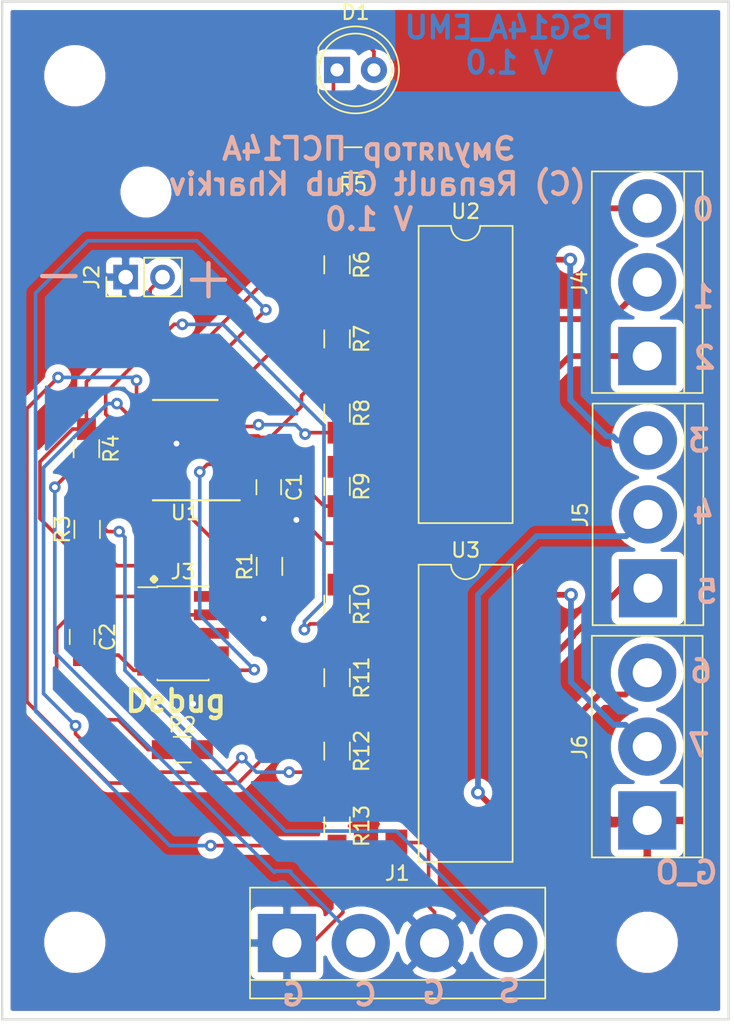
<source format=kicad_pcb>
(kicad_pcb (version 20171130) (host pcbnew 5.0.0-fee4fd1~66~ubuntu16.04.1)

  (general
    (thickness 1.6)
    (drawings 23)
    (tracks 363)
    (zones 0)
    (modules 30)
    (nets 41)
  )

  (page A4)
  (layers
    (0 F.Cu signal)
    (31 B.Cu signal)
    (32 B.Adhes user)
    (33 F.Adhes user)
    (34 B.Paste user)
    (35 F.Paste user)
    (36 B.SilkS user)
    (37 F.SilkS user)
    (38 B.Mask user)
    (39 F.Mask user)
    (40 Dwgs.User user)
    (41 Cmts.User user)
    (42 Eco1.User user)
    (43 Eco2.User user)
    (44 Edge.Cuts user)
    (45 Margin user)
    (46 B.CrtYd user)
    (47 F.CrtYd user)
    (48 B.Fab user)
    (49 F.Fab user)
  )

  (setup
    (last_trace_width 0.25)
    (trace_clearance 0.2)
    (zone_clearance 0.508)
    (zone_45_only no)
    (trace_min 0.2)
    (segment_width 0.2)
    (edge_width 0.15)
    (via_size 0.8)
    (via_drill 0.4)
    (via_min_size 0.4)
    (via_min_drill 0.3)
    (uvia_size 0.3)
    (uvia_drill 0.1)
    (uvias_allowed no)
    (uvia_min_size 0.2)
    (uvia_min_drill 0.1)
    (pcb_text_width 0.3)
    (pcb_text_size 1.5 1.5)
    (mod_edge_width 0.15)
    (mod_text_size 1 1)
    (mod_text_width 0.15)
    (pad_size 4 4)
    (pad_drill 2)
    (pad_to_mask_clearance 0.2)
    (aux_axis_origin 0 0)
    (visible_elements 7FFFFFFF)
    (pcbplotparams
      (layerselection 0x010f0_ffffffff)
      (usegerberextensions true)
      (usegerberattributes false)
      (usegerberadvancedattributes false)
      (creategerberjobfile false)
      (excludeedgelayer true)
      (linewidth 0.100000)
      (plotframeref false)
      (viasonmask false)
      (mode 1)
      (useauxorigin false)
      (hpglpennumber 1)
      (hpglpenspeed 20)
      (hpglpendiameter 15.000000)
      (psnegative false)
      (psa4output false)
      (plotreference true)
      (plotvalue false)
      (plotinvisibletext false)
      (padsonsilk false)
      (subtractmaskfromsilk false)
      (outputformat 1)
      (mirror false)
      (drillshape 0)
      (scaleselection 1)
      (outputdirectory "Gerbers"))
  )

  (net 0 "")
  (net 1 /NRST)
  (net 2 +BATT)
  (net 3 -BATT)
  (net 4 "Net-(R1-Pad2)")
  (net 5 /B0)
  (net 6 "Net-(D1-Pad1)")
  (net 7 /DO3)
  (net 8 "Net-(R6-Pad1)")
  (net 9 "Net-(R7-Pad1)")
  (net 10 /DO1)
  (net 11 /DO2)
  (net 12 "Net-(R8-Pad1)")
  (net 13 "Net-(R10-Pad1)")
  (net 14 /DO7)
  (net 15 /DO5)
  (net 16 "Net-(R11-Pad1)")
  (net 17 "Net-(R12-Pad1)")
  (net 18 /DO6)
  (net 19 /DO4)
  (net 20 "Net-(R13-Pad1)")
  (net 21 "Net-(R9-Pad1)")
  (net 22 /DO0)
  (net 23 /B1)
  (net 24 "Net-(D1-Pad2)")
  (net 25 /GND_O)
  (net 26 /OUT7)
  (net 27 /OUT6)
  (net 28 /OUT3)
  (net 29 /OUT4)
  (net 30 /OUT5)
  (net 31 /OUT2)
  (net 32 /OUT1)
  (net 33 /OUT0)
  (net 34 "Net-(J3-Pad8)")
  (net 35 "Net-(J3-Pad7)")
  (net 36 "Net-(J3-Pad6)")
  (net 37 /SWDCLK)
  (net 38 /SWDIO)
  (net 39 "Net-(U1-Pad3)")
  (net 40 "Net-(U1-Pad2)")

  (net_class Default "This is the default net class."
    (clearance 0.2)
    (trace_width 0.25)
    (via_dia 0.8)
    (via_drill 0.4)
    (uvia_dia 0.3)
    (uvia_drill 0.1)
    (add_net +BATT)
    (add_net -BATT)
    (add_net /B0)
    (add_net /B1)
    (add_net /DO0)
    (add_net /DO1)
    (add_net /DO2)
    (add_net /DO3)
    (add_net /DO4)
    (add_net /DO5)
    (add_net /DO6)
    (add_net /DO7)
    (add_net /NRST)
    (add_net /SWDCLK)
    (add_net /SWDIO)
    (add_net "Net-(D1-Pad1)")
    (add_net "Net-(D1-Pad2)")
    (add_net "Net-(J3-Pad6)")
    (add_net "Net-(J3-Pad7)")
    (add_net "Net-(J3-Pad8)")
    (add_net "Net-(R1-Pad2)")
    (add_net "Net-(R10-Pad1)")
    (add_net "Net-(R11-Pad1)")
    (add_net "Net-(R12-Pad1)")
    (add_net "Net-(R13-Pad1)")
    (add_net "Net-(R6-Pad1)")
    (add_net "Net-(R7-Pad1)")
    (add_net "Net-(R8-Pad1)")
    (add_net "Net-(R9-Pad1)")
    (add_net "Net-(U1-Pad2)")
    (add_net "Net-(U1-Pad3)")
  )

  (net_class OUT ""
    (clearance 0.25)
    (trace_width 0.4)
    (via_dia 0.95)
    (via_drill 0.5)
    (uvia_dia 0.3)
    (uvia_drill 0.1)
    (add_net /GND_O)
    (add_net /OUT0)
    (add_net /OUT1)
    (add_net /OUT2)
    (add_net /OUT3)
    (add_net /OUT4)
    (add_net /OUT5)
    (add_net /OUT6)
    (add_net /OUT7)
  )

  (module Housings_SSOP:TSSOP-20_4.4x6.5mm_Pitch0.65mm (layer F.Cu) (tedit 54130A77) (tstamp 5BC76D00)
    (at 72.6 50.85 180)
    (descr "20-Lead Plastic Thin Shrink Small Outline (ST)-4.4 mm Body [TSSOP] (see Microchip Packaging Specification 00000049BS.pdf)")
    (tags "SSOP 0.65")
    (path /5BC20D04)
    (attr smd)
    (fp_text reference U1 (at 0 -4.3 180) (layer F.SilkS)
      (effects (font (size 1 1) (thickness 0.15)))
    )
    (fp_text value STM32F030F4Px (at 0 4.3 180) (layer F.Fab)
      (effects (font (size 1 1) (thickness 0.15)))
    )
    (fp_text user %R (at 0 0 180) (layer F.Fab)
      (effects (font (size 0.8 0.8) (thickness 0.15)))
    )
    (fp_line (start -3.75 -3.45) (end 2.225 -3.45) (layer F.SilkS) (width 0.15))
    (fp_line (start -2.225 3.45) (end 2.225 3.45) (layer F.SilkS) (width 0.15))
    (fp_line (start -3.95 3.55) (end 3.95 3.55) (layer F.CrtYd) (width 0.05))
    (fp_line (start -3.95 -3.55) (end 3.95 -3.55) (layer F.CrtYd) (width 0.05))
    (fp_line (start 3.95 -3.55) (end 3.95 3.55) (layer F.CrtYd) (width 0.05))
    (fp_line (start -3.95 -3.55) (end -3.95 3.55) (layer F.CrtYd) (width 0.05))
    (fp_line (start -2.2 -2.25) (end -1.2 -3.25) (layer F.Fab) (width 0.15))
    (fp_line (start -2.2 3.25) (end -2.2 -2.25) (layer F.Fab) (width 0.15))
    (fp_line (start 2.2 3.25) (end -2.2 3.25) (layer F.Fab) (width 0.15))
    (fp_line (start 2.2 -3.25) (end 2.2 3.25) (layer F.Fab) (width 0.15))
    (fp_line (start -1.2 -3.25) (end 2.2 -3.25) (layer F.Fab) (width 0.15))
    (pad 20 smd rect (at 2.95 -2.925 180) (size 1.45 0.45) (layers F.Cu F.Paste F.Mask)
      (net 37 /SWDCLK))
    (pad 19 smd rect (at 2.95 -2.275 180) (size 1.45 0.45) (layers F.Cu F.Paste F.Mask)
      (net 38 /SWDIO))
    (pad 18 smd rect (at 2.95 -1.625 180) (size 1.45 0.45) (layers F.Cu F.Paste F.Mask)
      (net 23 /B1))
    (pad 17 smd rect (at 2.95 -0.975 180) (size 1.45 0.45) (layers F.Cu F.Paste F.Mask)
      (net 5 /B0))
    (pad 16 smd rect (at 2.95 -0.325 180) (size 1.45 0.45) (layers F.Cu F.Paste F.Mask)
      (net 2 +BATT))
    (pad 15 smd rect (at 2.95 0.325 180) (size 1.45 0.45) (layers F.Cu F.Paste F.Mask)
      (net 3 -BATT))
    (pad 14 smd rect (at 2.95 0.975 180) (size 1.45 0.45) (layers F.Cu F.Paste F.Mask)
      (net 24 "Net-(D1-Pad2)"))
    (pad 13 smd rect (at 2.95 1.625 180) (size 1.45 0.45) (layers F.Cu F.Paste F.Mask)
      (net 14 /DO7))
    (pad 12 smd rect (at 2.95 2.275 180) (size 1.45 0.45) (layers F.Cu F.Paste F.Mask)
      (net 18 /DO6))
    (pad 11 smd rect (at 2.95 2.925 180) (size 1.45 0.45) (layers F.Cu F.Paste F.Mask)
      (net 15 /DO5))
    (pad 10 smd rect (at -2.95 2.925 180) (size 1.45 0.45) (layers F.Cu F.Paste F.Mask)
      (net 19 /DO4))
    (pad 9 smd rect (at -2.95 2.275 180) (size 1.45 0.45) (layers F.Cu F.Paste F.Mask)
      (net 7 /DO3))
    (pad 8 smd rect (at -2.95 1.625 180) (size 1.45 0.45) (layers F.Cu F.Paste F.Mask)
      (net 11 /DO2))
    (pad 7 smd rect (at -2.95 0.975 180) (size 1.45 0.45) (layers F.Cu F.Paste F.Mask)
      (net 10 /DO1))
    (pad 6 smd rect (at -2.95 0.325 180) (size 1.45 0.45) (layers F.Cu F.Paste F.Mask)
      (net 22 /DO0))
    (pad 5 smd rect (at -2.95 -0.325 180) (size 1.45 0.45) (layers F.Cu F.Paste F.Mask)
      (net 2 +BATT))
    (pad 4 smd rect (at -2.95 -0.975 180) (size 1.45 0.45) (layers F.Cu F.Paste F.Mask)
      (net 1 /NRST))
    (pad 3 smd rect (at -2.95 -1.625 180) (size 1.45 0.45) (layers F.Cu F.Paste F.Mask)
      (net 39 "Net-(U1-Pad3)"))
    (pad 2 smd rect (at -2.95 -2.275 180) (size 1.45 0.45) (layers F.Cu F.Paste F.Mask)
      (net 40 "Net-(U1-Pad2)"))
    (pad 1 smd rect (at -2.95 -2.925 180) (size 1.45 0.45) (layers F.Cu F.Paste F.Mask)
      (net 4 "Net-(R1-Pad2)"))
    (model ${KISYS3DMOD}/Housings_SSOP.3dshapes/TSSOP-20_4.4x6.5mm_Pitch0.65mm.wrl
      (at (xyz 0 0 0))
      (scale (xyz 1 1 1))
      (rotate (xyz 0 0 0))
    )
  )

  (module Housings_DIP:SMDIP-16_W9.53mm_Clearance8mm (layer F.Cu) (tedit 59C77894) (tstamp 5BC7549B)
    (at 91.9 45.65)
    (descr "16-lead surface-mounted (SMD) DIP package, row spacing 9.53 mm (375 mils), Clearance8mm")
    (tags "SMD DIP DIL PDIP SMDIP 2.54mm 9.53mm 375mil Clearance8mm")
    (path /5BC26E11)
    (attr smd)
    (fp_text reference U2 (at 0 -11.22) (layer F.SilkS)
      (effects (font (size 1 1) (thickness 0.15)))
    )
    (fp_text value LTV-847S (at 0 11.22) (layer F.Fab)
      (effects (font (size 1 1) (thickness 0.15)))
    )
    (fp_arc (start 0 -10.22) (end -1 -10.22) (angle -180) (layer F.SilkS) (width 0.12))
    (fp_line (start -2.175 -10.16) (end 3.175 -10.16) (layer F.Fab) (width 0.1))
    (fp_line (start 3.175 -10.16) (end 3.175 10.16) (layer F.Fab) (width 0.1))
    (fp_line (start 3.175 10.16) (end -3.175 10.16) (layer F.Fab) (width 0.1))
    (fp_line (start -3.175 10.16) (end -3.175 -9.16) (layer F.Fab) (width 0.1))
    (fp_line (start -3.175 -9.16) (end -2.175 -10.16) (layer F.Fab) (width 0.1))
    (fp_line (start -1 -10.22) (end -3.235 -10.22) (layer F.SilkS) (width 0.12))
    (fp_line (start -3.235 -10.22) (end -3.235 10.22) (layer F.SilkS) (width 0.12))
    (fp_line (start -3.235 10.22) (end 3.235 10.22) (layer F.SilkS) (width 0.12))
    (fp_line (start 3.235 10.22) (end 3.235 -10.22) (layer F.SilkS) (width 0.12))
    (fp_line (start 3.235 -10.22) (end 1 -10.22) (layer F.SilkS) (width 0.12))
    (fp_line (start -5.8 -10.45) (end -5.8 10.45) (layer F.CrtYd) (width 0.05))
    (fp_line (start -5.8 10.45) (end 5.8 10.45) (layer F.CrtYd) (width 0.05))
    (fp_line (start 5.8 10.45) (end 5.8 -10.45) (layer F.CrtYd) (width 0.05))
    (fp_line (start 5.8 -10.45) (end -5.8 -10.45) (layer F.CrtYd) (width 0.05))
    (fp_text user %R (at 0 0) (layer F.Fab)
      (effects (font (size 1 1) (thickness 0.15)))
    )
    (pad 1 smd rect (at -4.765 -8.89) (size 1.5 1.78) (layers F.Cu F.Paste F.Mask)
      (net 8 "Net-(R6-Pad1)"))
    (pad 9 smd rect (at 4.765 8.89) (size 1.5 1.78) (layers F.Cu F.Paste F.Mask)
      (net 25 /GND_O))
    (pad 2 smd rect (at -4.765 -6.35) (size 1.5 1.78) (layers F.Cu F.Paste F.Mask)
      (net 3 -BATT))
    (pad 10 smd rect (at 4.765 6.35) (size 1.5 1.78) (layers F.Cu F.Paste F.Mask)
      (net 33 /OUT0))
    (pad 3 smd rect (at -4.765 -3.81) (size 1.5 1.78) (layers F.Cu F.Paste F.Mask)
      (net 9 "Net-(R7-Pad1)"))
    (pad 11 smd rect (at 4.765 3.81) (size 1.5 1.78) (layers F.Cu F.Paste F.Mask)
      (net 25 /GND_O))
    (pad 4 smd rect (at -4.765 -1.27) (size 1.5 1.78) (layers F.Cu F.Paste F.Mask)
      (net 3 -BATT))
    (pad 12 smd rect (at 4.765 1.27) (size 1.5 1.78) (layers F.Cu F.Paste F.Mask)
      (net 31 /OUT2))
    (pad 5 smd rect (at -4.765 1.27) (size 1.5 1.78) (layers F.Cu F.Paste F.Mask)
      (net 12 "Net-(R8-Pad1)"))
    (pad 13 smd rect (at 4.765 -1.27) (size 1.5 1.78) (layers F.Cu F.Paste F.Mask)
      (net 25 /GND_O))
    (pad 6 smd rect (at -4.765 3.81) (size 1.5 1.78) (layers F.Cu F.Paste F.Mask)
      (net 3 -BATT))
    (pad 14 smd rect (at 4.765 -3.81) (size 1.5 1.78) (layers F.Cu F.Paste F.Mask)
      (net 32 /OUT1))
    (pad 7 smd rect (at -4.765 6.35) (size 1.5 1.78) (layers F.Cu F.Paste F.Mask)
      (net 21 "Net-(R9-Pad1)"))
    (pad 15 smd rect (at 4.765 -6.35) (size 1.5 1.78) (layers F.Cu F.Paste F.Mask)
      (net 25 /GND_O))
    (pad 8 smd rect (at -4.765 8.89) (size 1.5 1.78) (layers F.Cu F.Paste F.Mask)
      (net 3 -BATT))
    (pad 16 smd rect (at 4.765 -8.89) (size 1.5 1.78) (layers F.Cu F.Paste F.Mask)
      (net 28 /OUT3))
    (model ${KISYS3DMOD}/Housings_DIP.3dshapes/SMDIP-16_W9.53mm.wrl
      (at (xyz 0 0 0))
      (scale (xyz 1 1 1))
      (rotate (xyz 0 0 0))
    )
  )

  (module Housings_DIP:SMDIP-16_W9.53mm_Clearance8mm (layer F.Cu) (tedit 59C77894) (tstamp 5BC763B4)
    (at 91.9 68.95)
    (descr "16-lead surface-mounted (SMD) DIP package, row spacing 9.53 mm (375 mils), Clearance8mm")
    (tags "SMD DIP DIL PDIP SMDIP 2.54mm 9.53mm 375mil Clearance8mm")
    (path /5BC3E7E1)
    (attr smd)
    (fp_text reference U3 (at 0 -11.22) (layer F.SilkS)
      (effects (font (size 1 1) (thickness 0.15)))
    )
    (fp_text value LTV-847S (at 0 11.22) (layer F.Fab)
      (effects (font (size 1 1) (thickness 0.15)))
    )
    (fp_text user %R (at 0 0) (layer F.Fab)
      (effects (font (size 1 1) (thickness 0.15)))
    )
    (fp_line (start 5.8 -10.45) (end -5.8 -10.45) (layer F.CrtYd) (width 0.05))
    (fp_line (start 5.8 10.45) (end 5.8 -10.45) (layer F.CrtYd) (width 0.05))
    (fp_line (start -5.8 10.45) (end 5.8 10.45) (layer F.CrtYd) (width 0.05))
    (fp_line (start -5.8 -10.45) (end -5.8 10.45) (layer F.CrtYd) (width 0.05))
    (fp_line (start 3.235 -10.22) (end 1 -10.22) (layer F.SilkS) (width 0.12))
    (fp_line (start 3.235 10.22) (end 3.235 -10.22) (layer F.SilkS) (width 0.12))
    (fp_line (start -3.235 10.22) (end 3.235 10.22) (layer F.SilkS) (width 0.12))
    (fp_line (start -3.235 -10.22) (end -3.235 10.22) (layer F.SilkS) (width 0.12))
    (fp_line (start -1 -10.22) (end -3.235 -10.22) (layer F.SilkS) (width 0.12))
    (fp_line (start -3.175 -9.16) (end -2.175 -10.16) (layer F.Fab) (width 0.1))
    (fp_line (start -3.175 10.16) (end -3.175 -9.16) (layer F.Fab) (width 0.1))
    (fp_line (start 3.175 10.16) (end -3.175 10.16) (layer F.Fab) (width 0.1))
    (fp_line (start 3.175 -10.16) (end 3.175 10.16) (layer F.Fab) (width 0.1))
    (fp_line (start -2.175 -10.16) (end 3.175 -10.16) (layer F.Fab) (width 0.1))
    (fp_arc (start 0 -10.22) (end -1 -10.22) (angle -180) (layer F.SilkS) (width 0.12))
    (pad 16 smd rect (at 4.765 -8.89) (size 1.5 1.78) (layers F.Cu F.Paste F.Mask)
      (net 26 /OUT7))
    (pad 8 smd rect (at -4.765 8.89) (size 1.5 1.78) (layers F.Cu F.Paste F.Mask)
      (net 3 -BATT))
    (pad 15 smd rect (at 4.765 -6.35) (size 1.5 1.78) (layers F.Cu F.Paste F.Mask)
      (net 25 /GND_O))
    (pad 7 smd rect (at -4.765 6.35) (size 1.5 1.78) (layers F.Cu F.Paste F.Mask)
      (net 20 "Net-(R13-Pad1)"))
    (pad 14 smd rect (at 4.765 -3.81) (size 1.5 1.78) (layers F.Cu F.Paste F.Mask)
      (net 30 /OUT5))
    (pad 6 smd rect (at -4.765 3.81) (size 1.5 1.78) (layers F.Cu F.Paste F.Mask)
      (net 3 -BATT))
    (pad 13 smd rect (at 4.765 -1.27) (size 1.5 1.78) (layers F.Cu F.Paste F.Mask)
      (net 25 /GND_O))
    (pad 5 smd rect (at -4.765 1.27) (size 1.5 1.78) (layers F.Cu F.Paste F.Mask)
      (net 17 "Net-(R12-Pad1)"))
    (pad 12 smd rect (at 4.765 1.27) (size 1.5 1.78) (layers F.Cu F.Paste F.Mask)
      (net 27 /OUT6))
    (pad 4 smd rect (at -4.765 -1.27) (size 1.5 1.78) (layers F.Cu F.Paste F.Mask)
      (net 3 -BATT))
    (pad 11 smd rect (at 4.765 3.81) (size 1.5 1.78) (layers F.Cu F.Paste F.Mask)
      (net 25 /GND_O))
    (pad 3 smd rect (at -4.765 -3.81) (size 1.5 1.78) (layers F.Cu F.Paste F.Mask)
      (net 16 "Net-(R11-Pad1)"))
    (pad 10 smd rect (at 4.765 6.35) (size 1.5 1.78) (layers F.Cu F.Paste F.Mask)
      (net 29 /OUT4))
    (pad 2 smd rect (at -4.765 -6.35) (size 1.5 1.78) (layers F.Cu F.Paste F.Mask)
      (net 3 -BATT))
    (pad 9 smd rect (at 4.765 8.89) (size 1.5 1.78) (layers F.Cu F.Paste F.Mask)
      (net 25 /GND_O))
    (pad 1 smd rect (at -4.765 -8.89) (size 1.5 1.78) (layers F.Cu F.Paste F.Mask)
      (net 13 "Net-(R10-Pad1)"))
    (model ${KISYS3DMOD}/Housings_DIP.3dshapes/SMDIP-16_W9.53mm.wrl
      (at (xyz 0 0 0))
      (scale (xyz 1 1 1))
      (rotate (xyz 0 0 0))
    )
  )

  (module Pin_Headers:Pin_Header_Straight_2x05_Pitch1.27mm_SMD (layer F.Cu) (tedit 59650536) (tstamp 5BC76F7F)
    (at 72.45 63.45)
    (descr "surface-mounted straight pin header, 2x05, 1.27mm pitch, double rows")
    (tags "Surface mounted pin header SMD 2x05 1.27mm double row")
    (path /5BC42580)
    (attr smd)
    (fp_text reference J3 (at 0 -4.235) (layer F.SilkS)
      (effects (font (size 1 1) (thickness 0.15)))
    )
    (fp_text value Conn_ARM_JTAG_SWD_10 (at 0 4.235) (layer F.Fab)
      (effects (font (size 1 1) (thickness 0.15)))
    )
    (fp_text user %R (at 0 0 90) (layer F.Fab)
      (effects (font (size 1 1) (thickness 0.15)))
    )
    (fp_line (start 4.3 -3.7) (end -4.3 -3.7) (layer F.CrtYd) (width 0.05))
    (fp_line (start 4.3 3.7) (end 4.3 -3.7) (layer F.CrtYd) (width 0.05))
    (fp_line (start -4.3 3.7) (end 4.3 3.7) (layer F.CrtYd) (width 0.05))
    (fp_line (start -4.3 -3.7) (end -4.3 3.7) (layer F.CrtYd) (width 0.05))
    (fp_line (start 1.765 3.17) (end 1.765 3.235) (layer F.SilkS) (width 0.12))
    (fp_line (start -1.765 3.17) (end -1.765 3.235) (layer F.SilkS) (width 0.12))
    (fp_line (start 1.765 -3.235) (end 1.765 -3.17) (layer F.SilkS) (width 0.12))
    (fp_line (start -1.765 -3.235) (end -1.765 -3.17) (layer F.SilkS) (width 0.12))
    (fp_line (start -3.09 -3.17) (end -1.765 -3.17) (layer F.SilkS) (width 0.12))
    (fp_line (start -1.765 3.235) (end 1.765 3.235) (layer F.SilkS) (width 0.12))
    (fp_line (start -1.765 -3.235) (end 1.765 -3.235) (layer F.SilkS) (width 0.12))
    (fp_line (start 2.75 2.74) (end 1.705 2.74) (layer F.Fab) (width 0.1))
    (fp_line (start 2.75 2.34) (end 2.75 2.74) (layer F.Fab) (width 0.1))
    (fp_line (start 1.705 2.34) (end 2.75 2.34) (layer F.Fab) (width 0.1))
    (fp_line (start -2.75 2.74) (end -1.705 2.74) (layer F.Fab) (width 0.1))
    (fp_line (start -2.75 2.34) (end -2.75 2.74) (layer F.Fab) (width 0.1))
    (fp_line (start -1.705 2.34) (end -2.75 2.34) (layer F.Fab) (width 0.1))
    (fp_line (start 2.75 1.47) (end 1.705 1.47) (layer F.Fab) (width 0.1))
    (fp_line (start 2.75 1.07) (end 2.75 1.47) (layer F.Fab) (width 0.1))
    (fp_line (start 1.705 1.07) (end 2.75 1.07) (layer F.Fab) (width 0.1))
    (fp_line (start -2.75 1.47) (end -1.705 1.47) (layer F.Fab) (width 0.1))
    (fp_line (start -2.75 1.07) (end -2.75 1.47) (layer F.Fab) (width 0.1))
    (fp_line (start -1.705 1.07) (end -2.75 1.07) (layer F.Fab) (width 0.1))
    (fp_line (start 2.75 0.2) (end 1.705 0.2) (layer F.Fab) (width 0.1))
    (fp_line (start 2.75 -0.2) (end 2.75 0.2) (layer F.Fab) (width 0.1))
    (fp_line (start 1.705 -0.2) (end 2.75 -0.2) (layer F.Fab) (width 0.1))
    (fp_line (start -2.75 0.2) (end -1.705 0.2) (layer F.Fab) (width 0.1))
    (fp_line (start -2.75 -0.2) (end -2.75 0.2) (layer F.Fab) (width 0.1))
    (fp_line (start -1.705 -0.2) (end -2.75 -0.2) (layer F.Fab) (width 0.1))
    (fp_line (start 2.75 -1.07) (end 1.705 -1.07) (layer F.Fab) (width 0.1))
    (fp_line (start 2.75 -1.47) (end 2.75 -1.07) (layer F.Fab) (width 0.1))
    (fp_line (start 1.705 -1.47) (end 2.75 -1.47) (layer F.Fab) (width 0.1))
    (fp_line (start -2.75 -1.07) (end -1.705 -1.07) (layer F.Fab) (width 0.1))
    (fp_line (start -2.75 -1.47) (end -2.75 -1.07) (layer F.Fab) (width 0.1))
    (fp_line (start -1.705 -1.47) (end -2.75 -1.47) (layer F.Fab) (width 0.1))
    (fp_line (start 2.75 -2.34) (end 1.705 -2.34) (layer F.Fab) (width 0.1))
    (fp_line (start 2.75 -2.74) (end 2.75 -2.34) (layer F.Fab) (width 0.1))
    (fp_line (start 1.705 -2.74) (end 2.75 -2.74) (layer F.Fab) (width 0.1))
    (fp_line (start -2.75 -2.34) (end -1.705 -2.34) (layer F.Fab) (width 0.1))
    (fp_line (start -2.75 -2.74) (end -2.75 -2.34) (layer F.Fab) (width 0.1))
    (fp_line (start -1.705 -2.74) (end -2.75 -2.74) (layer F.Fab) (width 0.1))
    (fp_line (start 1.705 -3.175) (end 1.705 3.175) (layer F.Fab) (width 0.1))
    (fp_line (start -1.705 -2.74) (end -1.27 -3.175) (layer F.Fab) (width 0.1))
    (fp_line (start -1.705 3.175) (end -1.705 -2.74) (layer F.Fab) (width 0.1))
    (fp_line (start -1.27 -3.175) (end 1.705 -3.175) (layer F.Fab) (width 0.1))
    (fp_line (start 1.705 3.175) (end -1.705 3.175) (layer F.Fab) (width 0.1))
    (pad 10 smd rect (at 1.95 2.54) (size 2.4 0.74) (layers F.Cu F.Paste F.Mask)
      (net 1 /NRST))
    (pad 9 smd rect (at -1.95 2.54) (size 2.4 0.74) (layers F.Cu F.Paste F.Mask)
      (net 3 -BATT))
    (pad 8 smd rect (at 1.95 1.27) (size 2.4 0.74) (layers F.Cu F.Paste F.Mask)
      (net 34 "Net-(J3-Pad8)"))
    (pad 7 smd rect (at -1.95 1.27) (size 2.4 0.74) (layers F.Cu F.Paste F.Mask)
      (net 35 "Net-(J3-Pad7)"))
    (pad 6 smd rect (at 1.95 0) (size 2.4 0.74) (layers F.Cu F.Paste F.Mask)
      (net 36 "Net-(J3-Pad6)"))
    (pad 5 smd rect (at -1.95 0) (size 2.4 0.74) (layers F.Cu F.Paste F.Mask)
      (net 3 -BATT))
    (pad 4 smd rect (at 1.95 -1.27) (size 2.4 0.74) (layers F.Cu F.Paste F.Mask)
      (net 37 /SWDCLK))
    (pad 3 smd rect (at -1.95 -1.27) (size 2.4 0.74) (layers F.Cu F.Paste F.Mask)
      (net 3 -BATT))
    (pad 2 smd rect (at 1.95 -2.54) (size 2.4 0.74) (layers F.Cu F.Paste F.Mask)
      (net 38 /SWDIO))
    (pad 1 smd rect (at -1.95 -2.54) (size 2.4 0.74) (layers F.Cu F.Paste F.Mask)
      (net 2 +BATT))
    (model ${KISYS3DMOD}/Pin_Headers.3dshapes/Pin_Header_Straight_2x05_Pitch1.27mm_SMD.wrl
      (at (xyz 0 0 0))
      (scale (xyz 1 1 1))
      (rotate (xyz 0 0 0))
    )
  )

  (module Capacitors_SMD:C_0805_HandSoldering (layer F.Cu) (tedit 58AA84A8) (tstamp 5BC741DD)
    (at 78.35 53.4 270)
    (descr "Capacitor SMD 0805, hand soldering")
    (tags "capacitor 0805")
    (path /5BC3B644)
    (attr smd)
    (fp_text reference C1 (at 0 -1.75 270) (layer F.SilkS)
      (effects (font (size 1 1) (thickness 0.15)))
    )
    (fp_text value 100nF (at 0 1.75 270) (layer F.Fab)
      (effects (font (size 1 1) (thickness 0.15)))
    )
    (fp_text user %R (at 0 -1.75 270) (layer F.Fab)
      (effects (font (size 1 1) (thickness 0.15)))
    )
    (fp_line (start -1 0.62) (end -1 -0.62) (layer F.Fab) (width 0.1))
    (fp_line (start 1 0.62) (end -1 0.62) (layer F.Fab) (width 0.1))
    (fp_line (start 1 -0.62) (end 1 0.62) (layer F.Fab) (width 0.1))
    (fp_line (start -1 -0.62) (end 1 -0.62) (layer F.Fab) (width 0.1))
    (fp_line (start 0.5 -0.85) (end -0.5 -0.85) (layer F.SilkS) (width 0.12))
    (fp_line (start -0.5 0.85) (end 0.5 0.85) (layer F.SilkS) (width 0.12))
    (fp_line (start -2.25 -0.88) (end 2.25 -0.88) (layer F.CrtYd) (width 0.05))
    (fp_line (start -2.25 -0.88) (end -2.25 0.87) (layer F.CrtYd) (width 0.05))
    (fp_line (start 2.25 0.87) (end 2.25 -0.88) (layer F.CrtYd) (width 0.05))
    (fp_line (start 2.25 0.87) (end -2.25 0.87) (layer F.CrtYd) (width 0.05))
    (pad 1 smd rect (at -1.25 0 270) (size 1.5 1.25) (layers F.Cu F.Paste F.Mask)
      (net 2 +BATT))
    (pad 2 smd rect (at 1.25 0 270) (size 1.5 1.25) (layers F.Cu F.Paste F.Mask)
      (net 3 -BATT))
    (model Capacitors_SMD.3dshapes/C_0805.wrl
      (at (xyz 0 0 0))
      (scale (xyz 1 1 1))
      (rotate (xyz 0 0 0))
    )
  )

  (module Capacitors_SMD:C_0805_HandSoldering (layer F.Cu) (tedit 58AA84A8) (tstamp 5BC741CC)
    (at 65.5 63.7 270)
    (descr "Capacitor SMD 0805, hand soldering")
    (tags "capacitor 0805")
    (path /5BC74FB7)
    (attr smd)
    (fp_text reference C2 (at 0 -1.75 270) (layer F.SilkS)
      (effects (font (size 1 1) (thickness 0.15)))
    )
    (fp_text value 100nF (at 0 1.75 270) (layer F.Fab)
      (effects (font (size 1 1) (thickness 0.15)))
    )
    (fp_line (start 2.25 0.87) (end -2.25 0.87) (layer F.CrtYd) (width 0.05))
    (fp_line (start 2.25 0.87) (end 2.25 -0.88) (layer F.CrtYd) (width 0.05))
    (fp_line (start -2.25 -0.88) (end -2.25 0.87) (layer F.CrtYd) (width 0.05))
    (fp_line (start -2.25 -0.88) (end 2.25 -0.88) (layer F.CrtYd) (width 0.05))
    (fp_line (start -0.5 0.85) (end 0.5 0.85) (layer F.SilkS) (width 0.12))
    (fp_line (start 0.5 -0.85) (end -0.5 -0.85) (layer F.SilkS) (width 0.12))
    (fp_line (start -1 -0.62) (end 1 -0.62) (layer F.Fab) (width 0.1))
    (fp_line (start 1 -0.62) (end 1 0.62) (layer F.Fab) (width 0.1))
    (fp_line (start 1 0.62) (end -1 0.62) (layer F.Fab) (width 0.1))
    (fp_line (start -1 0.62) (end -1 -0.62) (layer F.Fab) (width 0.1))
    (fp_text user %R (at 0 -1.75 270) (layer F.Fab)
      (effects (font (size 1 1) (thickness 0.15)))
    )
    (pad 2 smd rect (at 1.25 0 270) (size 1.5 1.25) (layers F.Cu F.Paste F.Mask)
      (net 3 -BATT))
    (pad 1 smd rect (at -1.25 0 270) (size 1.5 1.25) (layers F.Cu F.Paste F.Mask)
      (net 2 +BATT))
    (model Capacitors_SMD.3dshapes/C_0805.wrl
      (at (xyz 0 0 0))
      (scale (xyz 1 1 1))
      (rotate (xyz 0 0 0))
    )
  )

  (module Connectors_Terminal_Blocks:TerminalBlock_bornier-3_P5.08mm (layer F.Cu) (tedit 5BC7B623) (tstamp 5BC74551)
    (at 104.4 44.38 90)
    (descr "simple 3-pin terminal block, pitch 5.08mm, revamped version of bornier3")
    (tags "terminal block bornier3")
    (path /5BC48CA1)
    (fp_text reference J4 (at 5.05 -4.65 90) (layer F.SilkS)
      (effects (font (size 1 1) (thickness 0.15)))
    )
    (fp_text value Conn_01x03 (at 5.08 5.08 90) (layer F.Fab)
      (effects (font (size 1 1) (thickness 0.15)))
    )
    (fp_line (start 12.88 4) (end -2.72 4) (layer F.CrtYd) (width 0.05))
    (fp_line (start 12.88 4) (end 12.88 -4) (layer F.CrtYd) (width 0.05))
    (fp_line (start -2.72 -4) (end -2.72 4) (layer F.CrtYd) (width 0.05))
    (fp_line (start -2.72 -4) (end 12.88 -4) (layer F.CrtYd) (width 0.05))
    (fp_line (start -2.54 3.81) (end 12.7 3.81) (layer F.SilkS) (width 0.12))
    (fp_line (start -2.54 -3.81) (end 12.7 -3.81) (layer F.SilkS) (width 0.12))
    (fp_line (start -2.54 2.54) (end 12.7 2.54) (layer F.SilkS) (width 0.12))
    (fp_line (start 12.7 3.81) (end 12.7 -3.81) (layer F.SilkS) (width 0.12))
    (fp_line (start -2.54 3.81) (end -2.54 -3.81) (layer F.SilkS) (width 0.12))
    (fp_line (start -2.47 3.75) (end -2.47 -3.75) (layer F.Fab) (width 0.1))
    (fp_line (start 12.63 3.75) (end -2.47 3.75) (layer F.Fab) (width 0.1))
    (fp_line (start 12.63 -3.75) (end 12.63 3.75) (layer F.Fab) (width 0.1))
    (fp_line (start -2.47 -3.75) (end 12.63 -3.75) (layer F.Fab) (width 0.1))
    (fp_line (start -2.47 2.55) (end 12.63 2.55) (layer F.Fab) (width 0.1))
    (fp_text user %R (at 5.08 0 90) (layer F.Fab)
      (effects (font (size 1 1) (thickness 0.15)))
    )
    (pad 3 thru_hole circle (at 10.16 0 90) (size 4 4) (drill 2) (layers *.Cu *.Mask)
      (net 33 /OUT0))
    (pad 2 thru_hole circle (at 5.08 0 90) (size 4 4) (drill 2) (layers *.Cu *.Mask)
      (net 32 /OUT1))
    (pad 1 thru_hole rect (at 0 0 90) (size 4 4) (drill 2) (layers *.Cu *.Mask)
      (net 31 /OUT2))
    (model ${KISYS3DMOD}/Terminal_Blocks.3dshapes/TerminalBlock_bornier-3_P5.08mm.wrl
      (offset (xyz 5.079999923706055 0 0))
      (scale (xyz 1 1 1))
      (rotate (xyz 0 0 0))
    )
  )

  (module Connectors_Terminal_Blocks:TerminalBlock_bornier-3_P5.08mm (layer F.Cu) (tedit 5BC7B674) (tstamp 5BC741A5)
    (at 104.45 60.35 90)
    (descr "simple 3-pin terminal block, pitch 5.08mm, revamped version of bornier3")
    (tags "terminal block bornier3")
    (path /5BC48D97)
    (fp_text reference J5 (at 5.05 -4.65 90) (layer F.SilkS)
      (effects (font (size 1 1) (thickness 0.15)))
    )
    (fp_text value Conn_01x03 (at 5.08 5.08 90) (layer F.Fab)
      (effects (font (size 1 1) (thickness 0.15)))
    )
    (fp_text user %R (at 5.08 0 90) (layer F.Fab)
      (effects (font (size 1 1) (thickness 0.15)))
    )
    (fp_line (start -2.47 2.55) (end 12.63 2.55) (layer F.Fab) (width 0.1))
    (fp_line (start -2.47 -3.75) (end 12.63 -3.75) (layer F.Fab) (width 0.1))
    (fp_line (start 12.63 -3.75) (end 12.63 3.75) (layer F.Fab) (width 0.1))
    (fp_line (start 12.63 3.75) (end -2.47 3.75) (layer F.Fab) (width 0.1))
    (fp_line (start -2.47 3.75) (end -2.47 -3.75) (layer F.Fab) (width 0.1))
    (fp_line (start -2.54 3.81) (end -2.54 -3.81) (layer F.SilkS) (width 0.12))
    (fp_line (start 12.7 3.81) (end 12.7 -3.81) (layer F.SilkS) (width 0.12))
    (fp_line (start -2.54 2.54) (end 12.7 2.54) (layer F.SilkS) (width 0.12))
    (fp_line (start -2.54 -3.81) (end 12.7 -3.81) (layer F.SilkS) (width 0.12))
    (fp_line (start -2.54 3.81) (end 12.7 3.81) (layer F.SilkS) (width 0.12))
    (fp_line (start -2.72 -4) (end 12.88 -4) (layer F.CrtYd) (width 0.05))
    (fp_line (start -2.72 -4) (end -2.72 4) (layer F.CrtYd) (width 0.05))
    (fp_line (start 12.88 4) (end 12.88 -4) (layer F.CrtYd) (width 0.05))
    (fp_line (start 12.88 4) (end -2.72 4) (layer F.CrtYd) (width 0.05))
    (pad 1 thru_hole rect (at 0 0 90) (size 4 4) (drill 2) (layers *.Cu *.Mask)
      (net 30 /OUT5))
    (pad 2 thru_hole circle (at 5.08 0 90) (size 4 4) (drill 2) (layers *.Cu *.Mask)
      (net 29 /OUT4))
    (pad 3 thru_hole circle (at 10.16 0 90) (size 4 4) (drill 2) (layers *.Cu *.Mask)
      (net 28 /OUT3))
    (model ${KISYS3DMOD}/Terminal_Blocks.3dshapes/TerminalBlock_bornier-3_P5.08mm.wrl
      (offset (xyz 5.079999923706055 0 0))
      (scale (xyz 1 1 1))
      (rotate (xyz 0 0 0))
    )
  )

  (module Connectors_Terminal_Blocks:TerminalBlock_bornier-3_P5.08mm (layer F.Cu) (tedit 5BC7B69F) (tstamp 5BC7418F)
    (at 104.4 76.32 90)
    (descr "simple 3-pin terminal block, pitch 5.08mm, revamped version of bornier3")
    (tags "terminal block bornier3")
    (path /5BC48E7A)
    (fp_text reference J6 (at 5.05 -4.65 90) (layer F.SilkS)
      (effects (font (size 1 1) (thickness 0.15)))
    )
    (fp_text value Conn_01x03 (at 5.08 5.08 90) (layer F.Fab)
      (effects (font (size 1 1) (thickness 0.15)))
    )
    (fp_line (start 12.88 4) (end -2.72 4) (layer F.CrtYd) (width 0.05))
    (fp_line (start 12.88 4) (end 12.88 -4) (layer F.CrtYd) (width 0.05))
    (fp_line (start -2.72 -4) (end -2.72 4) (layer F.CrtYd) (width 0.05))
    (fp_line (start -2.72 -4) (end 12.88 -4) (layer F.CrtYd) (width 0.05))
    (fp_line (start -2.54 3.81) (end 12.7 3.81) (layer F.SilkS) (width 0.12))
    (fp_line (start -2.54 -3.81) (end 12.7 -3.81) (layer F.SilkS) (width 0.12))
    (fp_line (start -2.54 2.54) (end 12.7 2.54) (layer F.SilkS) (width 0.12))
    (fp_line (start 12.7 3.81) (end 12.7 -3.81) (layer F.SilkS) (width 0.12))
    (fp_line (start -2.54 3.81) (end -2.54 -3.81) (layer F.SilkS) (width 0.12))
    (fp_line (start -2.47 3.75) (end -2.47 -3.75) (layer F.Fab) (width 0.1))
    (fp_line (start 12.63 3.75) (end -2.47 3.75) (layer F.Fab) (width 0.1))
    (fp_line (start 12.63 -3.75) (end 12.63 3.75) (layer F.Fab) (width 0.1))
    (fp_line (start -2.47 -3.75) (end 12.63 -3.75) (layer F.Fab) (width 0.1))
    (fp_line (start -2.47 2.55) (end 12.63 2.55) (layer F.Fab) (width 0.1))
    (fp_text user %R (at 5.08 0 90) (layer F.Fab)
      (effects (font (size 1 1) (thickness 0.15)))
    )
    (pad 3 thru_hole circle (at 10.16 0 90) (size 4 4) (drill 2) (layers *.Cu *.Mask)
      (net 27 /OUT6))
    (pad 2 thru_hole circle (at 5.08 0 90) (size 4 4) (drill 2) (layers *.Cu *.Mask)
      (net 26 /OUT7))
    (pad 1 thru_hole rect (at 0 0 90) (size 4 4) (drill 2) (layers *.Cu *.Mask)
      (net 25 /GND_O))
    (model ${KISYS3DMOD}/Terminal_Blocks.3dshapes/TerminalBlock_bornier-3_P5.08mm.wrl
      (offset (xyz 5.079999923706055 0 0))
      (scale (xyz 1 1 1))
      (rotate (xyz 0 0 0))
    )
  )

  (module Connectors_Terminal_Blocks:TerminalBlock_bornier-4_P5.08mm (layer F.Cu) (tedit 5BC7BC4E) (tstamp 5BC74179)
    (at 79.6 84.75)
    (descr "simple 4-pin terminal block, pitch 5.08mm, revamped version of bornier4")
    (tags "terminal block bornier4")
    (path /5BC40C39)
    (fp_text reference J1 (at 7.6 -4.8) (layer F.SilkS)
      (effects (font (size 1 1) (thickness 0.15)))
    )
    (fp_text value Buttons (at 7.6 4.75) (layer F.Fab)
      (effects (font (size 1 1) (thickness 0.15)))
    )
    (fp_line (start 17.97 4) (end -2.73 4) (layer F.CrtYd) (width 0.05))
    (fp_line (start 17.97 4) (end 17.97 -4) (layer F.CrtYd) (width 0.05))
    (fp_line (start -2.73 -4) (end -2.73 4) (layer F.CrtYd) (width 0.05))
    (fp_line (start -2.73 -4) (end 17.97 -4) (layer F.CrtYd) (width 0.05))
    (fp_line (start -2.54 3.81) (end 17.78 3.81) (layer F.SilkS) (width 0.12))
    (fp_line (start -2.54 -3.81) (end 17.78 -3.81) (layer F.SilkS) (width 0.12))
    (fp_line (start 17.78 2.54) (end -2.54 2.54) (layer F.SilkS) (width 0.12))
    (fp_line (start 17.78 3.81) (end 17.78 -3.81) (layer F.SilkS) (width 0.12))
    (fp_line (start -2.54 -3.81) (end -2.54 3.81) (layer F.SilkS) (width 0.12))
    (fp_line (start 17.72 3.75) (end -2.43 3.75) (layer F.Fab) (width 0.1))
    (fp_line (start 17.72 -3.75) (end 17.72 3.75) (layer F.Fab) (width 0.1))
    (fp_line (start -2.48 -3.75) (end 17.72 -3.75) (layer F.Fab) (width 0.1))
    (fp_line (start -2.48 3.75) (end -2.48 -3.75) (layer F.Fab) (width 0.1))
    (fp_line (start -2.43 3.75) (end -2.48 3.75) (layer F.Fab) (width 0.1))
    (fp_line (start -2.48 2.55) (end 17.72 2.55) (layer F.Fab) (width 0.1))
    (fp_text user %R (at 7.62 0) (layer F.Fab)
      (effects (font (size 1 1) (thickness 0.15)))
    )
    (pad 4 thru_hole circle (at 15.24 0) (size 4 4) (drill 2) (layers *.Cu *.Mask)
      (net 23 /B1))
    (pad 1 thru_hole rect (at 0 0) (size 4 4) (drill 2) (layers *.Cu *.Mask)
      (net 3 -BATT))
    (pad 3 thru_hole circle (at 10.16 0) (size 4 4) (drill 2) (layers *.Cu *.Mask)
      (net 3 -BATT))
    (pad 2 thru_hole circle (at 5.08 0) (size 4 4) (drill 2) (layers *.Cu *.Mask)
      (net 5 /B0))
    (model ${KISYS3DMOD}/Terminal_Blocks.3dshapes/TerminalBlock_bornier-4_P5.08mm.wrl
      (offset (xyz 7.619999885559082 0 0))
      (scale (xyz 1 1 1))
      (rotate (xyz 0 0 0))
    )
  )

  (module LEDs:LED_D5.0mm (layer F.Cu) (tedit 5995936A) (tstamp 5BC74724)
    (at 83.05 24.7)
    (descr "LED, diameter 5.0mm, 2 pins, http://cdn-reichelt.de/documents/datenblatt/A500/LL-504BC2E-009.pdf")
    (tags "LED diameter 5.0mm 2 pins")
    (path /5BC3F876)
    (fp_text reference D1 (at 1.27 -3.96) (layer F.SilkS)
      (effects (font (size 1 1) (thickness 0.15)))
    )
    (fp_text value LED_GREEN (at 1.27 3.96) (layer F.Fab)
      (effects (font (size 1 1) (thickness 0.15)))
    )
    (fp_text user %R (at 1.25 0) (layer F.Fab)
      (effects (font (size 0.8 0.8) (thickness 0.2)))
    )
    (fp_line (start 4.5 -3.25) (end -1.95 -3.25) (layer F.CrtYd) (width 0.05))
    (fp_line (start 4.5 3.25) (end 4.5 -3.25) (layer F.CrtYd) (width 0.05))
    (fp_line (start -1.95 3.25) (end 4.5 3.25) (layer F.CrtYd) (width 0.05))
    (fp_line (start -1.95 -3.25) (end -1.95 3.25) (layer F.CrtYd) (width 0.05))
    (fp_line (start -1.29 -1.545) (end -1.29 1.545) (layer F.SilkS) (width 0.12))
    (fp_line (start -1.23 -1.469694) (end -1.23 1.469694) (layer F.Fab) (width 0.1))
    (fp_circle (center 1.27 0) (end 3.77 0) (layer F.SilkS) (width 0.12))
    (fp_circle (center 1.27 0) (end 3.77 0) (layer F.Fab) (width 0.1))
    (fp_arc (start 1.27 0) (end -1.29 1.54483) (angle -148.9) (layer F.SilkS) (width 0.12))
    (fp_arc (start 1.27 0) (end -1.29 -1.54483) (angle 148.9) (layer F.SilkS) (width 0.12))
    (fp_arc (start 1.27 0) (end -1.23 -1.469694) (angle 299.1) (layer F.Fab) (width 0.1))
    (pad 2 thru_hole circle (at 2.54 0) (size 1.8 1.8) (drill 0.9) (layers *.Cu *.Mask)
      (net 24 "Net-(D1-Pad2)"))
    (pad 1 thru_hole rect (at 0 0) (size 1.8 1.8) (drill 0.9) (layers *.Cu *.Mask)
      (net 6 "Net-(D1-Pad1)"))
    (model ${KISYS3DMOD}/LEDs.3dshapes/LED_D5.0mm.wrl
      (at (xyz 0 0 0))
      (scale (xyz 0.393701 0.393701 0.393701))
      (rotate (xyz 0 0 0))
    )
  )

  (module Mounting_Holes:MountingHole_2.5mm (layer F.Cu) (tedit 5BC78A16) (tstamp 5BC7414F)
    (at 69.9 33.1)
    (descr "Mounting Hole 2.5mm, no annular")
    (tags "mounting hole 2.5mm no annular")
    (path /5BC75866)
    (attr virtual)
    (fp_text reference MH1 (at 0 -3.5) (layer F.SilkS) hide
      (effects (font (size 1 1) (thickness 0.15)))
    )
    (fp_text value BatteryWire (at 0 3.5) (layer F.Fab)
      (effects (font (size 1 1) (thickness 0.15)))
    )
    (fp_circle (center 0 0) (end 2.75 0) (layer F.CrtYd) (width 0.05))
    (fp_circle (center 0 0) (end 2.5 0) (layer Cmts.User) (width 0.15))
    (fp_text user %R (at 0.3 0) (layer F.Fab)
      (effects (font (size 1 1) (thickness 0.15)))
    )
    (pad 1 np_thru_hole circle (at 0 0) (size 2.5 2.5) (drill 2.5) (layers *.Cu *.Mask))
  )

  (module Mounting_Holes:MountingHole_3.2mm_M3 (layer F.Cu) (tedit 5BC789E3) (tstamp 5BC74147)
    (at 65 25.1)
    (descr "Mounting Hole 3.2mm, no annular, M3")
    (tags "mounting hole 3.2mm no annular m3")
    (path /5BC755F9)
    (attr virtual)
    (fp_text reference MH2 (at 0 -4.2) (layer F.SilkS) hide
      (effects (font (size 1 1) (thickness 0.15)))
    )
    (fp_text value MountingHole (at 0 4.2) (layer F.Fab)
      (effects (font (size 1 1) (thickness 0.15)))
    )
    (fp_text user %R (at 0.3 0) (layer F.Fab)
      (effects (font (size 1 1) (thickness 0.15)))
    )
    (fp_circle (center 0 0) (end 3.2 0) (layer Cmts.User) (width 0.15))
    (fp_circle (center 0 0) (end 3.45 0) (layer F.CrtYd) (width 0.05))
    (pad "" np_thru_hole circle (at 0 0) (size 3.2 3.2) (drill 3.2) (layers *.Cu *.Mask))
  )

  (module Mounting_Holes:MountingHole_3.2mm_M3 (layer F.Cu) (tedit 5BC789FC) (tstamp 5BC7413F)
    (at 104.4 84.7)
    (descr "Mounting Hole 3.2mm, no annular, M3")
    (tags "mounting hole 3.2mm no annular m3")
    (path /5BC75507)
    (attr virtual)
    (fp_text reference MH3 (at 0 -4.2) (layer F.SilkS) hide
      (effects (font (size 1 1) (thickness 0.15)))
    )
    (fp_text value MountingHole (at 0 4.2) (layer F.Fab)
      (effects (font (size 1 1) (thickness 0.15)))
    )
    (fp_circle (center 0 0) (end 3.45 0) (layer F.CrtYd) (width 0.05))
    (fp_circle (center 0 0) (end 3.2 0) (layer Cmts.User) (width 0.15))
    (fp_text user %R (at 0.3 0) (layer F.Fab)
      (effects (font (size 1 1) (thickness 0.15)))
    )
    (pad "" np_thru_hole circle (at 0 0) (size 3.2 3.2) (drill 3.2) (layers *.Cu *.Mask))
  )

  (module Mounting_Holes:MountingHole_3.2mm_M3 (layer F.Cu) (tedit 5BC789EA) (tstamp 5BC74137)
    (at 104.4 25.1)
    (descr "Mounting Hole 3.2mm, no annular, M3")
    (tags "mounting hole 3.2mm no annular m3")
    (path /5BC756D8)
    (attr virtual)
    (fp_text reference MH4 (at 0 -4.2) (layer F.SilkS) hide
      (effects (font (size 1 1) (thickness 0.15)))
    )
    (fp_text value MountingHole (at 0 4.2) (layer F.Fab)
      (effects (font (size 1 1) (thickness 0.15)))
    )
    (fp_text user %R (at 0.3 0) (layer F.Fab)
      (effects (font (size 1 1) (thickness 0.15)))
    )
    (fp_circle (center 0 0) (end 3.2 0) (layer Cmts.User) (width 0.15))
    (fp_circle (center 0 0) (end 3.45 0) (layer F.CrtYd) (width 0.05))
    (pad 1 np_thru_hole circle (at 0 0) (size 3.2 3.2) (drill 3.2) (layers *.Cu *.Mask))
  )

  (module Mounting_Holes:MountingHole_3.2mm_M3 (layer F.Cu) (tedit 5BC789F3) (tstamp 5BC7412F)
    (at 65 84.7)
    (descr "Mounting Hole 3.2mm, no annular, M3")
    (tags "mounting hole 3.2mm no annular m3")
    (path /5BC757C5)
    (attr virtual)
    (fp_text reference MH5 (at 0 -4.2) (layer F.SilkS) hide
      (effects (font (size 1 1) (thickness 0.15)))
    )
    (fp_text value MountingHole (at 0 4.2) (layer F.Fab)
      (effects (font (size 1 1) (thickness 0.15)))
    )
    (fp_circle (center 0 0) (end 3.45 0) (layer F.CrtYd) (width 0.05))
    (fp_circle (center 0 0) (end 3.2 0) (layer Cmts.User) (width 0.15))
    (fp_text user %R (at 0.3 0) (layer F.Fab)
      (effects (font (size 1 1) (thickness 0.15)))
    )
    (pad 1 np_thru_hole circle (at 0 0) (size 3.2 3.2) (drill 3.2) (layers *.Cu *.Mask))
  )

  (module Pin_Headers:Pin_Header_Straight_1x02_Pitch2.54mm (layer F.Cu) (tedit 59650532) (tstamp 5BC747FF)
    (at 68.5 38.95 90)
    (descr "Through hole straight pin header, 1x02, 2.54mm pitch, single row")
    (tags "Through hole pin header THT 1x02 2.54mm single row")
    (path /5BC2176E)
    (fp_text reference J2 (at 0 -2.33 90) (layer F.SilkS)
      (effects (font (size 1 1) (thickness 0.15)))
    )
    (fp_text value Battery (at 0 4.87 90) (layer F.Fab)
      (effects (font (size 1 1) (thickness 0.15)))
    )
    (fp_text user %R (at 0.024999 1.024999 180) (layer F.Fab)
      (effects (font (size 1 1) (thickness 0.15)))
    )
    (fp_line (start 1.8 -1.8) (end -1.8 -1.8) (layer F.CrtYd) (width 0.05))
    (fp_line (start 1.8 4.35) (end 1.8 -1.8) (layer F.CrtYd) (width 0.05))
    (fp_line (start -1.8 4.35) (end 1.8 4.35) (layer F.CrtYd) (width 0.05))
    (fp_line (start -1.8 -1.8) (end -1.8 4.35) (layer F.CrtYd) (width 0.05))
    (fp_line (start -1.33 -1.33) (end 0 -1.33) (layer F.SilkS) (width 0.12))
    (fp_line (start -1.33 0) (end -1.33 -1.33) (layer F.SilkS) (width 0.12))
    (fp_line (start -1.33 1.27) (end 1.33 1.27) (layer F.SilkS) (width 0.12))
    (fp_line (start 1.33 1.27) (end 1.33 3.87) (layer F.SilkS) (width 0.12))
    (fp_line (start -1.33 1.27) (end -1.33 3.87) (layer F.SilkS) (width 0.12))
    (fp_line (start -1.33 3.87) (end 1.33 3.87) (layer F.SilkS) (width 0.12))
    (fp_line (start -1.27 -0.635) (end -0.635 -1.27) (layer F.Fab) (width 0.1))
    (fp_line (start -1.27 3.81) (end -1.27 -0.635) (layer F.Fab) (width 0.1))
    (fp_line (start 1.27 3.81) (end -1.27 3.81) (layer F.Fab) (width 0.1))
    (fp_line (start 1.27 -1.27) (end 1.27 3.81) (layer F.Fab) (width 0.1))
    (fp_line (start -0.635 -1.27) (end 1.27 -1.27) (layer F.Fab) (width 0.1))
    (pad 2 thru_hole oval (at 0 2.54 90) (size 1.7 1.7) (drill 1) (layers *.Cu *.Mask)
      (net 2 +BATT))
    (pad 1 thru_hole rect (at 0 0 90) (size 1.7 1.7) (drill 1) (layers *.Cu *.Mask)
      (net 3 -BATT))
    (model ${KISYS3DMOD}/Pin_Headers.3dshapes/Pin_Header_Straight_1x02_Pitch2.54mm.wrl
      (at (xyz 0 0 0))
      (scale (xyz 1 1 1))
      (rotate (xyz 0 0 0))
    )
  )

  (module Resistors_SMD:R_0805_HandSoldering (layer F.Cu) (tedit 58E0A804) (tstamp 5BC770F1)
    (at 65.85 56.3 90)
    (descr "Resistor SMD 0805, hand soldering")
    (tags "resistor 0805")
    (path /5BC41002)
    (attr smd)
    (fp_text reference R3 (at 0 -1.7 90) (layer F.SilkS)
      (effects (font (size 1 1) (thickness 0.15)))
    )
    (fp_text value 10K (at 0 1.75 90) (layer F.Fab)
      (effects (font (size 1 1) (thickness 0.15)))
    )
    (fp_line (start 2.35 0.9) (end -2.35 0.9) (layer F.CrtYd) (width 0.05))
    (fp_line (start 2.35 0.9) (end 2.35 -0.9) (layer F.CrtYd) (width 0.05))
    (fp_line (start -2.35 -0.9) (end -2.35 0.9) (layer F.CrtYd) (width 0.05))
    (fp_line (start -2.35 -0.9) (end 2.35 -0.9) (layer F.CrtYd) (width 0.05))
    (fp_line (start -0.6 -0.88) (end 0.6 -0.88) (layer F.SilkS) (width 0.12))
    (fp_line (start 0.6 0.88) (end -0.6 0.88) (layer F.SilkS) (width 0.12))
    (fp_line (start -1 -0.62) (end 1 -0.62) (layer F.Fab) (width 0.1))
    (fp_line (start 1 -0.62) (end 1 0.62) (layer F.Fab) (width 0.1))
    (fp_line (start 1 0.62) (end -1 0.62) (layer F.Fab) (width 0.1))
    (fp_line (start -1 0.62) (end -1 -0.62) (layer F.Fab) (width 0.1))
    (fp_text user %R (at 0 0 90) (layer F.Fab)
      (effects (font (size 0.5 0.5) (thickness 0.075)))
    )
    (pad 2 smd rect (at 1.35 0 90) (size 1.5 1.3) (layers F.Cu F.Paste F.Mask)
      (net 23 /B1))
    (pad 1 smd rect (at -1.35 0 90) (size 1.5 1.3) (layers F.Cu F.Paste F.Mask)
      (net 2 +BATT))
    (model ${KISYS3DMOD}/Resistors_SMD.3dshapes/R_0805.wrl
      (at (xyz 0 0 0))
      (scale (xyz 1 1 1))
      (rotate (xyz 0 0 0))
    )
  )

  (module Resistors_SMD:R_0805_HandSoldering (layer F.Cu) (tedit 58E0A804) (tstamp 5BC74100)
    (at 83.05 53.35 270)
    (descr "Resistor SMD 0805, hand soldering")
    (tags "resistor 0805")
    (path /5BC3BEC8)
    (attr smd)
    (fp_text reference R9 (at 0 -1.7 270) (layer F.SilkS)
      (effects (font (size 1 1) (thickness 0.15)))
    )
    (fp_text value 330 (at 0 1.75 270) (layer F.Fab)
      (effects (font (size 1 1) (thickness 0.15)))
    )
    (fp_text user %R (at 0 0 270) (layer F.Fab)
      (effects (font (size 0.5 0.5) (thickness 0.075)))
    )
    (fp_line (start -1 0.62) (end -1 -0.62) (layer F.Fab) (width 0.1))
    (fp_line (start 1 0.62) (end -1 0.62) (layer F.Fab) (width 0.1))
    (fp_line (start 1 -0.62) (end 1 0.62) (layer F.Fab) (width 0.1))
    (fp_line (start -1 -0.62) (end 1 -0.62) (layer F.Fab) (width 0.1))
    (fp_line (start 0.6 0.88) (end -0.6 0.88) (layer F.SilkS) (width 0.12))
    (fp_line (start -0.6 -0.88) (end 0.6 -0.88) (layer F.SilkS) (width 0.12))
    (fp_line (start -2.35 -0.9) (end 2.35 -0.9) (layer F.CrtYd) (width 0.05))
    (fp_line (start -2.35 -0.9) (end -2.35 0.9) (layer F.CrtYd) (width 0.05))
    (fp_line (start 2.35 0.9) (end 2.35 -0.9) (layer F.CrtYd) (width 0.05))
    (fp_line (start 2.35 0.9) (end -2.35 0.9) (layer F.CrtYd) (width 0.05))
    (pad 1 smd rect (at -1.35 0 270) (size 1.5 1.3) (layers F.Cu F.Paste F.Mask)
      (net 21 "Net-(R9-Pad1)"))
    (pad 2 smd rect (at 1.35 0 270) (size 1.5 1.3) (layers F.Cu F.Paste F.Mask)
      (net 22 /DO0))
    (model ${KISYS3DMOD}/Resistors_SMD.3dshapes/R_0805.wrl
      (at (xyz 0 0 0))
      (scale (xyz 1 1 1))
      (rotate (xyz 0 0 0))
    )
  )

  (module Resistors_SMD:R_0805_HandSoldering (layer F.Cu) (tedit 58E0A804) (tstamp 5BC740EF)
    (at 83.05 76.7 270)
    (descr "Resistor SMD 0805, hand soldering")
    (tags "resistor 0805")
    (path /5BC3E7E8)
    (attr smd)
    (fp_text reference R13 (at 0 -1.7 270) (layer F.SilkS)
      (effects (font (size 1 1) (thickness 0.15)))
    )
    (fp_text value 330 (at 0 1.75 270) (layer F.Fab)
      (effects (font (size 1 1) (thickness 0.15)))
    )
    (fp_line (start 2.35 0.9) (end -2.35 0.9) (layer F.CrtYd) (width 0.05))
    (fp_line (start 2.35 0.9) (end 2.35 -0.9) (layer F.CrtYd) (width 0.05))
    (fp_line (start -2.35 -0.9) (end -2.35 0.9) (layer F.CrtYd) (width 0.05))
    (fp_line (start -2.35 -0.9) (end 2.35 -0.9) (layer F.CrtYd) (width 0.05))
    (fp_line (start -0.6 -0.88) (end 0.6 -0.88) (layer F.SilkS) (width 0.12))
    (fp_line (start 0.6 0.88) (end -0.6 0.88) (layer F.SilkS) (width 0.12))
    (fp_line (start -1 -0.62) (end 1 -0.62) (layer F.Fab) (width 0.1))
    (fp_line (start 1 -0.62) (end 1 0.62) (layer F.Fab) (width 0.1))
    (fp_line (start 1 0.62) (end -1 0.62) (layer F.Fab) (width 0.1))
    (fp_line (start -1 0.62) (end -1 -0.62) (layer F.Fab) (width 0.1))
    (fp_text user %R (at 0 0 270) (layer F.Fab)
      (effects (font (size 0.5 0.5) (thickness 0.075)))
    )
    (pad 2 smd rect (at 1.35 0 270) (size 1.5 1.3) (layers F.Cu F.Paste F.Mask)
      (net 19 /DO4))
    (pad 1 smd rect (at -1.35 0 270) (size 1.5 1.3) (layers F.Cu F.Paste F.Mask)
      (net 20 "Net-(R13-Pad1)"))
    (model ${KISYS3DMOD}/Resistors_SMD.3dshapes/R_0805.wrl
      (at (xyz 0 0 0))
      (scale (xyz 1 1 1))
      (rotate (xyz 0 0 0))
    )
  )

  (module Resistors_SMD:R_0805_HandSoldering (layer F.Cu) (tedit 58E0A804) (tstamp 5BC740DE)
    (at 83.05 71.55 270)
    (descr "Resistor SMD 0805, hand soldering")
    (tags "resistor 0805")
    (path /5BC3E808)
    (attr smd)
    (fp_text reference R12 (at 0 -1.7 270) (layer F.SilkS)
      (effects (font (size 1 1) (thickness 0.15)))
    )
    (fp_text value 330 (at 0 1.75 270) (layer F.Fab)
      (effects (font (size 1 1) (thickness 0.15)))
    )
    (fp_text user %R (at 0 0 270) (layer F.Fab)
      (effects (font (size 0.5 0.5) (thickness 0.075)))
    )
    (fp_line (start -1 0.62) (end -1 -0.62) (layer F.Fab) (width 0.1))
    (fp_line (start 1 0.62) (end -1 0.62) (layer F.Fab) (width 0.1))
    (fp_line (start 1 -0.62) (end 1 0.62) (layer F.Fab) (width 0.1))
    (fp_line (start -1 -0.62) (end 1 -0.62) (layer F.Fab) (width 0.1))
    (fp_line (start 0.6 0.88) (end -0.6 0.88) (layer F.SilkS) (width 0.12))
    (fp_line (start -0.6 -0.88) (end 0.6 -0.88) (layer F.SilkS) (width 0.12))
    (fp_line (start -2.35 -0.9) (end 2.35 -0.9) (layer F.CrtYd) (width 0.05))
    (fp_line (start -2.35 -0.9) (end -2.35 0.9) (layer F.CrtYd) (width 0.05))
    (fp_line (start 2.35 0.9) (end 2.35 -0.9) (layer F.CrtYd) (width 0.05))
    (fp_line (start 2.35 0.9) (end -2.35 0.9) (layer F.CrtYd) (width 0.05))
    (pad 1 smd rect (at -1.35 0 270) (size 1.5 1.3) (layers F.Cu F.Paste F.Mask)
      (net 17 "Net-(R12-Pad1)"))
    (pad 2 smd rect (at 1.35 0 270) (size 1.5 1.3) (layers F.Cu F.Paste F.Mask)
      (net 18 /DO6))
    (model ${KISYS3DMOD}/Resistors_SMD.3dshapes/R_0805.wrl
      (at (xyz 0 0 0))
      (scale (xyz 1 1 1))
      (rotate (xyz 0 0 0))
    )
  )

  (module Resistors_SMD:R_0805_HandSoldering (layer F.Cu) (tedit 58E0A804) (tstamp 5BC740CD)
    (at 83.05 66.5 270)
    (descr "Resistor SMD 0805, hand soldering")
    (tags "resistor 0805")
    (path /5BC3E7F8)
    (attr smd)
    (fp_text reference R11 (at 0 -1.7 270) (layer F.SilkS)
      (effects (font (size 1 1) (thickness 0.15)))
    )
    (fp_text value 330 (at 0 1.75 270) (layer F.Fab)
      (effects (font (size 1 1) (thickness 0.15)))
    )
    (fp_line (start 2.35 0.9) (end -2.35 0.9) (layer F.CrtYd) (width 0.05))
    (fp_line (start 2.35 0.9) (end 2.35 -0.9) (layer F.CrtYd) (width 0.05))
    (fp_line (start -2.35 -0.9) (end -2.35 0.9) (layer F.CrtYd) (width 0.05))
    (fp_line (start -2.35 -0.9) (end 2.35 -0.9) (layer F.CrtYd) (width 0.05))
    (fp_line (start -0.6 -0.88) (end 0.6 -0.88) (layer F.SilkS) (width 0.12))
    (fp_line (start 0.6 0.88) (end -0.6 0.88) (layer F.SilkS) (width 0.12))
    (fp_line (start -1 -0.62) (end 1 -0.62) (layer F.Fab) (width 0.1))
    (fp_line (start 1 -0.62) (end 1 0.62) (layer F.Fab) (width 0.1))
    (fp_line (start 1 0.62) (end -1 0.62) (layer F.Fab) (width 0.1))
    (fp_line (start -1 0.62) (end -1 -0.62) (layer F.Fab) (width 0.1))
    (fp_text user %R (at 0 0 270) (layer F.Fab)
      (effects (font (size 0.5 0.5) (thickness 0.075)))
    )
    (pad 2 smd rect (at 1.35 0 270) (size 1.5 1.3) (layers F.Cu F.Paste F.Mask)
      (net 15 /DO5))
    (pad 1 smd rect (at -1.35 0 270) (size 1.5 1.3) (layers F.Cu F.Paste F.Mask)
      (net 16 "Net-(R11-Pad1)"))
    (model ${KISYS3DMOD}/Resistors_SMD.3dshapes/R_0805.wrl
      (at (xyz 0 0 0))
      (scale (xyz 1 1 1))
      (rotate (xyz 0 0 0))
    )
  )

  (module Resistors_SMD:R_0805_HandSoldering (layer F.Cu) (tedit 58E0A804) (tstamp 5BC740BC)
    (at 83.05 61.45 270)
    (descr "Resistor SMD 0805, hand soldering")
    (tags "resistor 0805")
    (path /5BC3E818)
    (attr smd)
    (fp_text reference R10 (at 0 -1.7 270) (layer F.SilkS)
      (effects (font (size 1 1) (thickness 0.15)))
    )
    (fp_text value 330 (at 0 1.75 270) (layer F.Fab)
      (effects (font (size 1 1) (thickness 0.15)))
    )
    (fp_text user %R (at 0 0 270) (layer F.Fab)
      (effects (font (size 0.5 0.5) (thickness 0.075)))
    )
    (fp_line (start -1 0.62) (end -1 -0.62) (layer F.Fab) (width 0.1))
    (fp_line (start 1 0.62) (end -1 0.62) (layer F.Fab) (width 0.1))
    (fp_line (start 1 -0.62) (end 1 0.62) (layer F.Fab) (width 0.1))
    (fp_line (start -1 -0.62) (end 1 -0.62) (layer F.Fab) (width 0.1))
    (fp_line (start 0.6 0.88) (end -0.6 0.88) (layer F.SilkS) (width 0.12))
    (fp_line (start -0.6 -0.88) (end 0.6 -0.88) (layer F.SilkS) (width 0.12))
    (fp_line (start -2.35 -0.9) (end 2.35 -0.9) (layer F.CrtYd) (width 0.05))
    (fp_line (start -2.35 -0.9) (end -2.35 0.9) (layer F.CrtYd) (width 0.05))
    (fp_line (start 2.35 0.9) (end 2.35 -0.9) (layer F.CrtYd) (width 0.05))
    (fp_line (start 2.35 0.9) (end -2.35 0.9) (layer F.CrtYd) (width 0.05))
    (pad 1 smd rect (at -1.35 0 270) (size 1.5 1.3) (layers F.Cu F.Paste F.Mask)
      (net 13 "Net-(R10-Pad1)"))
    (pad 2 smd rect (at 1.35 0 270) (size 1.5 1.3) (layers F.Cu F.Paste F.Mask)
      (net 14 /DO7))
    (model ${KISYS3DMOD}/Resistors_SMD.3dshapes/R_0805.wrl
      (at (xyz 0 0 0))
      (scale (xyz 1 1 1))
      (rotate (xyz 0 0 0))
    )
  )

  (module Resistors_SMD:R_0805_HandSoldering (layer F.Cu) (tedit 58E0A804) (tstamp 5BC740AB)
    (at 83.05 48.3 270)
    (descr "Resistor SMD 0805, hand soldering")
    (tags "resistor 0805")
    (path /5BC3DB96)
    (attr smd)
    (fp_text reference R8 (at 0 -1.7 270) (layer F.SilkS)
      (effects (font (size 1 1) (thickness 0.15)))
    )
    (fp_text value 330 (at 0 1.75 270) (layer F.Fab)
      (effects (font (size 1 1) (thickness 0.15)))
    )
    (fp_line (start 2.35 0.9) (end -2.35 0.9) (layer F.CrtYd) (width 0.05))
    (fp_line (start 2.35 0.9) (end 2.35 -0.9) (layer F.CrtYd) (width 0.05))
    (fp_line (start -2.35 -0.9) (end -2.35 0.9) (layer F.CrtYd) (width 0.05))
    (fp_line (start -2.35 -0.9) (end 2.35 -0.9) (layer F.CrtYd) (width 0.05))
    (fp_line (start -0.6 -0.88) (end 0.6 -0.88) (layer F.SilkS) (width 0.12))
    (fp_line (start 0.6 0.88) (end -0.6 0.88) (layer F.SilkS) (width 0.12))
    (fp_line (start -1 -0.62) (end 1 -0.62) (layer F.Fab) (width 0.1))
    (fp_line (start 1 -0.62) (end 1 0.62) (layer F.Fab) (width 0.1))
    (fp_line (start 1 0.62) (end -1 0.62) (layer F.Fab) (width 0.1))
    (fp_line (start -1 0.62) (end -1 -0.62) (layer F.Fab) (width 0.1))
    (fp_text user %R (at 0 0 270) (layer F.Fab)
      (effects (font (size 0.5 0.5) (thickness 0.075)))
    )
    (pad 2 smd rect (at 1.35 0 270) (size 1.5 1.3) (layers F.Cu F.Paste F.Mask)
      (net 11 /DO2))
    (pad 1 smd rect (at -1.35 0 270) (size 1.5 1.3) (layers F.Cu F.Paste F.Mask)
      (net 12 "Net-(R8-Pad1)"))
    (model ${KISYS3DMOD}/Resistors_SMD.3dshapes/R_0805.wrl
      (at (xyz 0 0 0))
      (scale (xyz 1 1 1))
      (rotate (xyz 0 0 0))
    )
  )

  (module Resistors_SMD:R_0805_HandSoldering (layer F.Cu) (tedit 58E0A804) (tstamp 5BC7409A)
    (at 83.05 43.2 270)
    (descr "Resistor SMD 0805, hand soldering")
    (tags "resistor 0805")
    (path /5BC3CFFD)
    (attr smd)
    (fp_text reference R7 (at 0 -1.7 270) (layer F.SilkS)
      (effects (font (size 1 1) (thickness 0.15)))
    )
    (fp_text value 330 (at 0 1.75 270) (layer F.Fab)
      (effects (font (size 1 1) (thickness 0.15)))
    )
    (fp_text user %R (at 0 0 270) (layer F.Fab)
      (effects (font (size 0.5 0.5) (thickness 0.075)))
    )
    (fp_line (start -1 0.62) (end -1 -0.62) (layer F.Fab) (width 0.1))
    (fp_line (start 1 0.62) (end -1 0.62) (layer F.Fab) (width 0.1))
    (fp_line (start 1 -0.62) (end 1 0.62) (layer F.Fab) (width 0.1))
    (fp_line (start -1 -0.62) (end 1 -0.62) (layer F.Fab) (width 0.1))
    (fp_line (start 0.6 0.88) (end -0.6 0.88) (layer F.SilkS) (width 0.12))
    (fp_line (start -0.6 -0.88) (end 0.6 -0.88) (layer F.SilkS) (width 0.12))
    (fp_line (start -2.35 -0.9) (end 2.35 -0.9) (layer F.CrtYd) (width 0.05))
    (fp_line (start -2.35 -0.9) (end -2.35 0.9) (layer F.CrtYd) (width 0.05))
    (fp_line (start 2.35 0.9) (end 2.35 -0.9) (layer F.CrtYd) (width 0.05))
    (fp_line (start 2.35 0.9) (end -2.35 0.9) (layer F.CrtYd) (width 0.05))
    (pad 1 smd rect (at -1.35 0 270) (size 1.5 1.3) (layers F.Cu F.Paste F.Mask)
      (net 9 "Net-(R7-Pad1)"))
    (pad 2 smd rect (at 1.35 0 270) (size 1.5 1.3) (layers F.Cu F.Paste F.Mask)
      (net 10 /DO1))
    (model ${KISYS3DMOD}/Resistors_SMD.3dshapes/R_0805.wrl
      (at (xyz 0 0 0))
      (scale (xyz 1 1 1))
      (rotate (xyz 0 0 0))
    )
  )

  (module Resistors_SMD:R_0805_HandSoldering (layer F.Cu) (tedit 58E0A804) (tstamp 5BC74089)
    (at 83.05 38.1 270)
    (descr "Resistor SMD 0805, hand soldering")
    (tags "resistor 0805")
    (path /5BC3DBA6)
    (attr smd)
    (fp_text reference R6 (at 0 -1.7 270) (layer F.SilkS)
      (effects (font (size 1 1) (thickness 0.15)))
    )
    (fp_text value 330 (at 0 1.75 270) (layer F.Fab)
      (effects (font (size 1 1) (thickness 0.15)))
    )
    (fp_line (start 2.35 0.9) (end -2.35 0.9) (layer F.CrtYd) (width 0.05))
    (fp_line (start 2.35 0.9) (end 2.35 -0.9) (layer F.CrtYd) (width 0.05))
    (fp_line (start -2.35 -0.9) (end -2.35 0.9) (layer F.CrtYd) (width 0.05))
    (fp_line (start -2.35 -0.9) (end 2.35 -0.9) (layer F.CrtYd) (width 0.05))
    (fp_line (start -0.6 -0.88) (end 0.6 -0.88) (layer F.SilkS) (width 0.12))
    (fp_line (start 0.6 0.88) (end -0.6 0.88) (layer F.SilkS) (width 0.12))
    (fp_line (start -1 -0.62) (end 1 -0.62) (layer F.Fab) (width 0.1))
    (fp_line (start 1 -0.62) (end 1 0.62) (layer F.Fab) (width 0.1))
    (fp_line (start 1 0.62) (end -1 0.62) (layer F.Fab) (width 0.1))
    (fp_line (start -1 0.62) (end -1 -0.62) (layer F.Fab) (width 0.1))
    (fp_text user %R (at 0 0 270) (layer F.Fab)
      (effects (font (size 0.5 0.5) (thickness 0.075)))
    )
    (pad 2 smd rect (at 1.35 0 270) (size 1.5 1.3) (layers F.Cu F.Paste F.Mask)
      (net 7 /DO3))
    (pad 1 smd rect (at -1.35 0 270) (size 1.5 1.3) (layers F.Cu F.Paste F.Mask)
      (net 8 "Net-(R6-Pad1)"))
    (model ${KISYS3DMOD}/Resistors_SMD.3dshapes/R_0805.wrl
      (at (xyz 0 0 0))
      (scale (xyz 1 1 1))
      (rotate (xyz 0 0 0))
    )
  )

  (module Resistors_SMD:R_0805_HandSoldering (layer F.Cu) (tedit 58E0A804) (tstamp 5BC74078)
    (at 84.15 30.9 180)
    (descr "Resistor SMD 0805, hand soldering")
    (tags "resistor 0805")
    (path /5BC402ED)
    (attr smd)
    (fp_text reference R5 (at 0 -1.7 180) (layer F.SilkS)
      (effects (font (size 1 1) (thickness 0.15)))
    )
    (fp_text value 68 (at 0 1.75 180) (layer F.Fab)
      (effects (font (size 1 1) (thickness 0.15)))
    )
    (fp_text user %R (at 0 0 180) (layer F.Fab)
      (effects (font (size 0.5 0.5) (thickness 0.075)))
    )
    (fp_line (start -1 0.62) (end -1 -0.62) (layer F.Fab) (width 0.1))
    (fp_line (start 1 0.62) (end -1 0.62) (layer F.Fab) (width 0.1))
    (fp_line (start 1 -0.62) (end 1 0.62) (layer F.Fab) (width 0.1))
    (fp_line (start -1 -0.62) (end 1 -0.62) (layer F.Fab) (width 0.1))
    (fp_line (start 0.6 0.88) (end -0.6 0.88) (layer F.SilkS) (width 0.12))
    (fp_line (start -0.6 -0.88) (end 0.6 -0.88) (layer F.SilkS) (width 0.12))
    (fp_line (start -2.35 -0.9) (end 2.35 -0.9) (layer F.CrtYd) (width 0.05))
    (fp_line (start -2.35 -0.9) (end -2.35 0.9) (layer F.CrtYd) (width 0.05))
    (fp_line (start 2.35 0.9) (end 2.35 -0.9) (layer F.CrtYd) (width 0.05))
    (fp_line (start 2.35 0.9) (end -2.35 0.9) (layer F.CrtYd) (width 0.05))
    (pad 1 smd rect (at -1.35 0 180) (size 1.5 1.3) (layers F.Cu F.Paste F.Mask)
      (net 3 -BATT))
    (pad 2 smd rect (at 1.35 0 180) (size 1.5 1.3) (layers F.Cu F.Paste F.Mask)
      (net 6 "Net-(D1-Pad1)"))
    (model ${KISYS3DMOD}/Resistors_SMD.3dshapes/R_0805.wrl
      (at (xyz 0 0 0))
      (scale (xyz 1 1 1))
      (rotate (xyz 0 0 0))
    )
  )

  (module Resistors_SMD:R_0805_HandSoldering (layer F.Cu) (tedit 58E0A804) (tstamp 5BC74067)
    (at 65.8 50.75 270)
    (descr "Resistor SMD 0805, hand soldering")
    (tags "resistor 0805")
    (path /5BC41930)
    (attr smd)
    (fp_text reference R4 (at 0 -1.7 270) (layer F.SilkS)
      (effects (font (size 1 1) (thickness 0.15)))
    )
    (fp_text value 10K (at 0 1.75 270) (layer F.Fab)
      (effects (font (size 1 1) (thickness 0.15)))
    )
    (fp_line (start 2.35 0.9) (end -2.35 0.9) (layer F.CrtYd) (width 0.05))
    (fp_line (start 2.35 0.9) (end 2.35 -0.9) (layer F.CrtYd) (width 0.05))
    (fp_line (start -2.35 -0.9) (end -2.35 0.9) (layer F.CrtYd) (width 0.05))
    (fp_line (start -2.35 -0.9) (end 2.35 -0.9) (layer F.CrtYd) (width 0.05))
    (fp_line (start -0.6 -0.88) (end 0.6 -0.88) (layer F.SilkS) (width 0.12))
    (fp_line (start 0.6 0.88) (end -0.6 0.88) (layer F.SilkS) (width 0.12))
    (fp_line (start -1 -0.62) (end 1 -0.62) (layer F.Fab) (width 0.1))
    (fp_line (start 1 -0.62) (end 1 0.62) (layer F.Fab) (width 0.1))
    (fp_line (start 1 0.62) (end -1 0.62) (layer F.Fab) (width 0.1))
    (fp_line (start -1 0.62) (end -1 -0.62) (layer F.Fab) (width 0.1))
    (fp_text user %R (at 0 0 270) (layer F.Fab)
      (effects (font (size 0.5 0.5) (thickness 0.075)))
    )
    (pad 2 smd rect (at 1.35 0 270) (size 1.5 1.3) (layers F.Cu F.Paste F.Mask)
      (net 5 /B0))
    (pad 1 smd rect (at -1.35 0 270) (size 1.5 1.3) (layers F.Cu F.Paste F.Mask)
      (net 2 +BATT))
    (model ${KISYS3DMOD}/Resistors_SMD.3dshapes/R_0805.wrl
      (at (xyz 0 0 0))
      (scale (xyz 1 1 1))
      (rotate (xyz 0 0 0))
    )
  )

  (module Resistors_SMD:R_0805_HandSoldering (layer F.Cu) (tedit 58E0A804) (tstamp 5BC74056)
    (at 78.4 58.85 90)
    (descr "Resistor SMD 0805, hand soldering")
    (tags "resistor 0805")
    (path /5BC21236)
    (attr smd)
    (fp_text reference R1 (at 0 -1.7 90) (layer F.SilkS)
      (effects (font (size 1 1) (thickness 0.15)))
    )
    (fp_text value 10K (at 0 1.75 90) (layer F.Fab)
      (effects (font (size 1 1) (thickness 0.15)))
    )
    (fp_text user %R (at 0 0 90) (layer F.Fab)
      (effects (font (size 0.5 0.5) (thickness 0.075)))
    )
    (fp_line (start -1 0.62) (end -1 -0.62) (layer F.Fab) (width 0.1))
    (fp_line (start 1 0.62) (end -1 0.62) (layer F.Fab) (width 0.1))
    (fp_line (start 1 -0.62) (end 1 0.62) (layer F.Fab) (width 0.1))
    (fp_line (start -1 -0.62) (end 1 -0.62) (layer F.Fab) (width 0.1))
    (fp_line (start 0.6 0.88) (end -0.6 0.88) (layer F.SilkS) (width 0.12))
    (fp_line (start -0.6 -0.88) (end 0.6 -0.88) (layer F.SilkS) (width 0.12))
    (fp_line (start -2.35 -0.9) (end 2.35 -0.9) (layer F.CrtYd) (width 0.05))
    (fp_line (start -2.35 -0.9) (end -2.35 0.9) (layer F.CrtYd) (width 0.05))
    (fp_line (start 2.35 0.9) (end 2.35 -0.9) (layer F.CrtYd) (width 0.05))
    (fp_line (start 2.35 0.9) (end -2.35 0.9) (layer F.CrtYd) (width 0.05))
    (pad 1 smd rect (at -1.35 0 90) (size 1.5 1.3) (layers F.Cu F.Paste F.Mask)
      (net 3 -BATT))
    (pad 2 smd rect (at 1.35 0 90) (size 1.5 1.3) (layers F.Cu F.Paste F.Mask)
      (net 4 "Net-(R1-Pad2)"))
    (model ${KISYS3DMOD}/Resistors_SMD.3dshapes/R_0805.wrl
      (at (xyz 0 0 0))
      (scale (xyz 1 1 1))
      (rotate (xyz 0 0 0))
    )
  )

  (module Resistors_SMD:R_0805_HandSoldering (layer F.Cu) (tedit 58E0A804) (tstamp 5BC74045)
    (at 72.4 71.45)
    (descr "Resistor SMD 0805, hand soldering")
    (tags "resistor 0805")
    (path /5BC2114C)
    (attr smd)
    (fp_text reference R2 (at 0 -1.7) (layer F.SilkS)
      (effects (font (size 1 1) (thickness 0.15)))
    )
    (fp_text value 10K (at 0 1.75) (layer F.Fab)
      (effects (font (size 1 1) (thickness 0.15)))
    )
    (fp_line (start 2.35 0.9) (end -2.35 0.9) (layer F.CrtYd) (width 0.05))
    (fp_line (start 2.35 0.9) (end 2.35 -0.9) (layer F.CrtYd) (width 0.05))
    (fp_line (start -2.35 -0.9) (end -2.35 0.9) (layer F.CrtYd) (width 0.05))
    (fp_line (start -2.35 -0.9) (end 2.35 -0.9) (layer F.CrtYd) (width 0.05))
    (fp_line (start -0.6 -0.88) (end 0.6 -0.88) (layer F.SilkS) (width 0.12))
    (fp_line (start 0.6 0.88) (end -0.6 0.88) (layer F.SilkS) (width 0.12))
    (fp_line (start -1 -0.62) (end 1 -0.62) (layer F.Fab) (width 0.1))
    (fp_line (start 1 -0.62) (end 1 0.62) (layer F.Fab) (width 0.1))
    (fp_line (start 1 0.62) (end -1 0.62) (layer F.Fab) (width 0.1))
    (fp_line (start -1 0.62) (end -1 -0.62) (layer F.Fab) (width 0.1))
    (fp_text user %R (at 0 0) (layer F.Fab)
      (effects (font (size 0.5 0.5) (thickness 0.075)))
    )
    (pad 2 smd rect (at 1.35 0) (size 1.5 1.3) (layers F.Cu F.Paste F.Mask)
      (net 1 /NRST))
    (pad 1 smd rect (at -1.35 0) (size 1.5 1.3) (layers F.Cu F.Paste F.Mask)
      (net 2 +BATT))
    (model ${KISYS3DMOD}/Resistors_SMD.3dshapes/R_0805.wrl
      (at (xyz 0 0 0))
      (scale (xyz 1 1 1))
      (rotate (xyz 0 0 0))
    )
  )

  (gr_text . (at 70.45 58.5) (layer F.SilkS)
    (effects (font (size 3 3) (thickness 0.3)))
  )
  (gr_text Debug (at 71.95 68.1) (layer F.SilkS)
    (effects (font (size 1.5 1.5) (thickness 0.3)))
  )
  (gr_text S (at 94.9 88.05) (layer B.SilkS)
    (effects (font (size 1.5 1.5) (thickness 0.3)) (justify mirror))
  )
  (gr_text C (at 85 88.3) (layer B.SilkS)
    (effects (font (size 1.5 1.5) (thickness 0.3)) (justify mirror))
  )
  (gr_text G (at 89.7 88.15) (layer B.SilkS)
    (effects (font (size 1.5 1.5) (thickness 0.3)) (justify mirror))
  )
  (gr_text G (at 80.05 88.3) (layer B.SilkS)
    (effects (font (size 1.5 1.5) (thickness 0.3)) (justify mirror))
  )
  (gr_text G_O (at 107.1 79.9) (layer B.SilkS)
    (effects (font (size 1.5 1.5) (thickness 0.3)) (justify mirror))
  )
  (gr_text 7 (at 107.95 71.15) (layer B.SilkS)
    (effects (font (size 1.5 1.5) (thickness 0.3)) (justify mirror))
  )
  (gr_text 6 (at 108.1 66.05) (layer B.SilkS)
    (effects (font (size 1.5 1.5) (thickness 0.3)) (justify mirror))
  )
  (gr_text 5 (at 108.5 60.6) (layer B.SilkS)
    (effects (font (size 1.5 1.5) (thickness 0.3)) (justify mirror))
  )
  (gr_text 4 (at 108.25 55.15) (layer B.SilkS)
    (effects (font (size 1.5 1.5) (thickness 0.3)) (justify mirror))
  )
  (gr_text 3 (at 107.95 50.2) (layer B.SilkS)
    (effects (font (size 1.5 1.5) (thickness 0.3)) (justify mirror))
  )
  (gr_text 2 (at 108.35 44.5) (layer B.SilkS)
    (effects (font (size 1.5 1.5) (thickness 0.3)) (justify mirror))
  )
  (gr_text 1 (at 108.25 40.3) (layer B.SilkS)
    (effects (font (size 1.5 1.5) (thickness 0.3)) (justify mirror))
  )
  (gr_text 0 (at 108.25 34.3) (layer B.SilkS)
    (effects (font (size 1.5 1.5) (thickness 0.3)) (justify mirror))
  )
  (gr_text + (at 74.2 38.9) (layer B.SilkS)
    (effects (font (size 3 3) (thickness 0.3)) (justify mirror))
  )
  (gr_text - (at 63.9 38.65) (layer B.SilkS)
    (effects (font (size 3 3) (thickness 0.3)) (justify mirror))
  )
  (gr_text "Эмулятор ПСГ14А\n(C) Renault Club Kharkiv \nV 1.0" (at 85.25 32.55) (layer B.SilkS)
    (effects (font (size 1.5 1.5) (thickness 0.3)) (justify mirror))
  )
  (gr_text "PSG14A_EMU\nV 1.0" (at 94.9 23) (layer B.Cu)
    (effects (font (size 1.5 1.5) (thickness 0.3)) (justify mirror))
  )
  (gr_line (start 60 20) (end 110 20) (layer Edge.Cuts) (width 0.15))
  (gr_line (start 110 90) (end 110 20) (layer Edge.Cuts) (width 0.15))
  (gr_line (start 60 90) (end 110 90) (layer Edge.Cuts) (width 0.15))
  (gr_line (start 60 20) (end 60 90) (layer Edge.Cuts) (width 0.15))

  (segment (start 74.4 70.8) (end 73.75 71.45) (width 0.25) (layer F.Cu) (net 1))
  (segment (start 74.4 65.99) (end 74.4 70.8) (width 0.25) (layer F.Cu) (net 1))
  (via (at 77.35 65.95) (size 0.8) (drill 0.4) (layers F.Cu B.Cu) (net 1))
  (segment (start 74.4 65.99) (end 77.31 65.99) (width 0.25) (layer F.Cu) (net 1))
  (segment (start 77.31 65.99) (end 77.35 65.95) (width 0.25) (layer F.Cu) (net 1))
  (via (at 73.6 52.35) (size 0.8) (drill 0.4) (layers F.Cu B.Cu) (net 1))
  (segment (start 77.35 65.95) (end 73.6 62.2) (width 0.25) (layer B.Cu) (net 1))
  (segment (start 73.6 62.2) (end 73.6 52.35) (width 0.25) (layer B.Cu) (net 1))
  (segment (start 74.125 51.825) (end 75.55 51.825) (width 0.25) (layer F.Cu) (net 1))
  (segment (start 73.6 52.35) (end 74.125 51.825) (width 0.25) (layer F.Cu) (net 1))
  (segment (start 69.65 51.175) (end 72.35 51.175) (width 0.25) (layer F.Cu) (net 2))
  (segment (start 72.35 51.175) (end 75.55 51.175) (width 0.25) (layer F.Cu) (net 2))
  (segment (start 66.7 49.4) (end 67.5 50.2) (width 0.25) (layer F.Cu) (net 2))
  (segment (start 65.8 49.4) (end 66.7 49.4) (width 0.25) (layer F.Cu) (net 2))
  (segment (start 67.5 50.2) (end 67.5 50.55) (width 0.25) (layer F.Cu) (net 2))
  (segment (start 68.125 51.175) (end 69.65 51.175) (width 0.25) (layer F.Cu) (net 2))
  (segment (start 67.5 50.55) (end 68.125 51.175) (width 0.25) (layer F.Cu) (net 2))
  (segment (start 77.475 52.15) (end 77.35 52.025) (width 0.25) (layer F.Cu) (net 2))
  (segment (start 78.35 52.15) (end 77.475 52.15) (width 0.25) (layer F.Cu) (net 2))
  (segment (start 77.35 52.025) (end 77.35 51.55) (width 0.25) (layer F.Cu) (net 2))
  (segment (start 76.975 51.175) (end 75.55 51.175) (width 0.25) (layer F.Cu) (net 2))
  (segment (start 77.35 51.55) (end 76.975 51.175) (width 0.25) (layer F.Cu) (net 2))
  (segment (start 66.75 57.65) (end 67.9 58.8) (width 0.25) (layer F.Cu) (net 2))
  (segment (start 65.85 57.65) (end 66.75 57.65) (width 0.25) (layer F.Cu) (net 2))
  (segment (start 67.9 58.8) (end 69.3 58.8) (width 0.25) (layer F.Cu) (net 2))
  (segment (start 70.5 60) (end 70.5 60.91) (width 0.25) (layer F.Cu) (net 2))
  (segment (start 69.3 58.8) (end 70.5 60) (width 0.25) (layer F.Cu) (net 2))
  (segment (start 70.5 60.91) (end 65.86 60.91) (width 0.25) (layer F.Cu) (net 2))
  (segment (start 65.5 61.27) (end 65.5 62.45) (width 0.25) (layer F.Cu) (net 2))
  (segment (start 65.86 60.91) (end 65.5 61.27) (width 0.25) (layer F.Cu) (net 2))
  (segment (start 70.05 71.45) (end 68 69.4) (width 0.25) (layer F.Cu) (net 2))
  (segment (start 71.05 71.45) (end 70.05 71.45) (width 0.25) (layer F.Cu) (net 2))
  (segment (start 68 69.4) (end 66.45 69.4) (width 0.25) (layer F.Cu) (net 2))
  (segment (start 66.45 69.4) (end 63.75 66.7) (width 0.25) (layer F.Cu) (net 2))
  (segment (start 63.75 66.7) (end 63.75 63.15) (width 0.25) (layer F.Cu) (net 2))
  (segment (start 64.45 62.45) (end 65.5 62.45) (width 0.25) (layer F.Cu) (net 2))
  (segment (start 63.75 63.15) (end 64.45 62.45) (width 0.25) (layer F.Cu) (net 2))
  (segment (start 70.190001 39.799999) (end 70.190001 41.759999) (width 0.25) (layer F.Cu) (net 2))
  (segment (start 71.04 38.95) (end 70.190001 39.799999) (width 0.25) (layer F.Cu) (net 2))
  (segment (start 65.8 46.15) (end 65.8 49.4) (width 0.25) (layer F.Cu) (net 2))
  (segment (start 70.190001 41.759999) (end 65.8 46.15) (width 0.25) (layer F.Cu) (net 2))
  (segment (start 64.85 49.4) (end 65.8 49.4) (width 0.25) (layer F.Cu) (net 2))
  (segment (start 62.6 51.65) (end 64.85 49.4) (width 0.25) (layer F.Cu) (net 2))
  (segment (start 62.6 55.55) (end 62.6 51.65) (width 0.25) (layer F.Cu) (net 2))
  (segment (start 65.85 57.65) (end 64.7 57.65) (width 0.25) (layer F.Cu) (net 2))
  (segment (start 64.7 57.65) (end 62.6 55.55) (width 0.25) (layer F.Cu) (net 2))
  (segment (start 65.5 64.95) (end 66.375 64.95) (width 0.25) (layer F.Cu) (net 3))
  (segment (start 88.135 54.54) (end 89.35 53.325) (width 0.25) (layer F.Cu) (net 3))
  (segment (start 87.135 54.54) (end 88.135 54.54) (width 0.25) (layer F.Cu) (net 3))
  (segment (start 89.35 40.55) (end 88.5 39.7) (width 0.25) (layer F.Cu) (net 3))
  (segment (start 88.135 39.3) (end 87.135 39.3) (width 0.25) (layer F.Cu) (net 3))
  (segment (start 88.5 39.665) (end 88.135 39.3) (width 0.25) (layer F.Cu) (net 3))
  (segment (start 88.5 39.7) (end 88.5 39.665) (width 0.25) (layer F.Cu) (net 3))
  (segment (start 89.29 49.46) (end 89.35 49.4) (width 0.25) (layer F.Cu) (net 3))
  (segment (start 87.135 49.46) (end 89.29 49.46) (width 0.25) (layer F.Cu) (net 3))
  (segment (start 89.35 53.325) (end 89.35 49.4) (width 0.25) (layer F.Cu) (net 3))
  (segment (start 88.155 44.4) (end 89.35 44.4) (width 0.25) (layer F.Cu) (net 3))
  (segment (start 88.135 44.38) (end 88.155 44.4) (width 0.25) (layer F.Cu) (net 3))
  (segment (start 87.135 44.38) (end 88.135 44.38) (width 0.25) (layer F.Cu) (net 3))
  (segment (start 89.35 49.4) (end 89.35 44.4) (width 0.25) (layer F.Cu) (net 3))
  (segment (start 89.35 44.4) (end 89.35 40.55) (width 0.25) (layer F.Cu) (net 3))
  (segment (start 89.34 77.84) (end 87.135 77.84) (width 0.25) (layer F.Cu) (net 3))
  (segment (start 89.35 77.85) (end 89.34 77.84) (width 0.25) (layer F.Cu) (net 3))
  (segment (start 88.135 72.76) (end 88.245 72.65) (width 0.25) (layer F.Cu) (net 3))
  (segment (start 87.135 72.76) (end 88.135 72.76) (width 0.25) (layer F.Cu) (net 3))
  (segment (start 89.31 72.76) (end 89.35 72.8) (width 0.25) (layer F.Cu) (net 3))
  (segment (start 87.135 72.76) (end 89.31 72.76) (width 0.25) (layer F.Cu) (net 3))
  (segment (start 88.135 67.68) (end 88.215 67.6) (width 0.25) (layer F.Cu) (net 3))
  (segment (start 87.135 67.68) (end 88.135 67.68) (width 0.25) (layer F.Cu) (net 3))
  (segment (start 89.32 67.68) (end 89.35 67.65) (width 0.25) (layer F.Cu) (net 3))
  (segment (start 87.135 67.68) (end 89.32 67.68) (width 0.25) (layer F.Cu) (net 3))
  (segment (start 89.35 67.65) (end 89.35 72.8) (width 0.25) (layer F.Cu) (net 3))
  (via (at 80.25 55.65) (size 0.8) (drill 0.4) (layers F.Cu B.Cu) (net 3))
  (segment (start 78.35 54.65) (end 79.25 54.65) (width 0.25) (layer F.Cu) (net 3))
  (segment (start 79.25 54.65) (end 80.25 55.65) (width 0.25) (layer F.Cu) (net 3))
  (via (at 72 50.4) (size 0.8) (drill 0.4) (layers F.Cu B.Cu) (net 3))
  (segment (start 71.875 50.525) (end 69.65 50.525) (width 0.25) (layer F.Cu) (net 3))
  (segment (start 72 50.4) (end 71.875 50.525) (width 0.25) (layer F.Cu) (net 3))
  (segment (start 80.649999 56.049999) (end 81.049999 56.049999) (width 0.25) (layer F.Cu) (net 3))
  (segment (start 80.25 55.65) (end 80.649999 56.049999) (width 0.25) (layer F.Cu) (net 3))
  (segment (start 82.25 57.25) (end 89.35 57.25) (width 0.25) (layer F.Cu) (net 3))
  (segment (start 81.049999 56.049999) (end 82.25 57.25) (width 0.25) (layer F.Cu) (net 3))
  (segment (start 89.35 53.325) (end 89.35 57.25) (width 0.25) (layer F.Cu) (net 3))
  (segment (start 70.5 63.45) (end 70.5 62.18) (width 0.25) (layer F.Cu) (net 3))
  (segment (start 71.95 63.45) (end 72.45 63.95) (width 0.25) (layer F.Cu) (net 3))
  (segment (start 70.5 63.45) (end 71.95 63.45) (width 0.25) (layer F.Cu) (net 3))
  (segment (start 71.95 65.99) (end 70.5 65.99) (width 0.25) (layer F.Cu) (net 3))
  (segment (start 72.45 65.49) (end 71.95 65.99) (width 0.25) (layer F.Cu) (net 3))
  (segment (start 72.45 63.95) (end 72.45 65.49) (width 0.25) (layer F.Cu) (net 3))
  (segment (start 68.01 64.95) (end 65.5 64.95) (width 0.25) (layer F.Cu) (net 3))
  (segment (start 70.5 65.99) (end 69.05 65.99) (width 0.25) (layer F.Cu) (net 3))
  (segment (start 69.05 65.99) (end 68.01 64.95) (width 0.25) (layer F.Cu) (net 3))
  (via (at 73.15 68.3) (size 0.8) (drill 0.4) (layers F.Cu B.Cu) (net 3))
  (segment (start 72.19 68.3) (end 73.15 68.3) (width 0.25) (layer F.Cu) (net 3))
  (segment (start 70.5 65.99) (end 70.5 66.61) (width 0.25) (layer F.Cu) (net 3))
  (segment (start 70.5 66.61) (end 72.19 68.3) (width 0.25) (layer F.Cu) (net 3))
  (segment (start 73.15 68.3) (end 76.85 68.3) (width 0.25) (layer B.Cu) (net 3))
  (segment (start 76.85 68.3) (end 78.9 66.25) (width 0.25) (layer B.Cu) (net 3))
  (segment (start 80.25 55.65) (end 78.9 54.3) (width 0.25) (layer B.Cu) (net 3))
  (segment (start 78.9 54.3) (end 75 50.4) (width 0.25) (layer B.Cu) (net 3))
  (segment (start 68.5 40.05) (end 72.85 44.4) (width 0.25) (layer B.Cu) (net 3))
  (segment (start 68.5 38.95) (end 68.5 40.05) (width 0.25) (layer B.Cu) (net 3))
  (segment (start 72.85 44.4) (end 72.85 49.5) (width 0.25) (layer B.Cu) (net 3))
  (segment (start 73.35 50) (end 73.35 50.4) (width 0.25) (layer B.Cu) (net 3))
  (segment (start 72.85 49.5) (end 73.35 50) (width 0.25) (layer B.Cu) (net 3))
  (segment (start 75 50.4) (end 73.35 50.4) (width 0.25) (layer B.Cu) (net 3))
  (segment (start 73.35 50.4) (end 72 50.4) (width 0.25) (layer B.Cu) (net 3))
  (via (at 78 62.45) (size 0.8) (drill 0.4) (layers F.Cu B.Cu) (net 3))
  (segment (start 78.4 60.2) (end 78.4 62.05) (width 0.25) (layer F.Cu) (net 3))
  (segment (start 78.4 62.05) (end 78 62.45) (width 0.25) (layer F.Cu) (net 3))
  (segment (start 78.7 63.15) (end 78.9 63.15) (width 0.25) (layer B.Cu) (net 3))
  (segment (start 78 62.45) (end 78.7 63.15) (width 0.25) (layer B.Cu) (net 3))
  (segment (start 78.9 66.25) (end 78.9 63.15) (width 0.25) (layer B.Cu) (net 3))
  (segment (start 78.9 63.15) (end 78.9 54.3) (width 0.25) (layer B.Cu) (net 3))
  (segment (start 85.5 30.9) (end 85.6 30.9) (width 0.25) (layer F.Cu) (net 3))
  (segment (start 89.35 33.75) (end 89.35 40.55) (width 0.25) (layer F.Cu) (net 3))
  (segment (start 86.5 30.9) (end 89.35 33.75) (width 0.25) (layer F.Cu) (net 3))
  (segment (start 85.5 30.9) (end 86.5 30.9) (width 0.25) (layer F.Cu) (net 3))
  (segment (start 87.135 77.98) (end 87.135 77.84) (width 0.25) (layer F.Cu) (net 3))
  (segment (start 83.45 81.665) (end 87.135 77.98) (width 0.25) (layer F.Cu) (net 3))
  (segment (start 83.45 82.65) (end 83.45 81.665) (width 0.25) (layer F.Cu) (net 3))
  (segment (start 81.35 84.75) (end 83.45 82.65) (width 0.25) (layer F.Cu) (net 3))
  (segment (start 79.6 84.75) (end 81.35 84.75) (width 0.25) (layer F.Cu) (net 3))
  (segment (start 89.35 82.21868) (end 89.35 77.65) (width 0.25) (layer F.Cu) (net 3))
  (segment (start 89.76 82.62868) (end 89.35 82.21868) (width 0.25) (layer F.Cu) (net 3))
  (segment (start 89.76 84.75) (end 89.76 82.62868) (width 0.25) (layer F.Cu) (net 3))
  (segment (start 89.35 72.8) (end 89.35 77.65) (width 0.25) (layer F.Cu) (net 3))
  (segment (start 89.35 77.65) (end 89.35 77.85) (width 0.25) (layer F.Cu) (net 3))
  (segment (start 88.135 62.6) (end 89.35 62.6) (width 0.25) (layer F.Cu) (net 3))
  (segment (start 87.135 62.6) (end 88.135 62.6) (width 0.25) (layer F.Cu) (net 3))
  (segment (start 89.35 57.25) (end 89.35 62.6) (width 0.25) (layer F.Cu) (net 3))
  (segment (start 89.35 62.6) (end 89.35 67.65) (width 0.25) (layer F.Cu) (net 3))
  (segment (start 75.55 55.55) (end 75.55 53.775) (width 0.25) (layer F.Cu) (net 4))
  (segment (start 78.4 57.5) (end 77.5 57.5) (width 0.25) (layer F.Cu) (net 4))
  (segment (start 77.5 57.5) (end 75.55 55.55) (width 0.25) (layer F.Cu) (net 4))
  (segment (start 65.8 52.1) (end 67.15 52.1) (width 0.25) (layer F.Cu) (net 5))
  (segment (start 68.675 51.825) (end 69.65 51.825) (width 0.25) (layer F.Cu) (net 5))
  (segment (start 67.425 51.825) (end 68.675 51.825) (width 0.25) (layer F.Cu) (net 5))
  (segment (start 67.15 52.1) (end 67.425 51.825) (width 0.25) (layer F.Cu) (net 5))
  (segment (start 78.65 79.8) (end 79.85 79.8) (width 0.25) (layer B.Cu) (net 5))
  (segment (start 78.65 79.8) (end 78.75 79.9) (width 0.25) (layer B.Cu) (net 5))
  (segment (start 79.85 79.92) (end 84.68 84.75) (width 0.25) (layer B.Cu) (net 5))
  (segment (start 79.85 79.8) (end 79.85 79.92) (width 0.25) (layer B.Cu) (net 5))
  (via (at 63.62501 53.4) (size 0.8) (drill 0.4) (layers F.Cu B.Cu) (net 5))
  (segment (start 65.8 52.1) (end 64.9 52.1) (width 0.25) (layer F.Cu) (net 5))
  (segment (start 63.62501 53.37499) (end 63.62501 53.4) (width 0.25) (layer F.Cu) (net 5))
  (segment (start 78.65 79.8) (end 63.62501 64.77501) (width 0.25) (layer B.Cu) (net 5))
  (segment (start 63.62501 64.77501) (end 63.62501 53.965685) (width 0.25) (layer B.Cu) (net 5))
  (segment (start 63.62501 53.965685) (end 63.62501 53.4) (width 0.25) (layer B.Cu) (net 5))
  (segment (start 64.9 52.1) (end 63.62501 53.37499) (width 0.25) (layer F.Cu) (net 5))
  (segment (start 82.8 24.95) (end 83.05 24.7) (width 0.25) (layer F.Cu) (net 6))
  (segment (start 82.8 30.9) (end 82.8 24.95) (width 0.25) (layer F.Cu) (net 6))
  (segment (start 76.525 48.575) (end 75.55 48.575) (width 0.25) (layer F.Cu) (net 7))
  (segment (start 77.277999 45.322001) (end 77.277999 47.822001) (width 0.25) (layer F.Cu) (net 7))
  (segment (start 77.277999 47.822001) (end 76.525 48.575) (width 0.25) (layer F.Cu) (net 7))
  (segment (start 83.05 39.55) (end 77.277999 45.322001) (width 0.25) (layer F.Cu) (net 7))
  (segment (start 83.05 39.45) (end 83.05 39.55) (width 0.25) (layer F.Cu) (net 7))
  (segment (start 87.125 36.75) (end 87.135 36.76) (width 0.25) (layer F.Cu) (net 8))
  (segment (start 83.05 36.75) (end 87.125 36.75) (width 0.25) (layer F.Cu) (net 8))
  (segment (start 87.125 41.85) (end 87.135 41.84) (width 0.25) (layer F.Cu) (net 9))
  (segment (start 83.05 41.85) (end 87.125 41.85) (width 0.25) (layer F.Cu) (net 9))
  (segment (start 83.05 44.55) (end 83.05 44.65) (width 0.25) (layer F.Cu) (net 10))
  (segment (start 83.05 44.65) (end 80.6 47.1) (width 0.25) (layer F.Cu) (net 10))
  (segment (start 77.627998 49.875) (end 76.525 49.875) (width 0.25) (layer F.Cu) (net 10))
  (segment (start 76.525 49.875) (end 75.55 49.875) (width 0.25) (layer F.Cu) (net 10))
  (segment (start 77.727999 49.975001) (end 77.627998 49.875) (width 0.25) (layer F.Cu) (net 10))
  (segment (start 78.472001 49.975001) (end 77.727999 49.975001) (width 0.25) (layer F.Cu) (net 10))
  (segment (start 80.6 47.1) (end 80.6 47.847002) (width 0.25) (layer F.Cu) (net 10))
  (segment (start 80.6 47.847002) (end 78.472001 49.975001) (width 0.25) (layer F.Cu) (net 10))
  (via (at 80.85 49.75) (size 0.8) (drill 0.4) (layers F.Cu B.Cu) (net 11))
  (segment (start 83.05 49.65) (end 80.95 49.65) (width 0.25) (layer F.Cu) (net 11))
  (segment (start 80.95 49.65) (end 80.85 49.75) (width 0.25) (layer F.Cu) (net 11))
  (segment (start 80.2 49.1) (end 77.65 49.1) (width 0.25) (layer B.Cu) (net 11))
  (segment (start 80.85 49.75) (end 80.2 49.1) (width 0.25) (layer B.Cu) (net 11))
  (via (at 77.65 49.1) (size 0.8) (drill 0.4) (layers F.Cu B.Cu) (net 11))
  (segment (start 77.525 49.225) (end 75.55 49.225) (width 0.25) (layer F.Cu) (net 11))
  (segment (start 77.65 49.1) (end 77.525 49.225) (width 0.25) (layer F.Cu) (net 11))
  (segment (start 87.105 46.95) (end 87.135 46.92) (width 0.25) (layer F.Cu) (net 12))
  (segment (start 83.05 46.95) (end 87.105 46.95) (width 0.25) (layer F.Cu) (net 12))
  (segment (start 87.095 60.1) (end 87.135 60.06) (width 0.25) (layer F.Cu) (net 13))
  (segment (start 83.05 60.1) (end 87.095 60.1) (width 0.25) (layer F.Cu) (net 13))
  (via (at 80.8 63.2) (size 0.8) (drill 0.4) (layers F.Cu B.Cu) (net 14))
  (segment (start 83.05 62.8) (end 81.2 62.8) (width 0.25) (layer F.Cu) (net 14))
  (segment (start 81.2 62.8) (end 80.8 63.2) (width 0.25) (layer F.Cu) (net 14))
  (segment (start 80.8 62.634315) (end 82.15 61.284315) (width 0.25) (layer B.Cu) (net 14))
  (segment (start 80.8 63.2) (end 80.8 62.634315) (width 0.25) (layer B.Cu) (net 14))
  (segment (start 82.15 61.284315) (end 82.15 49.15) (width 0.25) (layer B.Cu) (net 14))
  (via (at 72.4 42.2) (size 0.8) (drill 0.4) (layers F.Cu B.Cu) (net 14))
  (segment (start 82.15 49.15) (end 75.2 42.2) (width 0.25) (layer B.Cu) (net 14))
  (segment (start 75.2 42.2) (end 72.4 42.2) (width 0.25) (layer B.Cu) (net 14))
  (segment (start 67.975 49.225) (end 68.675 49.225) (width 0.25) (layer F.Cu) (net 14))
  (segment (start 68.675 49.225) (end 69.65 49.225) (width 0.25) (layer F.Cu) (net 14))
  (segment (start 67.124998 48.374998) (end 67.975 49.225) (width 0.25) (layer F.Cu) (net 14))
  (segment (start 67.124998 46.909317) (end 67.124998 48.374998) (width 0.25) (layer F.Cu) (net 14))
  (segment (start 71.834315 42.2) (end 67.124998 46.909317) (width 0.25) (layer F.Cu) (net 14))
  (segment (start 72.4 42.2) (end 71.834315 42.2) (width 0.25) (layer F.Cu) (net 14))
  (segment (start 82.15 67.85) (end 76.25 73.75) (width 0.25) (layer F.Cu) (net 15))
  (segment (start 83.05 67.85) (end 82.15 67.85) (width 0.25) (layer F.Cu) (net 15))
  (segment (start 76.25 73.75) (end 67.3 73.75) (width 0.25) (layer F.Cu) (net 15))
  (segment (start 67.3 73.75) (end 61.7 68.15) (width 0.25) (layer F.Cu) (net 15))
  (via (at 63.85 45.85) (size 0.8) (drill 0.4) (layers F.Cu B.Cu) (net 15))
  (segment (start 61.7 68.15) (end 61.7 48) (width 0.25) (layer F.Cu) (net 15))
  (segment (start 61.7 48) (end 63.85 45.85) (width 0.25) (layer F.Cu) (net 15))
  (via (at 69.25 46.05) (size 0.8) (drill 0.4) (layers F.Cu B.Cu) (net 15))
  (segment (start 63.85 45.85) (end 69.05 45.85) (width 0.25) (layer B.Cu) (net 15))
  (segment (start 69.05 45.85) (end 69.25 46.05) (width 0.25) (layer B.Cu) (net 15))
  (segment (start 69.25 47.525) (end 69.65 47.925) (width 0.25) (layer F.Cu) (net 15))
  (segment (start 69.25 46.05) (end 69.25 47.525) (width 0.25) (layer F.Cu) (net 15))
  (segment (start 87.125 65.15) (end 87.135 65.14) (width 0.25) (layer F.Cu) (net 16))
  (segment (start 83.05 65.15) (end 87.125 65.15) (width 0.25) (layer F.Cu) (net 16))
  (segment (start 87.115 70.2) (end 87.135 70.22) (width 0.25) (layer F.Cu) (net 17))
  (segment (start 83.05 70.2) (end 87.115 70.2) (width 0.25) (layer F.Cu) (net 17))
  (via (at 67.9 47.65) (size 0.8) (drill 0.4) (layers F.Cu B.Cu) (net 18))
  (segment (start 68.549999 48.299999) (end 67.9 47.65) (width 0.25) (layer F.Cu) (net 18))
  (segment (start 68.549999 48.449999) (end 68.549999 48.299999) (width 0.25) (layer F.Cu) (net 18))
  (segment (start 68.675 48.575) (end 68.549999 48.449999) (width 0.25) (layer F.Cu) (net 18))
  (segment (start 69.65 48.575) (end 68.675 48.575) (width 0.25) (layer F.Cu) (net 18))
  (segment (start 67.9 47.65) (end 67.334315 47.65) (width 0.25) (layer B.Cu) (net 18))
  (segment (start 67.334315 47.65) (end 67.25 47.65) (width 0.25) (layer B.Cu) (net 18))
  (segment (start 67.25 47.65) (end 62.85 52.05) (width 0.25) (layer B.Cu) (net 18))
  (via (at 65.05 69.8) (size 0.8) (drill 0.4) (layers F.Cu B.Cu) (net 18))
  (segment (start 62.85 52.05) (end 62.85 67.6) (width 0.25) (layer B.Cu) (net 18))
  (segment (start 62.85 67.6) (end 65.05 69.8) (width 0.25) (layer B.Cu) (net 18))
  (segment (start 65.05 70.365685) (end 67.684315 73) (width 0.25) (layer F.Cu) (net 18))
  (segment (start 65.05 69.8) (end 65.05 70.365685) (width 0.25) (layer F.Cu) (net 18))
  (segment (start 67.684315 73) (end 75.5 73) (width 0.25) (layer F.Cu) (net 18))
  (via (at 76.5 72) (size 0.8) (drill 0.4) (layers F.Cu B.Cu) (net 18))
  (segment (start 75.5 73) (end 76.5 72) (width 0.25) (layer F.Cu) (net 18))
  (via (at 79.75 73) (size 0.8) (drill 0.4) (layers F.Cu B.Cu) (net 18))
  (segment (start 76.5 72) (end 77.5 73) (width 0.25) (layer B.Cu) (net 18))
  (segment (start 77.5 73) (end 79.75 73) (width 0.25) (layer B.Cu) (net 18))
  (segment (start 82.95 73) (end 83.05 72.9) (width 0.25) (layer F.Cu) (net 18))
  (segment (start 79.75 73) (end 82.95 73) (width 0.25) (layer F.Cu) (net 18))
  (via (at 78.15 41.2) (size 0.8) (drill 0.4) (layers F.Cu B.Cu) (net 19))
  (segment (start 75.55 47.925) (end 75.55 43.8) (width 0.25) (layer F.Cu) (net 19))
  (segment (start 75.55 43.8) (end 78.15 41.2) (width 0.25) (layer F.Cu) (net 19))
  (segment (start 82.85 78.25) (end 83.05 78.05) (width 0.25) (layer F.Cu) (net 19))
  (via (at 74.35 78.05) (size 0.8) (drill 0.4) (layers F.Cu B.Cu) (net 19))
  (segment (start 74.35 78.05) (end 83.05 78.05) (width 0.25) (layer F.Cu) (net 19))
  (segment (start 73.4 36.45) (end 65.9 36.45) (width 0.25) (layer B.Cu) (net 19))
  (segment (start 65.9 36.45) (end 62.299989 40.050011) (width 0.25) (layer B.Cu) (net 19))
  (segment (start 62.299989 40.050011) (end 62.299989 68.807111) (width 0.25) (layer B.Cu) (net 19))
  (segment (start 62.299989 68.807111) (end 71.542878 78.05) (width 0.25) (layer B.Cu) (net 19))
  (segment (start 73.784315 78.05) (end 74.35 78.05) (width 0.25) (layer B.Cu) (net 19))
  (segment (start 78.15 41.2) (end 73.4 36.45) (width 0.25) (layer B.Cu) (net 19))
  (segment (start 71.542878 78.05) (end 73.784315 78.05) (width 0.25) (layer B.Cu) (net 19))
  (segment (start 87.085 75.35) (end 87.135 75.3) (width 0.25) (layer F.Cu) (net 20))
  (segment (start 83.05 75.35) (end 87.085 75.35) (width 0.25) (layer F.Cu) (net 20))
  (segment (start 83.05 52) (end 87.135 52) (width 0.25) (layer F.Cu) (net 21))
  (segment (start 82.15 54.7) (end 80.55 53.1) (width 0.25) (layer F.Cu) (net 22))
  (segment (start 83.05 54.7) (end 82.15 54.7) (width 0.25) (layer F.Cu) (net 22))
  (segment (start 80.55 53.1) (end 80.55 51.55) (width 0.25) (layer F.Cu) (net 22))
  (segment (start 79.525 50.525) (end 75.55 50.525) (width 0.25) (layer F.Cu) (net 22))
  (segment (start 80.55 51.55) (end 79.525 50.525) (width 0.25) (layer F.Cu) (net 22))
  (segment (start 66.75 54.95) (end 67.3 54.4) (width 0.25) (layer F.Cu) (net 23))
  (segment (start 65.85 54.95) (end 66.75 54.95) (width 0.25) (layer F.Cu) (net 23))
  (segment (start 67.3 54.4) (end 67.3 53.15) (width 0.25) (layer F.Cu) (net 23))
  (segment (start 67.975 52.475) (end 69.65 52.475) (width 0.25) (layer F.Cu) (net 23))
  (segment (start 67.3 53.15) (end 67.975 52.475) (width 0.25) (layer F.Cu) (net 23))
  (via (at 68.05 56.45) (size 0.8) (drill 0.4) (layers F.Cu B.Cu) (net 23))
  (segment (start 67.25 56.45) (end 68.05 56.45) (width 0.25) (layer F.Cu) (net 23))
  (segment (start 65.85 54.95) (end 65.85 55.05) (width 0.25) (layer F.Cu) (net 23))
  (segment (start 65.85 55.05) (end 67.25 56.45) (width 0.25) (layer F.Cu) (net 23))
  (segment (start 68.449999 56.849999) (end 68.449999 65.999999) (width 0.25) (layer B.Cu) (net 23))
  (segment (start 68.05 56.45) (end 68.449999 56.849999) (width 0.25) (layer B.Cu) (net 23))
  (segment (start 68.449999 65.999999) (end 79.5 77.05) (width 0.25) (layer B.Cu) (net 23))
  (segment (start 87.14 77.05) (end 94.84 84.75) (width 0.25) (layer B.Cu) (net 23))
  (segment (start 79.5 77.05) (end 87.14 77.05) (width 0.25) (layer B.Cu) (net 23))
  (segment (start 70.625 49.875) (end 69.65 49.875) (width 0.25) (layer F.Cu) (net 24))
  (segment (start 71.35 49.15) (end 70.625 49.875) (width 0.25) (layer F.Cu) (net 24))
  (segment (start 71.35 45.95) (end 71.35 49.15) (width 0.25) (layer F.Cu) (net 24))
  (segment (start 85.59 23.427208) (end 84.812792 22.65) (width 0.25) (layer F.Cu) (net 24))
  (segment (start 85.59 24.7) (end 85.59 23.427208) (width 0.25) (layer F.Cu) (net 24))
  (segment (start 84.812792 22.65) (end 80.9 22.65) (width 0.25) (layer F.Cu) (net 24))
  (segment (start 80.9 22.65) (end 78.5 25.05) (width 0.25) (layer F.Cu) (net 24))
  (segment (start 78.5 25.05) (end 78.5 38.8) (width 0.25) (layer F.Cu) (net 24))
  (segment (start 78.5 38.8) (end 71.35 45.95) (width 0.25) (layer F.Cu) (net 24))
  (segment (start 97.815 77.84) (end 98.8 76.855) (width 0.4) (layer F.Cu) (net 25))
  (segment (start 96.665 77.84) (end 97.815 77.84) (width 0.4) (layer F.Cu) (net 25))
  (segment (start 97.86 72.76) (end 96.665 72.76) (width 0.4) (layer F.Cu) (net 25))
  (segment (start 98.8 73.7) (end 97.86 72.76) (width 0.4) (layer F.Cu) (net 25))
  (segment (start 95.515 72.76) (end 94.15 71.395) (width 0.4) (layer F.Cu) (net 25))
  (segment (start 96.665 72.76) (end 95.515 72.76) (width 0.4) (layer F.Cu) (net 25))
  (segment (start 95.3 62.6) (end 96.665 62.6) (width 0.4) (layer F.Cu) (net 25))
  (segment (start 94.15 63.75) (end 95.3 62.6) (width 0.4) (layer F.Cu) (net 25))
  (segment (start 95.335 67.5) (end 94.15 67.5) (width 0.4) (layer F.Cu) (net 25))
  (segment (start 95.515 67.68) (end 95.335 67.5) (width 0.4) (layer F.Cu) (net 25))
  (segment (start 96.665 67.68) (end 95.515 67.68) (width 0.4) (layer F.Cu) (net 25))
  (segment (start 94.15 71.395) (end 94.15 67.5) (width 0.4) (layer F.Cu) (net 25))
  (segment (start 94.15 67.5) (end 94.15 63.75) (width 0.4) (layer F.Cu) (net 25))
  (segment (start 97.815 54.54) (end 99 53.355) (width 0.4) (layer F.Cu) (net 25))
  (segment (start 96.665 54.54) (end 97.815 54.54) (width 0.4) (layer F.Cu) (net 25))
  (segment (start 99 53.355) (end 99 49.85) (width 0.4) (layer F.Cu) (net 25))
  (segment (start 98.61 49.46) (end 96.665 49.46) (width 0.4) (layer F.Cu) (net 25))
  (segment (start 99 49.85) (end 98.61 49.46) (width 0.4) (layer F.Cu) (net 25))
  (segment (start 95.515 49.46) (end 94.25 48.195) (width 0.4) (layer F.Cu) (net 25))
  (segment (start 96.665 49.46) (end 95.515 49.46) (width 0.4) (layer F.Cu) (net 25))
  (segment (start 94.25 46.935) (end 94.15 46.835) (width 0.4) (layer F.Cu) (net 25))
  (segment (start 94.25 48.195) (end 94.25 46.935) (width 0.4) (layer F.Cu) (net 25))
  (segment (start 94.9 39.3) (end 96.665 39.3) (width 0.4) (layer F.Cu) (net 25))
  (segment (start 94.15 40.05) (end 94.9 39.3) (width 0.4) (layer F.Cu) (net 25))
  (segment (start 94.15 46.835) (end 94.15 44.25) (width 0.4) (layer F.Cu) (net 25))
  (segment (start 95.385 44.25) (end 94.15 44.25) (width 0.4) (layer F.Cu) (net 25))
  (segment (start 95.515 44.38) (end 95.385 44.25) (width 0.4) (layer F.Cu) (net 25))
  (segment (start 96.665 44.38) (end 95.515 44.38) (width 0.4) (layer F.Cu) (net 25))
  (segment (start 94.15 44.25) (end 94.15 40.05) (width 0.4) (layer F.Cu) (net 25))
  (segment (start 102.22 76.6) (end 98.8 76.6) (width 0.4) (layer F.Cu) (net 25))
  (segment (start 102.5 76.32) (end 102.22 76.6) (width 0.4) (layer F.Cu) (net 25))
  (segment (start 104.4 76.32) (end 102.5 76.32) (width 0.4) (layer F.Cu) (net 25))
  (segment (start 98.8 76.855) (end 98.8 76.6) (width 0.4) (layer F.Cu) (net 25))
  (segment (start 98.8 76.6) (end 98.8 73.7) (width 0.4) (layer F.Cu) (net 25))
  (segment (start 94.15 63.75) (end 94.15 55.65) (width 0.4) (layer F.Cu) (net 25))
  (segment (start 95.26 54.54) (end 96.665 54.54) (width 0.4) (layer F.Cu) (net 25))
  (segment (start 94.15 55.65) (end 95.26 54.54) (width 0.4) (layer F.Cu) (net 25))
  (segment (start 102.900001 69.740001) (end 102.090001 69.740001) (width 0.4) (layer B.Cu) (net 26))
  (segment (start 104.4 71.24) (end 102.900001 69.740001) (width 0.4) (layer B.Cu) (net 26))
  (via (at 99.15 60.8) (size 0.95) (drill 0.5) (layers F.Cu B.Cu) (net 26))
  (segment (start 102.090001 69.740001) (end 99.15 66.8) (width 0.4) (layer B.Cu) (net 26))
  (segment (start 99.15 66.8) (end 99.15 60.8) (width 0.4) (layer B.Cu) (net 26))
  (segment (start 97.405 60.8) (end 96.665 60.06) (width 0.4) (layer F.Cu) (net 26))
  (segment (start 99.15 60.8) (end 97.405 60.8) (width 0.4) (layer F.Cu) (net 26))
  (segment (start 102.900001 67.659999) (end 101.090001 67.659999) (width 0.4) (layer F.Cu) (net 27))
  (segment (start 104.4 66.16) (end 102.900001 67.659999) (width 0.4) (layer F.Cu) (net 27))
  (segment (start 98.53 70.22) (end 96.665 70.22) (width 0.4) (layer F.Cu) (net 27))
  (segment (start 101.090001 67.659999) (end 98.53 70.22) (width 0.4) (layer F.Cu) (net 27))
  (segment (start 102.32868 50.19) (end 102.03868 49.9) (width 0.4) (layer B.Cu) (net 28))
  (segment (start 104.45 50.19) (end 102.32868 50.19) (width 0.4) (layer B.Cu) (net 28))
  (segment (start 102.03868 49.9) (end 101.6 49.9) (width 0.4) (layer B.Cu) (net 28))
  (via (at 99.1 37.75) (size 0.95) (drill 0.5) (layers F.Cu B.Cu) (net 28))
  (segment (start 101.6 49.9) (end 99.1 47.4) (width 0.4) (layer B.Cu) (net 28))
  (segment (start 99.1 47.4) (end 99.1 37.75) (width 0.4) (layer B.Cu) (net 28))
  (segment (start 97.655 37.75) (end 96.665 36.76) (width 0.4) (layer F.Cu) (net 28))
  (segment (start 99.1 37.75) (end 97.655 37.75) (width 0.4) (layer F.Cu) (net 28))
  (segment (start 102.950001 56.769999) (end 96.780001 56.769999) (width 0.4) (layer B.Cu) (net 29))
  (segment (start 104.45 55.27) (end 102.950001 56.769999) (width 0.4) (layer B.Cu) (net 29))
  (via (at 92.75 74.4) (size 0.95) (drill 0.5) (layers F.Cu B.Cu) (net 29))
  (segment (start 96.780001 56.769999) (end 92.75 60.8) (width 0.4) (layer B.Cu) (net 29))
  (segment (start 92.75 60.8) (end 92.75 74.4) (width 0.4) (layer B.Cu) (net 29))
  (segment (start 93.65 75.3) (end 96.665 75.3) (width 0.4) (layer F.Cu) (net 29))
  (segment (start 92.75 74.4) (end 93.65 75.3) (width 0.4) (layer F.Cu) (net 29))
  (segment (start 102.55 60.35) (end 99.3 63.6) (width 0.4) (layer F.Cu) (net 30))
  (segment (start 104.45 60.35) (end 102.55 60.35) (width 0.4) (layer F.Cu) (net 30))
  (segment (start 97.815 65.14) (end 96.665 65.14) (width 0.4) (layer F.Cu) (net 30))
  (segment (start 99.3 63.655) (end 97.815 65.14) (width 0.4) (layer F.Cu) (net 30))
  (segment (start 99.3 63.6) (end 99.3 63.655) (width 0.4) (layer F.Cu) (net 30))
  (segment (start 96.665 46.78) (end 96.665 46.92) (width 0.4) (layer F.Cu) (net 31))
  (segment (start 99.065 44.38) (end 96.665 46.78) (width 0.4) (layer F.Cu) (net 31))
  (segment (start 104.4 44.38) (end 99.065 44.38) (width 0.4) (layer F.Cu) (net 31))
  (segment (start 101.86 41.84) (end 96.665 41.84) (width 0.4) (layer F.Cu) (net 32))
  (segment (start 104.4 39.3) (end 101.86 41.84) (width 0.4) (layer F.Cu) (net 32))
  (segment (start 104.4 34.22) (end 93.73 34.22) (width 0.4) (layer F.Cu) (net 33))
  (segment (start 93.73 34.22) (end 92.85 35.1) (width 0.4) (layer F.Cu) (net 33))
  (segment (start 92.85 35.1) (end 92.85 50.15) (width 0.4) (layer F.Cu) (net 33))
  (segment (start 94.7 52) (end 96.665 52) (width 0.4) (layer F.Cu) (net 33))
  (segment (start 92.85 50.15) (end 94.7 52) (width 0.4) (layer F.Cu) (net 33))
  (segment (start 72.95 62.18) (end 72.35 61.58) (width 0.25) (layer F.Cu) (net 37))
  (segment (start 74.4 62.18) (end 72.95 62.18) (width 0.25) (layer F.Cu) (net 37))
  (segment (start 72.35 61.58) (end 72.35 57.95) (width 0.25) (layer F.Cu) (net 37))
  (segment (start 69.65 55.25) (end 69.65 53.775) (width 0.25) (layer F.Cu) (net 37))
  (segment (start 72.35 57.95) (end 69.65 55.25) (width 0.25) (layer F.Cu) (net 37))
  (segment (start 74.4 60.91) (end 74.4 56.9) (width 0.25) (layer F.Cu) (net 38))
  (segment (start 70.625 53.125) (end 69.65 53.125) (width 0.25) (layer F.Cu) (net 38))
  (segment (start 74.4 56.9) (end 70.625 53.125) (width 0.25) (layer F.Cu) (net 38))

  (zone (net 3) (net_name -BATT) (layer B.Cu) (tstamp 5BC78E7E) (hatch edge 0.508)
    (connect_pads (clearance 0.508))
    (min_thickness 0.254)
    (fill yes (arc_segments 32) (thermal_gap 0.508) (thermal_bridge_width 0.508))
    (polygon
      (pts
        (xy 60.5 20.5) (xy 109.5 20.5) (xy 109.5 89.5) (xy 60.5 89.5)
      )
    )
    (filled_polygon
      (pts
        (xy 86.936429 23.952147) (xy 86.782312 23.721495) (xy 86.568505 23.507688) (xy 86.317095 23.339701) (xy 86.037743 23.223989)
        (xy 85.741184 23.165) (xy 85.438816 23.165) (xy 85.142257 23.223989) (xy 84.862905 23.339701) (xy 84.611495 23.507688)
        (xy 84.545056 23.574127) (xy 84.539502 23.55582) (xy 84.480537 23.445506) (xy 84.401185 23.348815) (xy 84.304494 23.269463)
        (xy 84.19418 23.210498) (xy 84.074482 23.174188) (xy 83.95 23.161928) (xy 82.15 23.161928) (xy 82.025518 23.174188)
        (xy 81.90582 23.210498) (xy 81.795506 23.269463) (xy 81.698815 23.348815) (xy 81.619463 23.445506) (xy 81.560498 23.55582)
        (xy 81.524188 23.675518) (xy 81.511928 23.8) (xy 81.511928 25.6) (xy 81.524188 25.724482) (xy 81.560498 25.84418)
        (xy 81.619463 25.954494) (xy 81.698815 26.051185) (xy 81.795506 26.130537) (xy 81.90582 26.189502) (xy 82.025518 26.225812)
        (xy 82.15 26.238072) (xy 83.95 26.238072) (xy 84.074482 26.225812) (xy 84.19418 26.189502) (xy 84.304494 26.130537)
        (xy 84.401185 26.051185) (xy 84.480537 25.954494) (xy 84.539502 25.84418) (xy 84.545056 25.825873) (xy 84.611495 25.892312)
        (xy 84.862905 26.060299) (xy 85.142257 26.176011) (xy 85.438816 26.235) (xy 85.741184 26.235) (xy 86.037743 26.176011)
        (xy 86.317095 26.060299) (xy 86.568505 25.892312) (xy 86.782312 25.678505) (xy 86.936429 25.447853) (xy 86.936429 26.305)
        (xy 102.517144 26.305) (xy 102.663962 26.524729) (xy 102.975271 26.836038) (xy 103.341331 27.080631) (xy 103.748075 27.24911)
        (xy 104.179872 27.335) (xy 104.620128 27.335) (xy 105.051925 27.24911) (xy 105.458669 27.080631) (xy 105.824729 26.836038)
        (xy 106.136038 26.524729) (xy 106.380631 26.158669) (xy 106.54911 25.751925) (xy 106.635 25.320128) (xy 106.635 24.879872)
        (xy 106.54911 24.448075) (xy 106.380631 24.041331) (xy 106.136038 23.675271) (xy 105.824729 23.363962) (xy 105.458669 23.119369)
        (xy 105.051925 22.95089) (xy 104.620128 22.865) (xy 104.179872 22.865) (xy 103.748075 22.95089) (xy 103.341331 23.119369)
        (xy 102.975271 23.363962) (xy 102.863572 23.475661) (xy 102.863572 20.71) (xy 109.290001 20.71) (xy 109.29 89.29)
        (xy 60.71 89.29) (xy 60.71 84.479872) (xy 62.765 84.479872) (xy 62.765 84.920128) (xy 62.85089 85.351925)
        (xy 63.019369 85.758669) (xy 63.263962 86.124729) (xy 63.575271 86.436038) (xy 63.941331 86.680631) (xy 64.348075 86.84911)
        (xy 64.779872 86.935) (xy 65.220128 86.935) (xy 65.651925 86.84911) (xy 66.058669 86.680631) (xy 66.424729 86.436038)
        (xy 66.736038 86.124729) (xy 66.980631 85.758669) (xy 67.14911 85.351925) (xy 67.212001 85.03575) (xy 76.965 85.03575)
        (xy 76.965 86.812542) (xy 76.989403 86.935223) (xy 77.03727 87.050785) (xy 77.106763 87.154789) (xy 77.195211 87.243237)
        (xy 77.299215 87.31273) (xy 77.414777 87.360597) (xy 77.537458 87.385) (xy 79.31425 87.385) (xy 79.473 87.22625)
        (xy 79.473 84.877) (xy 77.12375 84.877) (xy 76.965 85.03575) (xy 67.212001 85.03575) (xy 67.235 84.920128)
        (xy 67.235 84.479872) (xy 67.14911 84.048075) (xy 66.980631 83.641331) (xy 66.736038 83.275271) (xy 66.424729 82.963962)
        (xy 66.058669 82.719369) (xy 65.98163 82.687458) (xy 76.965 82.687458) (xy 76.965 84.46425) (xy 77.12375 84.623)
        (xy 79.473 84.623) (xy 79.473 82.27375) (xy 79.31425 82.115) (xy 77.537458 82.115) (xy 77.414777 82.139403)
        (xy 77.299215 82.18727) (xy 77.195211 82.256763) (xy 77.106763 82.345211) (xy 77.03727 82.449215) (xy 76.989403 82.564777)
        (xy 76.965 82.687458) (xy 65.98163 82.687458) (xy 65.651925 82.55089) (xy 65.220128 82.465) (xy 64.779872 82.465)
        (xy 64.348075 82.55089) (xy 63.941331 82.719369) (xy 63.575271 82.963962) (xy 63.263962 83.275271) (xy 63.019369 83.641331)
        (xy 62.85089 84.048075) (xy 62.765 84.479872) (xy 60.71 84.479872) (xy 60.71 40.050011) (xy 61.536313 40.050011)
        (xy 61.539989 40.087333) (xy 61.53999 68.769778) (xy 61.536313 68.807111) (xy 61.550987 68.956096) (xy 61.594443 69.099357)
        (xy 61.665015 69.231387) (xy 61.699869 69.273856) (xy 61.759989 69.347112) (xy 61.788987 69.37091) (xy 70.979079 78.561003)
        (xy 71.002877 78.590001) (xy 71.031875 78.613799) (xy 71.118601 78.684974) (xy 71.250631 78.755546) (xy 71.393892 78.799003)
        (xy 71.505545 78.81) (xy 71.505555 78.81) (xy 71.542878 78.813676) (xy 71.5802 78.81) (xy 73.646289 78.81)
        (xy 73.690226 78.853937) (xy 73.859744 78.967205) (xy 74.048102 79.045226) (xy 74.248061 79.085) (xy 74.451939 79.085)
        (xy 74.651898 79.045226) (xy 74.840256 78.967205) (xy 75.009774 78.853937) (xy 75.153937 78.709774) (xy 75.267205 78.540256)
        (xy 75.345226 78.351898) (xy 75.385 78.151939) (xy 75.385 77.948061) (xy 75.345226 77.748102) (xy 75.267205 77.559744)
        (xy 75.153937 77.390226) (xy 75.009774 77.246063) (xy 74.840256 77.132795) (xy 74.651898 77.054774) (xy 74.451939 77.015)
        (xy 74.248061 77.015) (xy 74.048102 77.054774) (xy 73.859744 77.132795) (xy 73.690226 77.246063) (xy 73.646289 77.29)
        (xy 71.85768 77.29) (xy 65.359681 70.792002) (xy 65.540256 70.717205) (xy 65.709774 70.603937) (xy 65.853937 70.459774)
        (xy 65.967205 70.290256) (xy 66.045226 70.101898) (xy 66.085 69.901939) (xy 66.085 69.698061) (xy 66.045226 69.498102)
        (xy 65.967205 69.309744) (xy 65.853937 69.140226) (xy 65.709774 68.996063) (xy 65.540256 68.882795) (xy 65.351898 68.804774)
        (xy 65.151939 68.765) (xy 65.089802 68.765) (xy 63.61 67.285199) (xy 63.61 65.834801) (xy 78.0862 80.311002)
        (xy 78.109999 80.340001) (xy 78.139003 80.363804) (xy 78.238998 80.463799) (xy 78.325724 80.534973) (xy 78.457754 80.605545)
        (xy 78.601014 80.649002) (xy 78.749999 80.663676) (xy 78.898985 80.649002) (xy 79.042246 80.605545) (xy 79.127453 80.56)
        (xy 79.415199 80.56) (xy 80.970199 82.115) (xy 79.88575 82.115) (xy 79.727 82.27375) (xy 79.727 84.623)
        (xy 79.747 84.623) (xy 79.747 84.877) (xy 79.727 84.877) (xy 79.727 87.22625) (xy 79.88575 87.385)
        (xy 81.662542 87.385) (xy 81.785223 87.360597) (xy 81.900785 87.31273) (xy 82.004789 87.243237) (xy 82.093237 87.154789)
        (xy 82.16273 87.050785) (xy 82.210597 86.935223) (xy 82.235 86.812542) (xy 82.235 85.732836) (xy 82.344893 85.998141)
        (xy 82.633262 86.429715) (xy 83.000285 86.796738) (xy 83.431859 87.085107) (xy 83.911399 87.283739) (xy 84.420475 87.385)
        (xy 84.939525 87.385) (xy 85.448601 87.283739) (xy 85.928141 87.085107) (xy 86.359715 86.796738) (xy 86.558954 86.597499)
        (xy 88.092106 86.597499) (xy 88.308228 86.964258) (xy 88.768105 87.204938) (xy 89.266098 87.351275) (xy 89.783071 87.397648)
        (xy 90.299159 87.342273) (xy 90.794526 87.187279) (xy 91.211772 86.964258) (xy 91.427894 86.597499) (xy 89.76 84.929605)
        (xy 88.092106 86.597499) (xy 86.558954 86.597499) (xy 86.726738 86.429715) (xy 87.015107 85.998141) (xy 87.213739 85.518601)
        (xy 87.223757 85.468235) (xy 87.322721 85.784526) (xy 87.545742 86.201772) (xy 87.912501 86.417894) (xy 89.580395 84.75)
        (xy 87.912501 83.082106) (xy 87.545742 83.298228) (xy 87.305062 83.758105) (xy 87.224116 84.033568) (xy 87.213739 83.981399)
        (xy 87.015107 83.501859) (xy 86.726738 83.070285) (xy 86.558954 82.902501) (xy 88.092106 82.902501) (xy 89.76 84.570395)
        (xy 91.427894 82.902501) (xy 91.211772 82.535742) (xy 90.751895 82.295062) (xy 90.253902 82.148725) (xy 89.736929 82.102352)
        (xy 89.220841 82.157727) (xy 88.725474 82.312721) (xy 88.308228 82.535742) (xy 88.092106 82.902501) (xy 86.558954 82.902501)
        (xy 86.359715 82.703262) (xy 85.928141 82.414893) (xy 85.448601 82.216261) (xy 84.939525 82.115) (xy 84.420475 82.115)
        (xy 83.911399 82.216261) (xy 83.431859 82.414893) (xy 83.424567 82.419765) (xy 80.574266 79.569465) (xy 80.555546 79.507753)
        (xy 80.484974 79.375724) (xy 80.390001 79.259999) (xy 80.274276 79.165026) (xy 80.142247 79.094454) (xy 79.998986 79.050997)
        (xy 79.887333 79.04) (xy 79.85 79.036323) (xy 79.812667 79.04) (xy 78.964802 79.04) (xy 64.38501 64.460209)
        (xy 64.38501 56.348061) (xy 67.015 56.348061) (xy 67.015 56.551939) (xy 67.054774 56.751898) (xy 67.132795 56.940256)
        (xy 67.246063 57.109774) (xy 67.390226 57.253937) (xy 67.559744 57.367205) (xy 67.689999 57.421159) (xy 67.69 65.962667)
        (xy 67.686323 65.999999) (xy 67.69 66.037332) (xy 67.696073 66.098986) (xy 67.700997 66.148984) (xy 67.744453 66.292245)
        (xy 67.815025 66.424275) (xy 67.859867 66.478914) (xy 67.909999 66.54) (xy 67.938997 66.563798) (xy 78.9362 77.561002)
        (xy 78.959999 77.590001) (xy 79.075724 77.684974) (xy 79.207753 77.755546) (xy 79.351014 77.799003) (xy 79.462667 77.81)
        (xy 79.462676 77.81) (xy 79.499999 77.813676) (xy 79.537322 77.81) (xy 86.825199 77.81) (xy 92.509765 83.494568)
        (xy 92.504893 83.501859) (xy 92.306261 83.981399) (xy 92.296243 84.031765) (xy 92.197279 83.715474) (xy 91.974258 83.298228)
        (xy 91.607499 83.082106) (xy 89.939605 84.75) (xy 91.607499 86.417894) (xy 91.974258 86.201772) (xy 92.214938 85.741895)
        (xy 92.295884 85.466432) (xy 92.306261 85.518601) (xy 92.504893 85.998141) (xy 92.793262 86.429715) (xy 93.160285 86.796738)
        (xy 93.591859 87.085107) (xy 94.071399 87.283739) (xy 94.580475 87.385) (xy 95.099525 87.385) (xy 95.608601 87.283739)
        (xy 96.088141 87.085107) (xy 96.519715 86.796738) (xy 96.886738 86.429715) (xy 97.175107 85.998141) (xy 97.373739 85.518601)
        (xy 97.475 85.009525) (xy 97.475 84.490475) (xy 97.472891 84.479872) (xy 102.165 84.479872) (xy 102.165 84.920128)
        (xy 102.25089 85.351925) (xy 102.419369 85.758669) (xy 102.663962 86.124729) (xy 102.975271 86.436038) (xy 103.341331 86.680631)
        (xy 103.748075 86.84911) (xy 104.179872 86.935) (xy 104.620128 86.935) (xy 105.051925 86.84911) (xy 105.458669 86.680631)
        (xy 105.824729 86.436038) (xy 106.136038 86.124729) (xy 106.380631 85.758669) (xy 106.54911 85.351925) (xy 106.635 84.920128)
        (xy 106.635 84.479872) (xy 106.54911 84.048075) (xy 106.380631 83.641331) (xy 106.136038 83.275271) (xy 105.824729 82.963962)
        (xy 105.458669 82.719369) (xy 105.051925 82.55089) (xy 104.620128 82.465) (xy 104.179872 82.465) (xy 103.748075 82.55089)
        (xy 103.341331 82.719369) (xy 102.975271 82.963962) (xy 102.663962 83.275271) (xy 102.419369 83.641331) (xy 102.25089 84.048075)
        (xy 102.165 84.479872) (xy 97.472891 84.479872) (xy 97.373739 83.981399) (xy 97.175107 83.501859) (xy 96.886738 83.070285)
        (xy 96.519715 82.703262) (xy 96.088141 82.414893) (xy 95.608601 82.216261) (xy 95.099525 82.115) (xy 94.580475 82.115)
        (xy 94.071399 82.216261) (xy 93.591859 82.414893) (xy 93.584568 82.419765) (xy 87.703804 76.539003) (xy 87.680001 76.509999)
        (xy 87.564276 76.415026) (xy 87.432247 76.344454) (xy 87.288986 76.300997) (xy 87.177333 76.29) (xy 87.177322 76.29)
        (xy 87.14 76.286324) (xy 87.102678 76.29) (xy 79.814802 76.29) (xy 77.815477 74.290675) (xy 91.64 74.290675)
        (xy 91.64 74.509325) (xy 91.682657 74.723775) (xy 91.766331 74.925782) (xy 91.887807 75.107584) (xy 92.042416 75.262193)
        (xy 92.224218 75.383669) (xy 92.426225 75.467343) (xy 92.640675 75.51) (xy 92.859325 75.51) (xy 93.073775 75.467343)
        (xy 93.275782 75.383669) (xy 93.457584 75.262193) (xy 93.612193 75.107584) (xy 93.733669 74.925782) (xy 93.817343 74.723775)
        (xy 93.86 74.509325) (xy 93.86 74.290675) (xy 93.817343 74.076225) (xy 93.733669 73.874218) (xy 93.612193 73.692416)
        (xy 93.585 73.665223) (xy 93.585 61.145867) (xy 94.040192 60.690675) (xy 98.04 60.690675) (xy 98.04 60.909325)
        (xy 98.082657 61.123775) (xy 98.166331 61.325782) (xy 98.287807 61.507584) (xy 98.315001 61.534778) (xy 98.315 66.758981)
        (xy 98.31096 66.8) (xy 98.315 66.841018) (xy 98.327082 66.963688) (xy 98.374828 67.121086) (xy 98.452364 67.266145)
        (xy 98.556709 67.393291) (xy 98.588579 67.419446) (xy 101.47056 70.301428) (xy 101.49671 70.333292) (xy 101.623855 70.437637)
        (xy 101.768914 70.515173) (xy 101.85251 70.540531) (xy 101.765 70.980475) (xy 101.765 71.499525) (xy 101.866261 72.008601)
        (xy 102.064893 72.488141) (xy 102.353262 72.919715) (xy 102.720285 73.286738) (xy 103.151859 73.575107) (xy 103.409748 73.681928)
        (xy 102.4 73.681928) (xy 102.275518 73.694188) (xy 102.15582 73.730498) (xy 102.045506 73.789463) (xy 101.948815 73.868815)
        (xy 101.869463 73.965506) (xy 101.810498 74.07582) (xy 101.774188 74.195518) (xy 101.761928 74.32) (xy 101.761928 78.32)
        (xy 101.774188 78.444482) (xy 101.810498 78.56418) (xy 101.869463 78.674494) (xy 101.948815 78.771185) (xy 102.045506 78.850537)
        (xy 102.15582 78.909502) (xy 102.275518 78.945812) (xy 102.4 78.958072) (xy 106.4 78.958072) (xy 106.524482 78.945812)
        (xy 106.64418 78.909502) (xy 106.754494 78.850537) (xy 106.851185 78.771185) (xy 106.930537 78.674494) (xy 106.989502 78.56418)
        (xy 107.025812 78.444482) (xy 107.038072 78.32) (xy 107.038072 74.32) (xy 107.025812 74.195518) (xy 106.989502 74.07582)
        (xy 106.930537 73.965506) (xy 106.851185 73.868815) (xy 106.754494 73.789463) (xy 106.64418 73.730498) (xy 106.524482 73.694188)
        (xy 106.4 73.681928) (xy 105.390252 73.681928) (xy 105.648141 73.575107) (xy 106.079715 73.286738) (xy 106.446738 72.919715)
        (xy 106.735107 72.488141) (xy 106.933739 72.008601) (xy 107.035 71.499525) (xy 107.035 70.980475) (xy 106.933739 70.471399)
        (xy 106.735107 69.991859) (xy 106.446738 69.560285) (xy 106.079715 69.193262) (xy 105.648141 68.904893) (xy 105.168601 68.706261)
        (xy 105.137125 68.7) (xy 105.168601 68.693739) (xy 105.648141 68.495107) (xy 106.079715 68.206738) (xy 106.446738 67.839715)
        (xy 106.735107 67.408141) (xy 106.933739 66.928601) (xy 107.035 66.419525) (xy 107.035 65.900475) (xy 106.933739 65.391399)
        (xy 106.735107 64.911859) (xy 106.446738 64.480285) (xy 106.079715 64.113262) (xy 105.648141 63.824893) (xy 105.168601 63.626261)
        (xy 104.659525 63.525) (xy 104.140475 63.525) (xy 103.631399 63.626261) (xy 103.151859 63.824893) (xy 102.720285 64.113262)
        (xy 102.353262 64.480285) (xy 102.064893 64.911859) (xy 101.866261 65.391399) (xy 101.765 65.900475) (xy 101.765 66.419525)
        (xy 101.866261 66.928601) (xy 102.064893 67.408141) (xy 102.353262 67.839715) (xy 102.720285 68.206738) (xy 103.151859 68.495107)
        (xy 103.631399 68.693739) (xy 103.662875 68.7) (xy 103.631399 68.706261) (xy 103.151859 68.904893) (xy 103.111782 68.931672)
        (xy 103.06369 68.917083) (xy 102.94102 68.905001) (xy 102.941019 68.905001) (xy 102.900001 68.900961) (xy 102.858983 68.905001)
        (xy 102.435869 68.905001) (xy 99.985 66.454133) (xy 99.985 61.534777) (xy 100.012193 61.507584) (xy 100.133669 61.325782)
        (xy 100.217343 61.123775) (xy 100.26 60.909325) (xy 100.26 60.690675) (xy 100.217343 60.476225) (xy 100.133669 60.274218)
        (xy 100.012193 60.092416) (xy 99.857584 59.937807) (xy 99.675782 59.816331) (xy 99.473775 59.732657) (xy 99.259325 59.69)
        (xy 99.040675 59.69) (xy 98.826225 59.732657) (xy 98.624218 59.816331) (xy 98.442416 59.937807) (xy 98.287807 60.092416)
        (xy 98.166331 60.274218) (xy 98.082657 60.476225) (xy 98.04 60.690675) (xy 94.040192 60.690675) (xy 97.125869 57.604999)
        (xy 102.908983 57.604999) (xy 102.950001 57.609039) (xy 102.991019 57.604999) (xy 102.99102 57.604999) (xy 103.11369 57.592917)
        (xy 103.161782 57.578328) (xy 103.201859 57.605107) (xy 103.459748 57.711928) (xy 102.45 57.711928) (xy 102.325518 57.724188)
        (xy 102.20582 57.760498) (xy 102.095506 57.819463) (xy 101.998815 57.898815) (xy 101.919463 57.995506) (xy 101.860498 58.10582)
        (xy 101.824188 58.225518) (xy 101.811928 58.35) (xy 101.811928 62.35) (xy 101.824188 62.474482) (xy 101.860498 62.59418)
        (xy 101.919463 62.704494) (xy 101.998815 62.801185) (xy 102.095506 62.880537) (xy 102.20582 62.939502) (xy 102.325518 62.975812)
        (xy 102.45 62.988072) (xy 106.45 62.988072) (xy 106.574482 62.975812) (xy 106.69418 62.939502) (xy 106.804494 62.880537)
        (xy 106.901185 62.801185) (xy 106.980537 62.704494) (xy 107.039502 62.59418) (xy 107.075812 62.474482) (xy 107.088072 62.35)
        (xy 107.088072 58.35) (xy 107.075812 58.225518) (xy 107.039502 58.10582) (xy 106.980537 57.995506) (xy 106.901185 57.898815)
        (xy 106.804494 57.819463) (xy 106.69418 57.760498) (xy 106.574482 57.724188) (xy 106.45 57.711928) (xy 105.440252 57.711928)
        (xy 105.698141 57.605107) (xy 106.129715 57.316738) (xy 106.496738 56.949715) (xy 106.785107 56.518141) (xy 106.983739 56.038601)
        (xy 107.085 55.529525) (xy 107.085 55.010475) (xy 106.983739 54.501399) (xy 106.785107 54.021859) (xy 106.496738 53.590285)
        (xy 106.129715 53.223262) (xy 105.698141 52.934893) (xy 105.218601 52.736261) (xy 105.187125 52.73) (xy 105.218601 52.723739)
        (xy 105.698141 52.525107) (xy 106.129715 52.236738) (xy 106.496738 51.869715) (xy 106.785107 51.438141) (xy 106.983739 50.958601)
        (xy 107.085 50.449525) (xy 107.085 49.930475) (xy 106.983739 49.421399) (xy 106.785107 48.941859) (xy 106.496738 48.510285)
        (xy 106.129715 48.143262) (xy 105.698141 47.854893) (xy 105.218601 47.656261) (xy 104.709525 47.555) (xy 104.190475 47.555)
        (xy 103.681399 47.656261) (xy 103.201859 47.854893) (xy 102.770285 48.143262) (xy 102.403262 48.510285) (xy 102.114893 48.941859)
        (xy 102.064506 49.063504) (xy 102.03868 49.06096) (xy 101.997662 49.065) (xy 101.945869 49.065) (xy 99.935 47.054133)
        (xy 99.935 42.38) (xy 101.761928 42.38) (xy 101.761928 46.38) (xy 101.774188 46.504482) (xy 101.810498 46.62418)
        (xy 101.869463 46.734494) (xy 101.948815 46.831185) (xy 102.045506 46.910537) (xy 102.15582 46.969502) (xy 102.275518 47.005812)
        (xy 102.4 47.018072) (xy 106.4 47.018072) (xy 106.524482 47.005812) (xy 106.64418 46.969502) (xy 106.754494 46.910537)
        (xy 106.851185 46.831185) (xy 106.930537 46.734494) (xy 106.989502 46.62418) (xy 107.025812 46.504482) (xy 107.038072 46.38)
        (xy 107.038072 42.38) (xy 107.025812 42.255518) (xy 106.989502 42.13582) (xy 106.930537 42.025506) (xy 106.851185 41.928815)
        (xy 106.754494 41.849463) (xy 106.64418 41.790498) (xy 106.524482 41.754188) (xy 106.4 41.741928) (xy 105.390252 41.741928)
        (xy 105.648141 41.635107) (xy 106.079715 41.346738) (xy 106.446738 40.979715) (xy 106.735107 40.548141) (xy 106.933739 40.068601)
        (xy 107.035 39.559525) (xy 107.035 39.040475) (xy 106.933739 38.531399) (xy 106.735107 38.051859) (xy 106.446738 37.620285)
        (xy 106.079715 37.253262) (xy 105.648141 36.964893) (xy 105.168601 36.766261) (xy 105.137125 36.76) (xy 105.168601 36.753739)
        (xy 105.648141 36.555107) (xy 106.079715 36.266738) (xy 106.446738 35.899715) (xy 106.735107 35.468141) (xy 106.933739 34.988601)
        (xy 107.035 34.479525) (xy 107.035 33.960475) (xy 106.933739 33.451399) (xy 106.735107 32.971859) (xy 106.446738 32.540285)
        (xy 106.079715 32.173262) (xy 105.648141 31.884893) (xy 105.168601 31.686261) (xy 104.659525 31.585) (xy 104.140475 31.585)
        (xy 103.631399 31.686261) (xy 103.151859 31.884893) (xy 102.720285 32.173262) (xy 102.353262 32.540285) (xy 102.064893 32.971859)
        (xy 101.866261 33.451399) (xy 101.765 33.960475) (xy 101.765 34.479525) (xy 101.866261 34.988601) (xy 102.064893 35.468141)
        (xy 102.353262 35.899715) (xy 102.720285 36.266738) (xy 103.151859 36.555107) (xy 103.631399 36.753739) (xy 103.662875 36.76)
        (xy 103.631399 36.766261) (xy 103.151859 36.964893) (xy 102.720285 37.253262) (xy 102.353262 37.620285) (xy 102.064893 38.051859)
        (xy 101.866261 38.531399) (xy 101.765 39.040475) (xy 101.765 39.559525) (xy 101.866261 40.068601) (xy 102.064893 40.548141)
        (xy 102.353262 40.979715) (xy 102.720285 41.346738) (xy 103.151859 41.635107) (xy 103.409748 41.741928) (xy 102.4 41.741928)
        (xy 102.275518 41.754188) (xy 102.15582 41.790498) (xy 102.045506 41.849463) (xy 101.948815 41.928815) (xy 101.869463 42.025506)
        (xy 101.810498 42.13582) (xy 101.774188 42.255518) (xy 101.761928 42.38) (xy 99.935 42.38) (xy 99.935 38.484777)
        (xy 99.962193 38.457584) (xy 100.083669 38.275782) (xy 100.167343 38.073775) (xy 100.21 37.859325) (xy 100.21 37.640675)
        (xy 100.167343 37.426225) (xy 100.083669 37.224218) (xy 99.962193 37.042416) (xy 99.807584 36.887807) (xy 99.625782 36.766331)
        (xy 99.423775 36.682657) (xy 99.209325 36.64) (xy 98.990675 36.64) (xy 98.776225 36.682657) (xy 98.574218 36.766331)
        (xy 98.392416 36.887807) (xy 98.237807 37.042416) (xy 98.116331 37.224218) (xy 98.032657 37.426225) (xy 97.99 37.640675)
        (xy 97.99 37.859325) (xy 98.032657 38.073775) (xy 98.116331 38.275782) (xy 98.237807 38.457584) (xy 98.265001 38.484778)
        (xy 98.265 47.358981) (xy 98.26096 47.4) (xy 98.265 47.441018) (xy 98.277082 47.563688) (xy 98.324828 47.721086)
        (xy 98.402364 47.866145) (xy 98.506709 47.993291) (xy 98.538579 48.019446) (xy 100.980563 50.461432) (xy 101.006709 50.493291)
        (xy 101.038568 50.519437) (xy 101.03857 50.519439) (xy 101.133854 50.597636) (xy 101.278913 50.675172) (xy 101.436311 50.722918)
        (xy 101.6 50.73904) (xy 101.641018 50.735) (xy 101.692812 50.735) (xy 101.709238 50.751426) (xy 101.735389 50.783291)
        (xy 101.862534 50.887636) (xy 101.906858 50.911328) (xy 101.916261 50.958601) (xy 102.114893 51.438141) (xy 102.403262 51.869715)
        (xy 102.770285 52.236738) (xy 103.201859 52.525107) (xy 103.681399 52.723739) (xy 103.712875 52.73) (xy 103.681399 52.736261)
        (xy 103.201859 52.934893) (xy 102.770285 53.223262) (xy 102.403262 53.590285) (xy 102.114893 54.021859) (xy 101.916261 54.501399)
        (xy 101.815 55.010475) (xy 101.815 55.529525) (xy 101.895653 55.934999) (xy 96.821019 55.934999) (xy 96.78 55.930959)
        (xy 96.738982 55.934999) (xy 96.616312 55.947081) (xy 96.458914 55.994827) (xy 96.313855 56.072363) (xy 96.18671 56.176708)
        (xy 96.160562 56.20857) (xy 92.188579 60.180554) (xy 92.156709 60.206709) (xy 92.052365 60.333854) (xy 92.052364 60.333855)
        (xy 91.974828 60.478914) (xy 91.927082 60.636312) (xy 91.91096 60.8) (xy 91.915 60.841019) (xy 91.915001 73.665222)
        (xy 91.887807 73.692416) (xy 91.766331 73.874218) (xy 91.682657 74.076225) (xy 91.64 74.290675) (xy 77.815477 74.290675)
        (xy 77.240186 73.715384) (xy 77.351014 73.749003) (xy 77.5 73.763677) (xy 77.537333 73.76) (xy 79.046289 73.76)
        (xy 79.090226 73.803937) (xy 79.259744 73.917205) (xy 79.448102 73.995226) (xy 79.648061 74.035) (xy 79.851939 74.035)
        (xy 80.051898 73.995226) (xy 80.240256 73.917205) (xy 80.409774 73.803937) (xy 80.553937 73.659774) (xy 80.667205 73.490256)
        (xy 80.745226 73.301898) (xy 80.785 73.101939) (xy 80.785 72.898061) (xy 80.745226 72.698102) (xy 80.667205 72.509744)
        (xy 80.553937 72.340226) (xy 80.409774 72.196063) (xy 80.240256 72.082795) (xy 80.051898 72.004774) (xy 79.851939 71.965)
        (xy 79.648061 71.965) (xy 79.448102 72.004774) (xy 79.259744 72.082795) (xy 79.090226 72.196063) (xy 79.046289 72.24)
        (xy 77.814802 72.24) (xy 77.535 71.960199) (xy 77.535 71.898061) (xy 77.495226 71.698102) (xy 77.417205 71.509744)
        (xy 77.303937 71.340226) (xy 77.159774 71.196063) (xy 76.990256 71.082795) (xy 76.801898 71.004774) (xy 76.601939 70.965)
        (xy 76.398061 70.965) (xy 76.198102 71.004774) (xy 76.009744 71.082795) (xy 75.840226 71.196063) (xy 75.696063 71.340226)
        (xy 75.582795 71.509744) (xy 75.504774 71.698102) (xy 75.465 71.898061) (xy 75.465 71.940198) (xy 69.209999 65.685198)
        (xy 69.209999 56.887321) (xy 69.213675 56.849998) (xy 69.209999 56.812676) (xy 69.209999 56.812666) (xy 69.199002 56.701013)
        (xy 69.155545 56.557752) (xy 69.085 56.425774) (xy 69.085 56.348061) (xy 69.045226 56.148102) (xy 68.967205 55.959744)
        (xy 68.853937 55.790226) (xy 68.709774 55.646063) (xy 68.540256 55.532795) (xy 68.351898 55.454774) (xy 68.151939 55.415)
        (xy 67.948061 55.415) (xy 67.748102 55.454774) (xy 67.559744 55.532795) (xy 67.390226 55.646063) (xy 67.246063 55.790226)
        (xy 67.132795 55.959744) (xy 67.054774 56.148102) (xy 67.015 56.348061) (xy 64.38501 56.348061) (xy 64.38501 54.103711)
        (xy 64.428947 54.059774) (xy 64.542215 53.890256) (xy 64.620236 53.701898) (xy 64.66001 53.501939) (xy 64.66001 53.298061)
        (xy 64.620236 53.098102) (xy 64.542215 52.909744) (xy 64.428947 52.740226) (xy 64.284784 52.596063) (xy 64.115266 52.482795)
        (xy 63.926908 52.404774) (xy 63.726949 52.365) (xy 63.61 52.365) (xy 63.61 52.364801) (xy 63.72674 52.248061)
        (xy 72.565 52.248061) (xy 72.565 52.451939) (xy 72.604774 52.651898) (xy 72.682795 52.840256) (xy 72.796063 53.009774)
        (xy 72.840001 53.053712) (xy 72.84 62.162678) (xy 72.836324 62.2) (xy 72.84 62.237322) (xy 72.84 62.237332)
        (xy 72.850997 62.348985) (xy 72.892356 62.485329) (xy 72.894454 62.492246) (xy 72.965026 62.624276) (xy 73.004871 62.672826)
        (xy 73.059999 62.740001) (xy 73.089003 62.763804) (xy 76.315 65.989802) (xy 76.315 66.051939) (xy 76.354774 66.251898)
        (xy 76.432795 66.440256) (xy 76.546063 66.609774) (xy 76.690226 66.753937) (xy 76.859744 66.867205) (xy 77.048102 66.945226)
        (xy 77.248061 66.985) (xy 77.451939 66.985) (xy 77.651898 66.945226) (xy 77.840256 66.867205) (xy 78.009774 66.753937)
        (xy 78.153937 66.609774) (xy 78.267205 66.440256) (xy 78.345226 66.251898) (xy 78.385 66.051939) (xy 78.385 65.848061)
        (xy 78.345226 65.648102) (xy 78.267205 65.459744) (xy 78.153937 65.290226) (xy 78.009774 65.146063) (xy 77.840256 65.032795)
        (xy 77.651898 64.954774) (xy 77.451939 64.915) (xy 77.389802 64.915) (xy 74.36 61.885199) (xy 74.36 53.053711)
        (xy 74.403937 53.009774) (xy 74.517205 52.840256) (xy 74.595226 52.651898) (xy 74.635 52.451939) (xy 74.635 52.248061)
        (xy 74.595226 52.048102) (xy 74.517205 51.859744) (xy 74.403937 51.690226) (xy 74.259774 51.546063) (xy 74.090256 51.432795)
        (xy 73.901898 51.354774) (xy 73.701939 51.315) (xy 73.498061 51.315) (xy 73.298102 51.354774) (xy 73.109744 51.432795)
        (xy 72.940226 51.546063) (xy 72.796063 51.690226) (xy 72.682795 51.859744) (xy 72.604774 52.048102) (xy 72.565 52.248061)
        (xy 63.72674 52.248061) (xy 67.408457 48.566345) (xy 67.409744 48.567205) (xy 67.598102 48.645226) (xy 67.798061 48.685)
        (xy 68.001939 48.685) (xy 68.201898 48.645226) (xy 68.390256 48.567205) (xy 68.559774 48.453937) (xy 68.703937 48.309774)
        (xy 68.817205 48.140256) (xy 68.895226 47.951898) (xy 68.935 47.751939) (xy 68.935 47.548061) (xy 68.895226 47.348102)
        (xy 68.817205 47.159744) (xy 68.703937 46.990226) (xy 68.559774 46.846063) (xy 68.390256 46.732795) (xy 68.201898 46.654774)
        (xy 68.001939 46.615) (xy 67.798061 46.615) (xy 67.598102 46.654774) (xy 67.409744 46.732795) (xy 67.240226 46.846063)
        (xy 67.1945 46.891789) (xy 67.101014 46.900997) (xy 66.957753 46.944454) (xy 66.825724 47.015026) (xy 66.709999 47.109999)
        (xy 66.686201 47.138997) (xy 63.059989 50.76521) (xy 63.059989 46.5237) (xy 63.190226 46.653937) (xy 63.359744 46.767205)
        (xy 63.548102 46.845226) (xy 63.748061 46.885) (xy 63.951939 46.885) (xy 64.151898 46.845226) (xy 64.340256 46.767205)
        (xy 64.509774 46.653937) (xy 64.553711 46.61) (xy 68.379396 46.61) (xy 68.446063 46.709774) (xy 68.590226 46.853937)
        (xy 68.759744 46.967205) (xy 68.948102 47.045226) (xy 69.148061 47.085) (xy 69.351939 47.085) (xy 69.551898 47.045226)
        (xy 69.740256 46.967205) (xy 69.909774 46.853937) (xy 70.053937 46.709774) (xy 70.167205 46.540256) (xy 70.245226 46.351898)
        (xy 70.285 46.151939) (xy 70.285 45.948061) (xy 70.245226 45.748102) (xy 70.167205 45.559744) (xy 70.053937 45.390226)
        (xy 69.909774 45.246063) (xy 69.740256 45.132795) (xy 69.551898 45.054774) (xy 69.351939 45.015) (xy 69.148061 45.015)
        (xy 68.948102 45.054774) (xy 68.86306 45.09) (xy 64.553711 45.09) (xy 64.509774 45.046063) (xy 64.340256 44.932795)
        (xy 64.151898 44.854774) (xy 63.951939 44.815) (xy 63.748061 44.815) (xy 63.548102 44.854774) (xy 63.359744 44.932795)
        (xy 63.190226 45.046063) (xy 63.059989 45.1763) (xy 63.059989 42.098061) (xy 71.365 42.098061) (xy 71.365 42.301939)
        (xy 71.404774 42.501898) (xy 71.482795 42.690256) (xy 71.596063 42.859774) (xy 71.740226 43.003937) (xy 71.909744 43.117205)
        (xy 72.098102 43.195226) (xy 72.298061 43.235) (xy 72.501939 43.235) (xy 72.701898 43.195226) (xy 72.890256 43.117205)
        (xy 73.059774 43.003937) (xy 73.103711 42.96) (xy 74.885199 42.96) (xy 80.268243 48.343044) (xy 80.237333 48.34)
        (xy 80.237322 48.34) (xy 80.2 48.336324) (xy 80.162678 48.34) (xy 78.353711 48.34) (xy 78.309774 48.296063)
        (xy 78.140256 48.182795) (xy 77.951898 48.104774) (xy 77.751939 48.065) (xy 77.548061 48.065) (xy 77.348102 48.104774)
        (xy 77.159744 48.182795) (xy 76.990226 48.296063) (xy 76.846063 48.440226) (xy 76.732795 48.609744) (xy 76.654774 48.798102)
        (xy 76.615 48.998061) (xy 76.615 49.201939) (xy 76.654774 49.401898) (xy 76.732795 49.590256) (xy 76.846063 49.759774)
        (xy 76.990226 49.903937) (xy 77.159744 50.017205) (xy 77.348102 50.095226) (xy 77.548061 50.135) (xy 77.751939 50.135)
        (xy 77.951898 50.095226) (xy 78.140256 50.017205) (xy 78.309774 49.903937) (xy 78.353711 49.86) (xy 79.816603 49.86)
        (xy 79.854774 50.051898) (xy 79.932795 50.240256) (xy 80.046063 50.409774) (xy 80.190226 50.553937) (xy 80.359744 50.667205)
        (xy 80.548102 50.745226) (xy 80.748061 50.785) (xy 80.951939 50.785) (xy 81.151898 50.745226) (xy 81.340256 50.667205)
        (xy 81.390001 50.633967) (xy 81.39 60.969513) (xy 80.288998 62.070516) (xy 80.26 62.094314) (xy 80.236202 62.123312)
        (xy 80.236201 62.123313) (xy 80.165026 62.210039) (xy 80.126137 62.282795) (xy 80.094454 62.342068) (xy 80.051013 62.485276)
        (xy 79.996063 62.540226) (xy 79.882795 62.709744) (xy 79.804774 62.898102) (xy 79.765 63.098061) (xy 79.765 63.301939)
        (xy 79.804774 63.501898) (xy 79.882795 63.690256) (xy 79.996063 63.859774) (xy 80.140226 64.003937) (xy 80.309744 64.117205)
        (xy 80.498102 64.195226) (xy 80.698061 64.235) (xy 80.901939 64.235) (xy 81.101898 64.195226) (xy 81.290256 64.117205)
        (xy 81.459774 64.003937) (xy 81.603937 63.859774) (xy 81.717205 63.690256) (xy 81.795226 63.501898) (xy 81.835 63.301939)
        (xy 81.835 63.098061) (xy 81.795226 62.898102) (xy 81.741271 62.767845) (xy 82.661004 61.848113) (xy 82.690001 61.824316)
        (xy 82.784974 61.708591) (xy 82.855546 61.576562) (xy 82.899003 61.433301) (xy 82.91 61.321648) (xy 82.91 61.321639)
        (xy 82.913676 61.284316) (xy 82.91 61.246993) (xy 82.91 49.187322) (xy 82.913676 49.149999) (xy 82.91 49.112676)
        (xy 82.91 49.112667) (xy 82.899003 49.001014) (xy 82.855546 48.857753) (xy 82.784974 48.725724) (xy 82.690001 48.609999)
        (xy 82.661003 48.586201) (xy 75.763804 41.689003) (xy 75.740001 41.659999) (xy 75.624276 41.565026) (xy 75.492247 41.494454)
        (xy 75.348986 41.450997) (xy 75.237333 41.44) (xy 75.237322 41.44) (xy 75.2 41.436324) (xy 75.162678 41.44)
        (xy 73.103711 41.44) (xy 73.059774 41.396063) (xy 72.890256 41.282795) (xy 72.701898 41.204774) (xy 72.501939 41.165)
        (xy 72.298061 41.165) (xy 72.098102 41.204774) (xy 71.909744 41.282795) (xy 71.740226 41.396063) (xy 71.596063 41.540226)
        (xy 71.482795 41.709744) (xy 71.404774 41.898102) (xy 71.365 42.098061) (xy 63.059989 42.098061) (xy 63.059989 40.364812)
        (xy 64.189051 39.23575) (xy 67.015 39.23575) (xy 67.015 39.862542) (xy 67.039403 39.985223) (xy 67.08727 40.100785)
        (xy 67.156763 40.204789) (xy 67.245211 40.293237) (xy 67.349215 40.36273) (xy 67.464777 40.410597) (xy 67.587458 40.435)
        (xy 68.21425 40.435) (xy 68.373 40.27625) (xy 68.373 39.077) (xy 67.17375 39.077) (xy 67.015 39.23575)
        (xy 64.189051 39.23575) (xy 65.387344 38.037458) (xy 67.015 38.037458) (xy 67.015 38.66425) (xy 67.17375 38.823)
        (xy 68.373 38.823) (xy 68.373 37.62375) (xy 68.627 37.62375) (xy 68.627 38.823) (xy 68.647 38.823)
        (xy 68.647 39.077) (xy 68.627 39.077) (xy 68.627 40.27625) (xy 68.78575 40.435) (xy 69.412542 40.435)
        (xy 69.535223 40.410597) (xy 69.650785 40.36273) (xy 69.754789 40.293237) (xy 69.843237 40.204789) (xy 69.91273 40.100785)
        (xy 69.960597 39.985223) (xy 69.962144 39.977447) (xy 69.984866 40.005134) (xy 70.210986 40.190706) (xy 70.468966 40.328599)
        (xy 70.748889 40.413513) (xy 70.96705 40.435) (xy 71.11295 40.435) (xy 71.331111 40.413513) (xy 71.611034 40.328599)
        (xy 71.869014 40.190706) (xy 72.095134 40.005134) (xy 72.280706 39.779014) (xy 72.418599 39.521034) (xy 72.503513 39.241111)
        (xy 72.532185 38.95) (xy 72.503513 38.658889) (xy 72.418599 38.378966) (xy 72.280706 38.120986) (xy 72.095134 37.894866)
        (xy 71.869014 37.709294) (xy 71.611034 37.571401) (xy 71.331111 37.486487) (xy 71.11295 37.465) (xy 70.96705 37.465)
        (xy 70.748889 37.486487) (xy 70.468966 37.571401) (xy 70.210986 37.709294) (xy 69.984866 37.894866) (xy 69.962144 37.922553)
        (xy 69.960597 37.914777) (xy 69.91273 37.799215) (xy 69.843237 37.695211) (xy 69.754789 37.606763) (xy 69.650785 37.53727)
        (xy 69.535223 37.489403) (xy 69.412542 37.465) (xy 68.78575 37.465) (xy 68.627 37.62375) (xy 68.373 37.62375)
        (xy 68.21425 37.465) (xy 67.587458 37.465) (xy 67.464777 37.489403) (xy 67.349215 37.53727) (xy 67.245211 37.606763)
        (xy 67.156763 37.695211) (xy 67.08727 37.799215) (xy 67.039403 37.914777) (xy 67.015 38.037458) (xy 65.387344 38.037458)
        (xy 66.214803 37.21) (xy 73.085199 37.21) (xy 77.115 41.239803) (xy 77.115 41.301939) (xy 77.154774 41.501898)
        (xy 77.232795 41.690256) (xy 77.346063 41.859774) (xy 77.490226 42.003937) (xy 77.659744 42.117205) (xy 77.848102 42.195226)
        (xy 78.048061 42.235) (xy 78.251939 42.235) (xy 78.451898 42.195226) (xy 78.640256 42.117205) (xy 78.809774 42.003937)
        (xy 78.953937 41.859774) (xy 79.067205 41.690256) (xy 79.145226 41.501898) (xy 79.185 41.301939) (xy 79.185 41.098061)
        (xy 79.145226 40.898102) (xy 79.067205 40.709744) (xy 78.953937 40.540226) (xy 78.809774 40.396063) (xy 78.640256 40.282795)
        (xy 78.451898 40.204774) (xy 78.251939 40.165) (xy 78.189803 40.165) (xy 73.963804 35.939003) (xy 73.940001 35.909999)
        (xy 73.824276 35.815026) (xy 73.692247 35.744454) (xy 73.548986 35.700997) (xy 73.437333 35.69) (xy 73.437322 35.69)
        (xy 73.4 35.686324) (xy 73.362678 35.69) (xy 65.937322 35.69) (xy 65.899999 35.686324) (xy 65.862676 35.69)
        (xy 65.862667 35.69) (xy 65.751014 35.700997) (xy 65.607753 35.744454) (xy 65.475724 35.815026) (xy 65.475722 35.815027)
        (xy 65.475723 35.815027) (xy 65.388996 35.886201) (xy 65.388992 35.886205) (xy 65.359999 35.909999) (xy 65.336205 35.938992)
        (xy 61.788992 39.486207) (xy 61.759988 39.51001) (xy 61.70486 39.577185) (xy 61.665015 39.625735) (xy 61.594444 39.757764)
        (xy 61.594443 39.757765) (xy 61.550986 39.901026) (xy 61.539989 40.012679) (xy 61.539989 40.012689) (xy 61.536313 40.050011)
        (xy 60.71 40.050011) (xy 60.71 32.914344) (xy 68.015 32.914344) (xy 68.015 33.285656) (xy 68.087439 33.649834)
        (xy 68.229534 33.992882) (xy 68.435825 34.301618) (xy 68.698382 34.564175) (xy 69.007118 34.770466) (xy 69.350166 34.912561)
        (xy 69.714344 34.985) (xy 70.085656 34.985) (xy 70.449834 34.912561) (xy 70.792882 34.770466) (xy 71.101618 34.564175)
        (xy 71.364175 34.301618) (xy 71.570466 33.992882) (xy 71.712561 33.649834) (xy 71.785 33.285656) (xy 71.785 32.914344)
        (xy 71.712561 32.550166) (xy 71.570466 32.207118) (xy 71.364175 31.898382) (xy 71.101618 31.635825) (xy 70.792882 31.429534)
        (xy 70.449834 31.287439) (xy 70.085656 31.215) (xy 69.714344 31.215) (xy 69.350166 31.287439) (xy 69.007118 31.429534)
        (xy 68.698382 31.635825) (xy 68.435825 31.898382) (xy 68.229534 32.207118) (xy 68.087439 32.550166) (xy 68.015 32.914344)
        (xy 60.71 32.914344) (xy 60.71 24.879872) (xy 62.765 24.879872) (xy 62.765 25.320128) (xy 62.85089 25.751925)
        (xy 63.019369 26.158669) (xy 63.263962 26.524729) (xy 63.575271 26.836038) (xy 63.941331 27.080631) (xy 64.348075 27.24911)
        (xy 64.779872 27.335) (xy 65.220128 27.335) (xy 65.651925 27.24911) (xy 66.058669 27.080631) (xy 66.424729 26.836038)
        (xy 66.736038 26.524729) (xy 66.980631 26.158669) (xy 67.14911 25.751925) (xy 67.235 25.320128) (xy 67.235 24.879872)
        (xy 67.14911 24.448075) (xy 66.980631 24.041331) (xy 66.736038 23.675271) (xy 66.424729 23.363962) (xy 66.058669 23.119369)
        (xy 65.651925 22.95089) (xy 65.220128 22.865) (xy 64.779872 22.865) (xy 64.348075 22.95089) (xy 63.941331 23.119369)
        (xy 63.575271 23.363962) (xy 63.263962 23.675271) (xy 63.019369 24.041331) (xy 62.85089 24.448075) (xy 62.765 24.879872)
        (xy 60.71 24.879872) (xy 60.71 20.71) (xy 86.936429 20.71)
      )
    )
  )
  (zone (net 25) (net_name /GND_O) (layer F.Cu) (tstamp 5BC78E7B) (hatch edge 0.508)
    (connect_pads (clearance 0.508))
    (min_thickness 0.254)
    (fill yes (arc_segments 32) (thermal_gap 0.508) (thermal_bridge_width 0.508))
    (polygon
      (pts
        (xy 60.5 20.5) (xy 109.45 20.5) (xy 109.5 89.5) (xy 60.5 89.5) (xy 60.5 20.55)
      )
    )
    (filled_polygon
      (pts
        (xy 109.29 89.29) (xy 60.71 89.29) (xy 60.71 84.479872) (xy 62.765 84.479872) (xy 62.765 84.920128)
        (xy 62.85089 85.351925) (xy 63.019369 85.758669) (xy 63.263962 86.124729) (xy 63.575271 86.436038) (xy 63.941331 86.680631)
        (xy 64.348075 86.84911) (xy 64.779872 86.935) (xy 65.220128 86.935) (xy 65.651925 86.84911) (xy 66.058669 86.680631)
        (xy 66.424729 86.436038) (xy 66.736038 86.124729) (xy 66.980631 85.758669) (xy 67.14911 85.351925) (xy 67.235 84.920128)
        (xy 67.235 84.479872) (xy 67.14911 84.048075) (xy 66.980631 83.641331) (xy 66.736038 83.275271) (xy 66.424729 82.963962)
        (xy 66.058669 82.719369) (xy 65.651925 82.55089) (xy 65.220128 82.465) (xy 64.779872 82.465) (xy 64.348075 82.55089)
        (xy 63.941331 82.719369) (xy 63.575271 82.963962) (xy 63.263962 83.275271) (xy 63.019369 83.641331) (xy 62.85089 84.048075)
        (xy 62.765 84.479872) (xy 60.71 84.479872) (xy 60.71 48) (xy 60.936324 48) (xy 60.940001 48.037333)
        (xy 60.94 68.112678) (xy 60.936324 68.15) (xy 60.94 68.187322) (xy 60.94 68.187332) (xy 60.950997 68.298985)
        (xy 60.96981 68.361003) (xy 60.994454 68.442246) (xy 61.065026 68.574276) (xy 61.087695 68.601898) (xy 61.159999 68.690001)
        (xy 61.189003 68.713804) (xy 66.736201 74.261003) (xy 66.759999 74.290001) (xy 66.788997 74.313799) (xy 66.875723 74.384974)
        (xy 67.007753 74.455546) (xy 67.151014 74.499003) (xy 67.262667 74.51) (xy 67.262677 74.51) (xy 67.3 74.513676)
        (xy 67.337323 74.51) (xy 76.212678 74.51) (xy 76.25 74.513676) (xy 76.287322 74.51) (xy 76.287333 74.51)
        (xy 76.398986 74.499003) (xy 76.542247 74.455546) (xy 76.674276 74.384974) (xy 76.790001 74.290001) (xy 76.813804 74.260997)
        (xy 81.785032 69.28977) (xy 81.774188 69.325518) (xy 81.761928 69.45) (xy 81.761928 70.95) (xy 81.774188 71.074482)
        (xy 81.810498 71.19418) (xy 81.869463 71.304494) (xy 81.948815 71.401185) (xy 82.045506 71.480537) (xy 82.15582 71.539502)
        (xy 82.190427 71.55) (xy 82.15582 71.560498) (xy 82.045506 71.619463) (xy 81.948815 71.698815) (xy 81.869463 71.795506)
        (xy 81.810498 71.90582) (xy 81.774188 72.025518) (xy 81.761928 72.15) (xy 81.761928 72.24) (xy 80.453711 72.24)
        (xy 80.409774 72.196063) (xy 80.240256 72.082795) (xy 80.051898 72.004774) (xy 79.851939 71.965) (xy 79.648061 71.965)
        (xy 79.448102 72.004774) (xy 79.259744 72.082795) (xy 79.090226 72.196063) (xy 78.946063 72.340226) (xy 78.832795 72.509744)
        (xy 78.754774 72.698102) (xy 78.715 72.898061) (xy 78.715 73.101939) (xy 78.754774 73.301898) (xy 78.832795 73.490256)
        (xy 78.946063 73.659774) (xy 79.090226 73.803937) (xy 79.259744 73.917205) (xy 79.448102 73.995226) (xy 79.648061 74.035)
        (xy 79.851939 74.035) (xy 80.051898 73.995226) (xy 80.240256 73.917205) (xy 80.409774 73.803937) (xy 80.453711 73.76)
        (xy 81.772762 73.76) (xy 81.774188 73.774482) (xy 81.810498 73.89418) (xy 81.869463 74.004494) (xy 81.948815 74.101185)
        (xy 81.977834 74.125) (xy 81.948815 74.148815) (xy 81.869463 74.245506) (xy 81.810498 74.35582) (xy 81.774188 74.475518)
        (xy 81.761928 74.6) (xy 81.761928 76.1) (xy 81.774188 76.224482) (xy 81.810498 76.34418) (xy 81.869463 76.454494)
        (xy 81.948815 76.551185) (xy 82.045506 76.630537) (xy 82.15582 76.689502) (xy 82.190427 76.7) (xy 82.15582 76.710498)
        (xy 82.045506 76.769463) (xy 81.948815 76.848815) (xy 81.869463 76.945506) (xy 81.810498 77.05582) (xy 81.774188 77.175518)
        (xy 81.762913 77.29) (xy 75.053711 77.29) (xy 75.009774 77.246063) (xy 74.840256 77.132795) (xy 74.651898 77.054774)
        (xy 74.451939 77.015) (xy 74.248061 77.015) (xy 74.048102 77.054774) (xy 73.859744 77.132795) (xy 73.690226 77.246063)
        (xy 73.546063 77.390226) (xy 73.432795 77.559744) (xy 73.354774 77.748102) (xy 73.315 77.948061) (xy 73.315 78.151939)
        (xy 73.354774 78.351898) (xy 73.432795 78.540256) (xy 73.546063 78.709774) (xy 73.690226 78.853937) (xy 73.859744 78.967205)
        (xy 74.048102 79.045226) (xy 74.248061 79.085) (xy 74.451939 79.085) (xy 74.651898 79.045226) (xy 74.840256 78.967205)
        (xy 75.009774 78.853937) (xy 75.053711 78.81) (xy 81.762913 78.81) (xy 81.774188 78.924482) (xy 81.810498 79.04418)
        (xy 81.869463 79.154494) (xy 81.948815 79.251185) (xy 82.045506 79.330537) (xy 82.15582 79.389502) (xy 82.275518 79.425812)
        (xy 82.4 79.438072) (xy 83.7 79.438072) (xy 83.824482 79.425812) (xy 83.94418 79.389502) (xy 84.054494 79.330537)
        (xy 84.151185 79.251185) (xy 84.230537 79.154494) (xy 84.289502 79.04418) (xy 84.325812 78.924482) (xy 84.338072 78.8)
        (xy 84.338072 77.3) (xy 84.325812 77.175518) (xy 84.289502 77.05582) (xy 84.230537 76.945506) (xy 84.151185 76.848815)
        (xy 84.054494 76.769463) (xy 83.94418 76.710498) (xy 83.909573 76.7) (xy 83.94418 76.689502) (xy 84.054494 76.630537)
        (xy 84.151185 76.551185) (xy 84.230537 76.454494) (xy 84.289502 76.34418) (xy 84.325812 76.224482) (xy 84.337087 76.11)
        (xy 85.746928 76.11) (xy 85.746928 76.19) (xy 85.759188 76.314482) (xy 85.795498 76.43418) (xy 85.854463 76.544494)
        (xy 85.875395 76.57) (xy 85.854463 76.595506) (xy 85.795498 76.70582) (xy 85.759188 76.825518) (xy 85.746928 76.95)
        (xy 85.746928 78.29327) (xy 82.938998 81.101201) (xy 82.91 81.124999) (xy 82.886202 81.153997) (xy 82.886201 81.153998)
        (xy 82.815026 81.240724) (xy 82.744454 81.372754) (xy 82.700998 81.516015) (xy 82.686324 81.665) (xy 82.690001 81.702332)
        (xy 82.69 82.335197) (xy 82.238072 82.787126) (xy 82.238072 82.75) (xy 82.225812 82.625518) (xy 82.189502 82.50582)
        (xy 82.130537 82.395506) (xy 82.051185 82.298815) (xy 81.954494 82.219463) (xy 81.84418 82.160498) (xy 81.724482 82.124188)
        (xy 81.6 82.111928) (xy 77.6 82.111928) (xy 77.475518 82.124188) (xy 77.35582 82.160498) (xy 77.245506 82.219463)
        (xy 77.148815 82.298815) (xy 77.069463 82.395506) (xy 77.010498 82.50582) (xy 76.974188 82.625518) (xy 76.961928 82.75)
        (xy 76.961928 86.75) (xy 76.974188 86.874482) (xy 77.010498 86.99418) (xy 77.069463 87.104494) (xy 77.148815 87.201185)
        (xy 77.245506 87.280537) (xy 77.35582 87.339502) (xy 77.475518 87.375812) (xy 77.6 87.388072) (xy 81.6 87.388072)
        (xy 81.724482 87.375812) (xy 81.84418 87.339502) (xy 81.954494 87.280537) (xy 82.051185 87.201185) (xy 82.130537 87.104494)
        (xy 82.189502 86.99418) (xy 82.225812 86.874482) (xy 82.238072 86.75) (xy 82.238072 85.740252) (xy 82.344893 85.998141)
        (xy 82.633262 86.429715) (xy 83.000285 86.796738) (xy 83.431859 87.085107) (xy 83.911399 87.283739) (xy 84.420475 87.385)
        (xy 84.939525 87.385) (xy 85.448601 87.283739) (xy 85.928141 87.085107) (xy 86.359715 86.796738) (xy 86.726738 86.429715)
        (xy 87.015107 85.998141) (xy 87.213739 85.518601) (xy 87.22 85.487125) (xy 87.226261 85.518601) (xy 87.424893 85.998141)
        (xy 87.713262 86.429715) (xy 88.080285 86.796738) (xy 88.511859 87.085107) (xy 88.991399 87.283739) (xy 89.500475 87.385)
        (xy 90.019525 87.385) (xy 90.528601 87.283739) (xy 91.008141 87.085107) (xy 91.439715 86.796738) (xy 91.806738 86.429715)
        (xy 92.095107 85.998141) (xy 92.293739 85.518601) (xy 92.3 85.487125) (xy 92.306261 85.518601) (xy 92.504893 85.998141)
        (xy 92.793262 86.429715) (xy 93.160285 86.796738) (xy 93.591859 87.085107) (xy 94.071399 87.283739) (xy 94.580475 87.385)
        (xy 95.099525 87.385) (xy 95.608601 87.283739) (xy 96.088141 87.085107) (xy 96.519715 86.796738) (xy 96.886738 86.429715)
        (xy 97.175107 85.998141) (xy 97.373739 85.518601) (xy 97.475 85.009525) (xy 97.475 84.490475) (xy 97.472891 84.479872)
        (xy 102.165 84.479872) (xy 102.165 84.920128) (xy 102.25089 85.351925) (xy 102.419369 85.758669) (xy 102.663962 86.124729)
        (xy 102.975271 86.436038) (xy 103.341331 86.680631) (xy 103.748075 86.84911) (xy 104.179872 86.935) (xy 104.620128 86.935)
        (xy 105.051925 86.84911) (xy 105.458669 86.680631) (xy 105.824729 86.436038) (xy 106.136038 86.124729) (xy 106.380631 85.758669)
        (xy 106.54911 85.351925) (xy 106.635 84.920128) (xy 106.635 84.479872) (xy 106.54911 84.048075) (xy 106.380631 83.641331)
        (xy 106.136038 83.275271) (xy 105.824729 82.963962) (xy 105.458669 82.719369) (xy 105.051925 82.55089) (xy 104.620128 82.465)
        (xy 104.179872 82.465) (xy 103.748075 82.55089) (xy 103.341331 82.719369) (xy 102.975271 82.963962) (xy 102.663962 83.275271)
        (xy 102.419369 83.641331) (xy 102.25089 84.048075) (xy 102.165 84.479872) (xy 97.472891 84.479872) (xy 97.373739 83.981399)
        (xy 97.175107 83.501859) (xy 96.886738 83.070285) (xy 96.519715 82.703262) (xy 96.088141 82.414893) (xy 95.608601 82.216261)
        (xy 95.099525 82.115) (xy 94.580475 82.115) (xy 94.071399 82.216261) (xy 93.591859 82.414893) (xy 93.160285 82.703262)
        (xy 92.793262 83.070285) (xy 92.504893 83.501859) (xy 92.306261 83.981399) (xy 92.3 84.012875) (xy 92.293739 83.981399)
        (xy 92.095107 83.501859) (xy 91.806738 83.070285) (xy 91.439715 82.703262) (xy 91.008141 82.414893) (xy 90.528601 82.216261)
        (xy 90.380534 82.186809) (xy 90.300001 82.088679) (xy 90.270997 82.064876) (xy 90.11 81.903879) (xy 90.11 78.12575)
        (xy 95.28 78.12575) (xy 95.28 78.792542) (xy 95.304403 78.915223) (xy 95.35227 79.030785) (xy 95.421763 79.134789)
        (xy 95.510211 79.223237) (xy 95.614215 79.29273) (xy 95.729777 79.340597) (xy 95.852458 79.365) (xy 96.37925 79.365)
        (xy 96.538 79.20625) (xy 96.538 77.967) (xy 96.792 77.967) (xy 96.792 79.20625) (xy 96.95075 79.365)
        (xy 97.477542 79.365) (xy 97.600223 79.340597) (xy 97.715785 79.29273) (xy 97.819789 79.223237) (xy 97.908237 79.134789)
        (xy 97.97773 79.030785) (xy 98.025597 78.915223) (xy 98.05 78.792542) (xy 98.05 78.12575) (xy 97.89125 77.967)
        (xy 96.792 77.967) (xy 96.538 77.967) (xy 95.43875 77.967) (xy 95.28 78.12575) (xy 90.11 78.12575)
        (xy 90.11 77.887322) (xy 90.113676 77.849999) (xy 90.11 77.812677) (xy 90.11 74.290675) (xy 91.64 74.290675)
        (xy 91.64 74.509325) (xy 91.682657 74.723775) (xy 91.766331 74.925782) (xy 91.887807 75.107584) (xy 92.042416 75.262193)
        (xy 92.224218 75.383669) (xy 92.426225 75.467343) (xy 92.640675 75.51) (xy 92.679132 75.51) (xy 93.030558 75.861426)
        (xy 93.056709 75.893291) (xy 93.183854 75.997636) (xy 93.328913 76.075172) (xy 93.486311 76.122918) (xy 93.608981 76.135)
        (xy 93.608983 76.135) (xy 93.649999 76.13904) (xy 93.691015 76.135) (xy 95.276928 76.135) (xy 95.276928 76.19)
        (xy 95.289188 76.314482) (xy 95.325498 76.43418) (xy 95.384463 76.544494) (xy 95.405287 76.569869) (xy 95.35227 76.649215)
        (xy 95.304403 76.764777) (xy 95.28 76.887458) (xy 95.28 77.55425) (xy 95.43875 77.713) (xy 96.538 77.713)
        (xy 96.538 77.693) (xy 96.792 77.693) (xy 96.792 77.713) (xy 97.89125 77.713) (xy 98.05 77.55425)
        (xy 98.05 76.887458) (xy 98.025597 76.764777) (xy 97.97773 76.649215) (xy 97.948688 76.60575) (xy 101.765 76.60575)
        (xy 101.765 78.382542) (xy 101.789403 78.505223) (xy 101.83727 78.620785) (xy 101.906763 78.724789) (xy 101.995211 78.813237)
        (xy 102.099215 78.88273) (xy 102.214777 78.930597) (xy 102.337458 78.955) (xy 104.11425 78.955) (xy 104.273 78.79625)
        (xy 104.273 76.447) (xy 104.527 76.447) (xy 104.527 78.79625) (xy 104.68575 78.955) (xy 106.462542 78.955)
        (xy 106.585223 78.930597) (xy 106.700785 78.88273) (xy 106.804789 78.813237) (xy 106.893237 78.724789) (xy 106.96273 78.620785)
        (xy 107.010597 78.505223) (xy 107.035 78.382542) (xy 107.035 76.60575) (xy 106.87625 76.447) (xy 104.527 76.447)
        (xy 104.273 76.447) (xy 101.92375 76.447) (xy 101.765 76.60575) (xy 97.948688 76.60575) (xy 97.924713 76.569869)
        (xy 97.945537 76.544494) (xy 98.004502 76.43418) (xy 98.040812 76.314482) (xy 98.053072 76.19) (xy 98.053072 74.41)
        (xy 98.040812 74.285518) (xy 98.004502 74.16582) (xy 97.945537 74.055506) (xy 97.924713 74.030131) (xy 97.97773 73.950785)
        (xy 98.025597 73.835223) (xy 98.05 73.712542) (xy 98.05 73.04575) (xy 97.89125 72.887) (xy 96.792 72.887)
        (xy 96.792 72.907) (xy 96.538 72.907) (xy 96.538 72.887) (xy 95.43875 72.887) (xy 95.28 73.04575)
        (xy 95.28 73.712542) (xy 95.304403 73.835223) (xy 95.35227 73.950785) (xy 95.405287 74.030131) (xy 95.384463 74.055506)
        (xy 95.325498 74.16582) (xy 95.289188 74.285518) (xy 95.276928 74.41) (xy 95.276928 74.465) (xy 93.995868 74.465)
        (xy 93.86 74.329132) (xy 93.86 74.290675) (xy 93.817343 74.076225) (xy 93.733669 73.874218) (xy 93.612193 73.692416)
        (xy 93.457584 73.537807) (xy 93.275782 73.416331) (xy 93.073775 73.332657) (xy 92.859325 73.29) (xy 92.640675 73.29)
        (xy 92.426225 73.332657) (xy 92.224218 73.416331) (xy 92.042416 73.537807) (xy 91.887807 73.692416) (xy 91.766331 73.874218)
        (xy 91.682657 74.076225) (xy 91.64 74.290675) (xy 90.11 74.290675) (xy 90.11 72.837333) (xy 90.113677 72.8)
        (xy 90.11 72.762667) (xy 90.11 69.33) (xy 95.276928 69.33) (xy 95.276928 71.11) (xy 95.289188 71.234482)
        (xy 95.325498 71.35418) (xy 95.384463 71.464494) (xy 95.405287 71.489869) (xy 95.35227 71.569215) (xy 95.304403 71.684777)
        (xy 95.28 71.807458) (xy 95.28 72.47425) (xy 95.43875 72.633) (xy 96.538 72.633) (xy 96.538 72.613)
        (xy 96.792 72.613) (xy 96.792 72.633) (xy 97.89125 72.633) (xy 98.05 72.47425) (xy 98.05 71.807458)
        (xy 98.025597 71.684777) (xy 97.97773 71.569215) (xy 97.924713 71.489869) (xy 97.945537 71.464494) (xy 98.004502 71.35418)
        (xy 98.040812 71.234482) (xy 98.053072 71.11) (xy 98.053072 71.055) (xy 98.488982 71.055) (xy 98.53 71.05904)
        (xy 98.571018 71.055) (xy 98.571019 71.055) (xy 98.693689 71.042918) (xy 98.851087 70.995172) (xy 98.996146 70.917636)
        (xy 99.123291 70.813291) (xy 99.149446 70.781421) (xy 101.435869 68.494999) (xy 102.858983 68.494999) (xy 102.900001 68.499039)
        (xy 102.941019 68.494999) (xy 102.94102 68.494999) (xy 103.06369 68.482917) (xy 103.111782 68.468328) (xy 103.151859 68.495107)
        (xy 103.631399 68.693739) (xy 103.662875 68.7) (xy 103.631399 68.706261) (xy 103.151859 68.904893) (xy 102.720285 69.193262)
        (xy 102.353262 69.560285) (xy 102.064893 69.991859) (xy 101.866261 70.471399) (xy 101.765 70.980475) (xy 101.765 71.499525)
        (xy 101.866261 72.008601) (xy 102.064893 72.488141) (xy 102.353262 72.919715) (xy 102.720285 73.286738) (xy 103.151859 73.575107)
        (xy 103.417164 73.685) (xy 102.337458 73.685) (xy 102.214777 73.709403) (xy 102.099215 73.75727) (xy 101.995211 73.826763)
        (xy 101.906763 73.915211) (xy 101.83727 74.019215) (xy 101.789403 74.134777) (xy 101.765 74.257458) (xy 101.765 76.03425)
        (xy 101.92375 76.193) (xy 104.273 76.193) (xy 104.273 76.173) (xy 104.527 76.173) (xy 104.527 76.193)
        (xy 106.87625 76.193) (xy 107.035 76.03425) (xy 107.035 74.257458) (xy 107.010597 74.134777) (xy 106.96273 74.019215)
        (xy 106.893237 73.915211) (xy 106.804789 73.826763) (xy 106.700785 73.75727) (xy 106.585223 73.709403) (xy 106.462542 73.685)
        (xy 105.382836 73.685) (xy 105.648141 73.575107) (xy 106.079715 73.286738) (xy 106.446738 72.919715) (xy 106.735107 72.488141)
        (xy 106.933739 72.008601) (xy 107.035 71.499525) (xy 107.035 70.980475) (xy 106.933739 70.471399) (xy 106.735107 69.991859)
        (xy 106.446738 69.560285) (xy 106.079715 69.193262) (xy 105.648141 68.904893) (xy 105.168601 68.706261) (xy 105.137125 68.7)
        (xy 105.168601 68.693739) (xy 105.648141 68.495107) (xy 106.079715 68.206738) (xy 106.446738 67.839715) (xy 106.735107 67.408141)
        (xy 106.933739 66.928601) (xy 107.035 66.419525) (xy 107.035 65.900475) (xy 106.933739 65.391399) (xy 106.735107 64.911859)
        (xy 106.446738 64.480285) (xy 106.079715 64.113262) (xy 105.648141 63.824893) (xy 105.168601 63.626261) (xy 104.659525 63.525)
        (xy 104.140475 63.525) (xy 103.631399 63.626261) (xy 103.151859 63.824893) (xy 102.720285 64.113262) (xy 102.353262 64.480285)
        (xy 102.064893 64.911859) (xy 101.866261 65.391399) (xy 101.765 65.900475) (xy 101.765 66.419525) (xy 101.845653 66.824999)
        (xy 101.131019 66.824999) (xy 101.09 66.820959) (xy 101.048982 66.824999) (xy 100.926312 66.837081) (xy 100.768914 66.884827)
        (xy 100.623855 66.962363) (xy 100.49671 67.066708) (xy 100.470562 67.09857) (xy 98.184133 69.385) (xy 98.053072 69.385)
        (xy 98.053072 69.33) (xy 98.040812 69.205518) (xy 98.004502 69.08582) (xy 97.945537 68.975506) (xy 97.924713 68.950131)
        (xy 97.97773 68.870785) (xy 98.025597 68.755223) (xy 98.05 68.632542) (xy 98.05 67.96575) (xy 97.89125 67.807)
        (xy 96.792 67.807) (xy 96.792 67.827) (xy 96.538 67.827) (xy 96.538 67.807) (xy 95.43875 67.807)
        (xy 95.28 67.96575) (xy 95.28 68.632542) (xy 95.304403 68.755223) (xy 95.35227 68.870785) (xy 95.405287 68.950131)
        (xy 95.384463 68.975506) (xy 95.325498 69.08582) (xy 95.289188 69.205518) (xy 95.276928 69.33) (xy 90.11 69.33)
        (xy 90.11 67.687323) (xy 90.113676 67.650001) (xy 90.11 67.612678) (xy 90.11 64.25) (xy 95.276928 64.25)
        (xy 95.276928 66.03) (xy 95.289188 66.154482) (xy 95.325498 66.27418) (xy 95.384463 66.384494) (xy 95.405287 66.409869)
        (xy 95.35227 66.489215) (xy 95.304403 66.604777) (xy 95.28 66.727458) (xy 95.28 67.39425) (xy 95.43875 67.553)
        (xy 96.538 67.553) (xy 96.538 67.533) (xy 96.792 67.533) (xy 96.792 67.553) (xy 97.89125 67.553)
        (xy 98.05 67.39425) (xy 98.05 66.727458) (xy 98.025597 66.604777) (xy 97.97773 66.489215) (xy 97.924713 66.409869)
        (xy 97.945537 66.384494) (xy 98.004502 66.27418) (xy 98.040812 66.154482) (xy 98.053072 66.03) (xy 98.053072 65.940354)
        (xy 98.136087 65.915172) (xy 98.281146 65.837636) (xy 98.408291 65.733291) (xy 98.434446 65.701421) (xy 99.861426 64.274441)
        (xy 99.893291 64.248291) (xy 99.944627 64.185737) (xy 99.997636 64.121146) (xy 100.041173 64.039694) (xy 101.811928 62.26894)
        (xy 101.811928 62.35) (xy 101.824188 62.474482) (xy 101.860498 62.59418) (xy 101.919463 62.704494) (xy 101.998815 62.801185)
        (xy 102.095506 62.880537) (xy 102.20582 62.939502) (xy 102.325518 62.975812) (xy 102.45 62.988072) (xy 106.45 62.988072)
        (xy 106.574482 62.975812) (xy 106.69418 62.939502) (xy 106.804494 62.880537) (xy 106.901185 62.801185) (xy 106.980537 62.704494)
        (xy 107.039502 62.59418) (xy 107.075812 62.474482) (xy 107.088072 62.35) (xy 107.088072 58.35) (xy 107.075812 58.225518)
        (xy 107.039502 58.10582) (xy 106.980537 57.995506) (xy 106.901185 57.898815) (xy 106.804494 57.819463) (xy 106.69418 57.760498)
        (xy 106.574482 57.724188) (xy 106.45 57.711928) (xy 105.440252 57.711928) (xy 105.698141 57.605107) (xy 106.129715 57.316738)
        (xy 106.496738 56.949715) (xy 106.785107 56.518141) (xy 106.983739 56.038601) (xy 107.085 55.529525) (xy 107.085 55.010475)
        (xy 106.983739 54.501399) (xy 106.785107 54.021859) (xy 106.496738 53.590285) (xy 106.129715 53.223262) (xy 105.698141 52.934893)
        (xy 105.218601 52.736261) (xy 105.187125 52.73) (xy 105.218601 52.723739) (xy 105.698141 52.525107) (xy 106.129715 52.236738)
        (xy 106.496738 51.869715) (xy 106.785107 51.438141) (xy 106.983739 50.958601) (xy 107.085 50.449525) (xy 107.085 49.930475)
        (xy 106.983739 49.421399) (xy 106.785107 48.941859) (xy 106.496738 48.510285) (xy 106.129715 48.143262) (xy 105.698141 47.854893)
        (xy 105.218601 47.656261) (xy 104.709525 47.555) (xy 104.190475 47.555) (xy 103.681399 47.656261) (xy 103.201859 47.854893)
        (xy 102.770285 48.143262) (xy 102.403262 48.510285) (xy 102.114893 48.941859) (xy 101.916261 49.421399) (xy 101.815 49.930475)
        (xy 101.815 50.449525) (xy 101.916261 50.958601) (xy 102.114893 51.438141) (xy 102.403262 51.869715) (xy 102.770285 52.236738)
        (xy 103.201859 52.525107) (xy 103.681399 52.723739) (xy 103.712875 52.73) (xy 103.681399 52.736261) (xy 103.201859 52.934893)
        (xy 102.770285 53.223262) (xy 102.403262 53.590285) (xy 102.114893 54.021859) (xy 101.916261 54.501399) (xy 101.815 55.010475)
        (xy 101.815 55.529525) (xy 101.916261 56.038601) (xy 102.114893 56.518141) (xy 102.403262 56.949715) (xy 102.770285 57.316738)
        (xy 103.201859 57.605107) (xy 103.459748 57.711928) (xy 102.45 57.711928) (xy 102.325518 57.724188) (xy 102.20582 57.760498)
        (xy 102.095506 57.819463) (xy 101.998815 57.898815) (xy 101.919463 57.995506) (xy 101.860498 58.10582) (xy 101.824188 58.225518)
        (xy 101.811928 58.35) (xy 101.811928 59.907204) (xy 98.738579 62.980554) (xy 98.706709 63.006709) (xy 98.602365 63.133854)
        (xy 98.602364 63.133855) (xy 98.558829 63.215303) (xy 97.966418 63.807714) (xy 97.97773 63.790785) (xy 98.025597 63.675223)
        (xy 98.05 63.552542) (xy 98.05 62.88575) (xy 97.89125 62.727) (xy 96.792 62.727) (xy 96.792 62.747)
        (xy 96.538 62.747) (xy 96.538 62.727) (xy 95.43875 62.727) (xy 95.28 62.88575) (xy 95.28 63.552542)
        (xy 95.304403 63.675223) (xy 95.35227 63.790785) (xy 95.405287 63.870131) (xy 95.384463 63.895506) (xy 95.325498 64.00582)
        (xy 95.289188 64.125518) (xy 95.276928 64.25) (xy 90.11 64.25) (xy 90.11 62.637333) (xy 90.113677 62.6)
        (xy 90.11 62.562667) (xy 90.11 59.17) (xy 95.276928 59.17) (xy 95.276928 60.95) (xy 95.289188 61.074482)
        (xy 95.325498 61.19418) (xy 95.384463 61.304494) (xy 95.405287 61.329869) (xy 95.35227 61.409215) (xy 95.304403 61.524777)
        (xy 95.28 61.647458) (xy 95.28 62.31425) (xy 95.43875 62.473) (xy 96.538 62.473) (xy 96.538 62.453)
        (xy 96.792 62.453) (xy 96.792 62.473) (xy 97.89125 62.473) (xy 98.05 62.31425) (xy 98.05 61.647458)
        (xy 98.047522 61.635) (xy 98.415223 61.635) (xy 98.442416 61.662193) (xy 98.624218 61.783669) (xy 98.826225 61.867343)
        (xy 99.040675 61.91) (xy 99.259325 61.91) (xy 99.473775 61.867343) (xy 99.675782 61.783669) (xy 99.857584 61.662193)
        (xy 100.012193 61.507584) (xy 100.133669 61.325782) (xy 100.217343 61.123775) (xy 100.26 60.909325) (xy 100.26 60.690675)
        (xy 100.217343 60.476225) (xy 100.133669 60.274218) (xy 100.012193 60.092416) (xy 99.857584 59.937807) (xy 99.675782 59.816331)
        (xy 99.473775 59.732657) (xy 99.259325 59.69) (xy 99.040675 59.69) (xy 98.826225 59.732657) (xy 98.624218 59.816331)
        (xy 98.442416 59.937807) (xy 98.415223 59.965) (xy 98.053072 59.965) (xy 98.053072 59.17) (xy 98.040812 59.045518)
        (xy 98.004502 58.92582) (xy 97.945537 58.815506) (xy 97.866185 58.718815) (xy 97.769494 58.639463) (xy 97.65918 58.580498)
        (xy 97.539482 58.544188) (xy 97.415 58.531928) (xy 95.915 58.531928) (xy 95.790518 58.544188) (xy 95.67082 58.580498)
        (xy 95.560506 58.639463) (xy 95.463815 58.718815) (xy 95.384463 58.815506) (xy 95.325498 58.92582) (xy 95.289188 59.045518)
        (xy 95.276928 59.17) (xy 90.11 59.17) (xy 90.11 57.287333) (xy 90.113677 57.25) (xy 90.11 57.212667)
        (xy 90.11 54.82575) (xy 95.28 54.82575) (xy 95.28 55.492542) (xy 95.304403 55.615223) (xy 95.35227 55.730785)
        (xy 95.421763 55.834789) (xy 95.510211 55.923237) (xy 95.614215 55.99273) (xy 95.729777 56.040597) (xy 95.852458 56.065)
        (xy 96.37925 56.065) (xy 96.538 55.90625) (xy 96.538 54.667) (xy 96.792 54.667) (xy 96.792 55.90625)
        (xy 96.95075 56.065) (xy 97.477542 56.065) (xy 97.600223 56.040597) (xy 97.715785 55.99273) (xy 97.819789 55.923237)
        (xy 97.908237 55.834789) (xy 97.97773 55.730785) (xy 98.025597 55.615223) (xy 98.05 55.492542) (xy 98.05 54.82575)
        (xy 97.89125 54.667) (xy 96.792 54.667) (xy 96.538 54.667) (xy 95.43875 54.667) (xy 95.28 54.82575)
        (xy 90.11 54.82575) (xy 90.11 53.362324) (xy 90.113676 53.325001) (xy 90.11 53.287678) (xy 90.11 49.437322)
        (xy 90.113676 49.4) (xy 90.11 49.362677) (xy 90.11 44.437332) (xy 90.113677 44.4) (xy 90.11 44.362667)
        (xy 90.11 40.587333) (xy 90.113677 40.55) (xy 90.11 40.512667) (xy 90.11 35.1) (xy 92.01096 35.1)
        (xy 92.015 35.141019) (xy 92.015001 50.108971) (xy 92.01096 50.15) (xy 92.027082 50.313688) (xy 92.074828 50.471086)
        (xy 92.15011 50.611928) (xy 92.152365 50.616146) (xy 92.25671 50.743291) (xy 92.288574 50.769441) (xy 94.080559 52.561427)
        (xy 94.106709 52.593291) (xy 94.2222 52.688072) (xy 94.233854 52.697636) (xy 94.378913 52.775172) (xy 94.536311 52.822918)
        (xy 94.699999 52.83904) (xy 94.741018 52.835) (xy 95.276928 52.835) (xy 95.276928 52.89) (xy 95.289188 53.014482)
        (xy 95.325498 53.13418) (xy 95.384463 53.244494) (xy 95.405287 53.269869) (xy 95.35227 53.349215) (xy 95.304403 53.464777)
        (xy 95.28 53.587458) (xy 95.28 54.25425) (xy 95.43875 54.413) (xy 96.538 54.413) (xy 96.538 54.393)
        (xy 96.792 54.393) (xy 96.792 54.413) (xy 97.89125 54.413) (xy 98.05 54.25425) (xy 98.05 53.587458)
        (xy 98.025597 53.464777) (xy 97.97773 53.349215) (xy 97.924713 53.269869) (xy 97.945537 53.244494) (xy 98.004502 53.13418)
        (xy 98.040812 53.014482) (xy 98.053072 52.89) (xy 98.053072 51.11) (xy 98.040812 50.985518) (xy 98.004502 50.86582)
        (xy 97.945537 50.755506) (xy 97.924713 50.730131) (xy 97.97773 50.650785) (xy 98.025597 50.535223) (xy 98.05 50.412542)
        (xy 98.05 49.74575) (xy 97.89125 49.587) (xy 96.792 49.587) (xy 96.792 49.607) (xy 96.538 49.607)
        (xy 96.538 49.587) (xy 95.43875 49.587) (xy 95.28 49.74575) (xy 95.28 50.412542) (xy 95.304403 50.535223)
        (xy 95.35227 50.650785) (xy 95.405287 50.730131) (xy 95.384463 50.755506) (xy 95.325498 50.86582) (xy 95.289188 50.985518)
        (xy 95.276928 51.11) (xy 95.276928 51.165) (xy 95.045868 51.165) (xy 93.685 49.804133) (xy 93.685 35.87)
        (xy 95.276928 35.87) (xy 95.276928 37.65) (xy 95.289188 37.774482) (xy 95.325498 37.89418) (xy 95.384463 38.004494)
        (xy 95.405287 38.029869) (xy 95.35227 38.109215) (xy 95.304403 38.224777) (xy 95.28 38.347458) (xy 95.28 39.01425)
        (xy 95.43875 39.173) (xy 96.538 39.173) (xy 96.538 39.153) (xy 96.792 39.153) (xy 96.792 39.173)
        (xy 97.89125 39.173) (xy 98.05 39.01425) (xy 98.05 38.585) (xy 98.365223 38.585) (xy 98.392416 38.612193)
        (xy 98.574218 38.733669) (xy 98.776225 38.817343) (xy 98.990675 38.86) (xy 99.209325 38.86) (xy 99.423775 38.817343)
        (xy 99.625782 38.733669) (xy 99.807584 38.612193) (xy 99.962193 38.457584) (xy 100.083669 38.275782) (xy 100.167343 38.073775)
        (xy 100.21 37.859325) (xy 100.21 37.640675) (xy 100.167343 37.426225) (xy 100.083669 37.224218) (xy 99.962193 37.042416)
        (xy 99.807584 36.887807) (xy 99.625782 36.766331) (xy 99.423775 36.682657) (xy 99.209325 36.64) (xy 98.990675 36.64)
        (xy 98.776225 36.682657) (xy 98.574218 36.766331) (xy 98.392416 36.887807) (xy 98.365223 36.915) (xy 98.053072 36.915)
        (xy 98.053072 35.87) (xy 98.040812 35.745518) (xy 98.004502 35.62582) (xy 97.945537 35.515506) (xy 97.866185 35.418815)
        (xy 97.769494 35.339463) (xy 97.65918 35.280498) (xy 97.539482 35.244188) (xy 97.415 35.231928) (xy 95.915 35.231928)
        (xy 95.790518 35.244188) (xy 95.67082 35.280498) (xy 95.560506 35.339463) (xy 95.463815 35.418815) (xy 95.384463 35.515506)
        (xy 95.325498 35.62582) (xy 95.289188 35.745518) (xy 95.276928 35.87) (xy 93.685 35.87) (xy 93.685 35.445868)
        (xy 94.075868 35.055) (xy 101.893764 35.055) (xy 102.064893 35.468141) (xy 102.353262 35.899715) (xy 102.720285 36.266738)
        (xy 103.151859 36.555107) (xy 103.631399 36.753739) (xy 103.662875 36.76) (xy 103.631399 36.766261) (xy 103.151859 36.964893)
        (xy 102.720285 37.253262) (xy 102.353262 37.620285) (xy 102.064893 38.051859) (xy 101.866261 38.531399) (xy 101.765 39.040475)
        (xy 101.765 39.559525) (xy 101.866261 40.068601) (xy 102.03739 40.481743) (xy 101.514133 41.005) (xy 98.053072 41.005)
        (xy 98.053072 40.95) (xy 98.040812 40.825518) (xy 98.004502 40.70582) (xy 97.945537 40.595506) (xy 97.924713 40.570131)
        (xy 97.97773 40.490785) (xy 98.025597 40.375223) (xy 98.05 40.252542) (xy 98.05 39.58575) (xy 97.89125 39.427)
        (xy 96.792 39.427) (xy 96.792 39.447) (xy 96.538 39.447) (xy 96.538 39.427) (xy 95.43875 39.427)
        (xy 95.28 39.58575) (xy 95.28 40.252542) (xy 95.304403 40.375223) (xy 95.35227 40.490785) (xy 95.405287 40.570131)
        (xy 95.384463 40.595506) (xy 95.325498 40.70582) (xy 95.289188 40.825518) (xy 95.276928 40.95) (xy 95.276928 42.73)
        (xy 95.289188 42.854482) (xy 95.325498 42.97418) (xy 95.384463 43.084494) (xy 95.405287 43.109869) (xy 95.35227 43.189215)
        (xy 95.304403 43.304777) (xy 95.28 43.427458) (xy 95.28 44.09425) (xy 95.43875 44.253) (xy 96.538 44.253)
        (xy 96.538 44.233) (xy 96.792 44.233) (xy 96.792 44.253) (xy 96.812 44.253) (xy 96.812 44.507)
        (xy 96.792 44.507) (xy 96.792 44.527) (xy 96.538 44.527) (xy 96.538 44.507) (xy 95.43875 44.507)
        (xy 95.28 44.66575) (xy 95.28 45.332542) (xy 95.304403 45.455223) (xy 95.35227 45.570785) (xy 95.405287 45.650131)
        (xy 95.384463 45.675506) (xy 95.325498 45.78582) (xy 95.289188 45.905518) (xy 95.276928 46.03) (xy 95.276928 47.81)
        (xy 95.289188 47.934482) (xy 95.325498 48.05418) (xy 95.384463 48.164494) (xy 95.405287 48.189869) (xy 95.35227 48.269215)
        (xy 95.304403 48.384777) (xy 95.28 48.507458) (xy 95.28 49.17425) (xy 95.43875 49.333) (xy 96.538 49.333)
        (xy 96.538 49.313) (xy 96.792 49.313) (xy 96.792 49.333) (xy 97.89125 49.333) (xy 98.05 49.17425)
        (xy 98.05 48.507458) (xy 98.025597 48.384777) (xy 97.97773 48.269215) (xy 97.924713 48.189869) (xy 97.945537 48.164494)
        (xy 98.004502 48.05418) (xy 98.040812 47.934482) (xy 98.053072 47.81) (xy 98.053072 46.572796) (xy 99.410869 45.215)
        (xy 101.761928 45.215) (xy 101.761928 46.38) (xy 101.774188 46.504482) (xy 101.810498 46.62418) (xy 101.869463 46.734494)
        (xy 101.948815 46.831185) (xy 102.045506 46.910537) (xy 102.15582 46.969502) (xy 102.275518 47.005812) (xy 102.4 47.018072)
        (xy 106.4 47.018072) (xy 106.524482 47.005812) (xy 106.64418 46.969502) (xy 106.754494 46.910537) (xy 106.851185 46.831185)
        (xy 106.930537 46.734494) (xy 106.989502 46.62418) (xy 107.025812 46.504482) (xy 107.038072 46.38) (xy 107.038072 42.38)
        (xy 107.025812 42.255518) (xy 106.989502 42.13582) (xy 106.930537 42.025506) (xy 106.851185 41.928815) (xy 106.754494 41.849463)
        (xy 106.64418 41.790498) (xy 106.524482 41.754188) (xy 106.4 41.741928) (xy 105.390252 41.741928) (xy 105.648141 41.635107)
        (xy 106.079715 41.346738) (xy 106.446738 40.979715) (xy 106.735107 40.548141) (xy 106.933739 40.068601) (xy 107.035 39.559525)
        (xy 107.035 39.040475) (xy 106.933739 38.531399) (xy 106.735107 38.051859) (xy 106.446738 37.620285) (xy 106.079715 37.253262)
        (xy 105.648141 36.964893) (xy 105.168601 36.766261) (xy 105.137125 36.76) (xy 105.168601 36.753739) (xy 105.648141 36.555107)
        (xy 106.079715 36.266738) (xy 106.446738 35.899715) (xy 106.735107 35.468141) (xy 106.933739 34.988601) (xy 107.035 34.479525)
        (xy 107.035 33.960475) (xy 106.933739 33.451399) (xy 106.735107 32.971859) (xy 106.446738 32.540285) (xy 106.079715 32.173262)
        (xy 105.648141 31.884893) (xy 105.168601 31.686261) (xy 104.659525 31.585) (xy 104.140475 31.585) (xy 103.631399 31.686261)
        (xy 103.151859 31.884893) (xy 102.720285 32.173262) (xy 102.353262 32.540285) (xy 102.064893 32.971859) (xy 101.893764 33.385)
        (xy 93.771018 33.385) (xy 93.73 33.38096) (xy 93.688981 33.385) (xy 93.566311 33.397082) (xy 93.408913 33.444828)
        (xy 93.263854 33.522364) (xy 93.136709 33.626709) (xy 93.110563 33.658568) (xy 92.288578 34.480555) (xy 92.256709 34.506709)
        (xy 92.152365 34.633854) (xy 92.152364 34.633855) (xy 92.074828 34.778914) (xy 92.027082 34.936312) (xy 92.01096 35.1)
        (xy 90.11 35.1) (xy 90.11 33.787325) (xy 90.113676 33.75) (xy 90.11 33.712675) (xy 90.11 33.712667)
        (xy 90.099003 33.601014) (xy 90.055546 33.457753) (xy 89.984974 33.325724) (xy 89.890001 33.209999) (xy 89.861004 33.186202)
        (xy 87.063804 30.389003) (xy 87.040001 30.359999) (xy 86.924276 30.265026) (xy 86.887622 30.245434) (xy 86.875812 30.125518)
        (xy 86.839502 30.00582) (xy 86.780537 29.895506) (xy 86.701185 29.798815) (xy 86.604494 29.719463) (xy 86.49418 29.660498)
        (xy 86.374482 29.624188) (xy 86.25 29.611928) (xy 84.75 29.611928) (xy 84.625518 29.624188) (xy 84.50582 29.660498)
        (xy 84.395506 29.719463) (xy 84.298815 29.798815) (xy 84.219463 29.895506) (xy 84.160498 30.00582) (xy 84.15 30.040427)
        (xy 84.139502 30.00582) (xy 84.080537 29.895506) (xy 84.001185 29.798815) (xy 83.904494 29.719463) (xy 83.79418 29.660498)
        (xy 83.674482 29.624188) (xy 83.56 29.612913) (xy 83.56 26.238072) (xy 83.95 26.238072) (xy 84.074482 26.225812)
        (xy 84.19418 26.189502) (xy 84.304494 26.130537) (xy 84.401185 26.051185) (xy 84.480537 25.954494) (xy 84.539502 25.84418)
        (xy 84.545056 25.825873) (xy 84.611495 25.892312) (xy 84.862905 26.060299) (xy 85.142257 26.176011) (xy 85.438816 26.235)
        (xy 85.741184 26.235) (xy 86.037743 26.176011) (xy 86.317095 26.060299) (xy 86.568505 25.892312) (xy 86.782312 25.678505)
        (xy 86.950299 25.427095) (xy 87.066011 25.147743) (xy 87.119293 24.879872) (xy 102.165 24.879872) (xy 102.165 25.320128)
        (xy 102.25089 25.751925) (xy 102.419369 26.158669) (xy 102.663962 26.524729) (xy 102.975271 26.836038) (xy 103.341331 27.080631)
        (xy 103.748075 27.24911) (xy 104.179872 27.335) (xy 104.620128 27.335) (xy 105.051925 27.24911) (xy 105.458669 27.080631)
        (xy 105.824729 26.836038) (xy 106.136038 26.524729) (xy 106.380631 26.158669) (xy 106.54911 25.751925) (xy 106.635 25.320128)
        (xy 106.635 24.879872) (xy 106.54911 24.448075) (xy 106.380631 24.041331) (xy 106.136038 23.675271) (xy 105.824729 23.363962)
        (xy 105.458669 23.119369) (xy 105.051925 22.95089) (xy 104.620128 22.865) (xy 104.179872 22.865) (xy 103.748075 22.95089)
        (xy 103.341331 23.119369) (xy 102.975271 23.363962) (xy 102.663962 23.675271) (xy 102.419369 24.041331) (xy 102.25089 24.448075)
        (xy 102.165 24.879872) (xy 87.119293 24.879872) (xy 87.125 24.851184) (xy 87.125 24.548816) (xy 87.066011 24.252257)
        (xy 86.950299 23.972905) (xy 86.782312 23.721495) (xy 86.568505 23.507688) (xy 86.347028 23.359702) (xy 86.339003 23.278222)
        (xy 86.295546 23.134961) (xy 86.263109 23.074276) (xy 86.224974 23.002931) (xy 86.153799 22.916205) (xy 86.130001 22.887207)
        (xy 86.101002 22.863409) (xy 85.376595 22.139002) (xy 85.352793 22.109999) (xy 85.237068 22.015026) (xy 85.105039 21.944454)
        (xy 84.961778 21.900997) (xy 84.850125 21.89) (xy 84.850114 21.89) (xy 84.812792 21.886324) (xy 84.77547 21.89)
        (xy 80.937333 21.89) (xy 80.9 21.886323) (xy 80.862667 21.89) (xy 80.751014 21.900997) (xy 80.607753 21.944454)
        (xy 80.475724 22.015026) (xy 80.359999 22.109999) (xy 80.336201 22.138997) (xy 77.989003 24.486196) (xy 77.959999 24.509999)
        (xy 77.904871 24.577174) (xy 77.865026 24.625724) (xy 77.825324 24.700001) (xy 77.794454 24.757754) (xy 77.750997 24.901015)
        (xy 77.74 25.012668) (xy 77.74 25.012678) (xy 77.736324 25.05) (xy 77.74 25.087322) (xy 77.740001 38.485197)
        (xy 70.839003 45.386196) (xy 70.809999 45.409999) (xy 70.781723 45.444454) (xy 70.715026 45.525724) (xy 70.686648 45.578815)
        (xy 70.644454 45.657754) (xy 70.600997 45.801015) (xy 70.59 45.912668) (xy 70.59 45.912678) (xy 70.586324 45.95)
        (xy 70.59 45.987323) (xy 70.59 47.101646) (xy 70.499482 47.074188) (xy 70.375 47.061928) (xy 70.01 47.061928)
        (xy 70.01 46.753711) (xy 70.053937 46.709774) (xy 70.167205 46.540256) (xy 70.245226 46.351898) (xy 70.285 46.151939)
        (xy 70.285 45.948061) (xy 70.245226 45.748102) (xy 70.167205 45.559744) (xy 70.053937 45.390226) (xy 69.909774 45.246063)
        (xy 69.881767 45.227349) (xy 71.967845 43.141272) (xy 72.098102 43.195226) (xy 72.298061 43.235) (xy 72.501939 43.235)
        (xy 72.701898 43.195226) (xy 72.890256 43.117205) (xy 73.059774 43.003937) (xy 73.203937 42.859774) (xy 73.317205 42.690256)
        (xy 73.395226 42.501898) (xy 73.435 42.301939) (xy 73.435 42.098061) (xy 73.395226 41.898102) (xy 73.317205 41.709744)
        (xy 73.203937 41.540226) (xy 73.059774 41.396063) (xy 72.890256 41.282795) (xy 72.701898 41.204774) (xy 72.501939 41.165)
        (xy 72.298061 41.165) (xy 72.098102 41.204774) (xy 71.909744 41.282795) (xy 71.740226 41.396063) (xy 71.685276 41.451013)
        (xy 71.549344 41.492247) (xy 71.542068 41.494454) (xy 71.410038 41.565026) (xy 71.337841 41.624277) (xy 71.294314 41.659999)
        (xy 71.270516 41.688997) (xy 70.882089 42.077424) (xy 70.895547 42.052246) (xy 70.910276 42.003689) (xy 70.939004 41.908985)
        (xy 70.950001 41.797332) (xy 70.950001 41.797322) (xy 70.953677 41.759999) (xy 70.950001 41.722676) (xy 70.950001 40.433321)
        (xy 70.96705 40.435) (xy 71.11295 40.435) (xy 71.331111 40.413513) (xy 71.611034 40.328599) (xy 71.869014 40.190706)
        (xy 72.095134 40.005134) (xy 72.280706 39.779014) (xy 72.418599 39.521034) (xy 72.503513 39.241111) (xy 72.532185 38.95)
        (xy 72.503513 38.658889) (xy 72.418599 38.378966) (xy 72.280706 38.120986) (xy 72.095134 37.894866) (xy 71.869014 37.709294)
        (xy 71.611034 37.571401) (xy 71.331111 37.486487) (xy 71.11295 37.465) (xy 70.96705 37.465) (xy 70.748889 37.486487)
        (xy 70.468966 37.571401) (xy 70.210986 37.709294) (xy 69.984866 37.894866) (xy 69.960393 37.924687) (xy 69.939502 37.85582)
        (xy 69.880537 37.745506) (xy 69.801185 37.648815) (xy 69.704494 37.569463) (xy 69.59418 37.510498) (xy 69.474482 37.474188)
        (xy 69.35 37.461928) (xy 67.65 37.461928) (xy 67.525518 37.474188) (xy 67.40582 37.510498) (xy 67.295506 37.569463)
        (xy 67.198815 37.648815) (xy 67.119463 37.745506) (xy 67.060498 37.85582) (xy 67.024188 37.975518) (xy 67.011928 38.1)
        (xy 67.011928 39.8) (xy 67.024188 39.924482) (xy 67.060498 40.04418) (xy 67.119463 40.154494) (xy 67.198815 40.251185)
        (xy 67.295506 40.330537) (xy 67.40582 40.389502) (xy 67.525518 40.425812) (xy 67.65 40.438072) (xy 69.35 40.438072)
        (xy 69.430001 40.430193) (xy 69.430002 41.445196) (xy 65.289003 45.586196) (xy 65.259999 45.609999) (xy 65.220809 45.657753)
        (xy 65.165026 45.725724) (xy 65.124782 45.801015) (xy 65.094454 45.857754) (xy 65.050997 46.001015) (xy 65.04 46.112668)
        (xy 65.04 46.112678) (xy 65.036324 46.15) (xy 65.04 46.187323) (xy 65.040001 48.022762) (xy 65.025518 48.024188)
        (xy 64.90582 48.060498) (xy 64.795506 48.119463) (xy 64.698815 48.198815) (xy 64.619463 48.295506) (xy 64.560498 48.40582)
        (xy 64.524188 48.525518) (xy 64.511928 48.65) (xy 64.511928 48.718948) (xy 64.425724 48.765026) (xy 64.309999 48.859999)
        (xy 64.286201 48.888997) (xy 62.46 50.715199) (xy 62.46 48.314801) (xy 63.889802 46.885) (xy 63.951939 46.885)
        (xy 64.151898 46.845226) (xy 64.340256 46.767205) (xy 64.509774 46.653937) (xy 64.653937 46.509774) (xy 64.767205 46.340256)
        (xy 64.845226 46.151898) (xy 64.885 45.951939) (xy 64.885 45.748061) (xy 64.845226 45.548102) (xy 64.767205 45.359744)
        (xy 64.653937 45.190226) (xy 64.509774 45.046063) (xy 64.340256 44.932795) (xy 64.151898 44.854774) (xy 63.951939 44.815)
        (xy 63.748061 44.815) (xy 63.548102 44.854774) (xy 63.359744 44.932795) (xy 63.190226 45.046063) (xy 63.046063 45.190226)
        (xy 62.932795 45.359744) (xy 62.854774 45.548102) (xy 62.815 45.748061) (xy 62.815 45.810198) (xy 61.188998 47.436201)
        (xy 61.16 47.459999) (xy 61.136202 47.488997) (xy 61.136201 47.488998) (xy 61.065026 47.575724) (xy 60.994454 47.707754)
        (xy 60.96479 47.805546) (xy 60.950998 47.851014) (xy 60.940034 47.962332) (xy 60.936324 48) (xy 60.71 48)
        (xy 60.71 32.914344) (xy 68.015 32.914344) (xy 68.015 33.285656) (xy 68.087439 33.649834) (xy 68.229534 33.992882)
        (xy 68.435825 34.301618) (xy 68.698382 34.564175) (xy 69.007118 34.770466) (xy 69.350166 34.912561) (xy 69.714344 34.985)
        (xy 70.085656 34.985) (xy 70.449834 34.912561) (xy 70.792882 34.770466) (xy 71.101618 34.564175) (xy 71.364175 34.301618)
        (xy 71.570466 33.992882) (xy 71.712561 33.649834) (xy 71.785 33.285656) (xy 71.785 32.914344) (xy 71.712561 32.550166)
        (xy 71.570466 32.207118) (xy 71.364175 31.898382) (xy 71.101618 31.635825) (xy 70.792882 31.429534) (xy 70.449834 31.287439)
        (xy 70.085656 31.215) (xy 69.714344 31.215) (xy 69.350166 31.287439) (xy 69.007118 31.429534) (xy 68.698382 31.635825)
        (xy 68.435825 31.898382) (xy 68.229534 32.207118) (xy 68.087439 32.550166) (xy 68.015 32.914344) (xy 60.71 32.914344)
        (xy 60.71 24.879872) (xy 62.765 24.879872) (xy 62.765 25.320128) (xy 62.85089 25.751925) (xy 63.019369 26.158669)
        (xy 63.263962 26.524729) (xy 63.575271 26.836038) (xy 63.941331 27.080631) (xy 64.348075 27.24911) (xy 64.779872 27.335)
        (xy 65.220128 27.335) (xy 65.651925 27.24911) (xy 66.058669 27.080631) (xy 66.424729 26.836038) (xy 66.736038 26.524729)
        (xy 66.980631 26.158669) (xy 67.14911 25.751925) (xy 67.235 25.320128) (xy 67.235 24.879872) (xy 67.14911 24.448075)
        (xy 66.980631 24.041331) (xy 66.736038 23.675271) (xy 66.424729 23.363962) (xy 66.058669 23.119369) (xy 65.651925 22.95089)
        (xy 65.220128 22.865) (xy 64.779872 22.865) (xy 64.348075 22.95089) (xy 63.941331 23.119369) (xy 63.575271 23.363962)
        (xy 63.263962 23.675271) (xy 63.019369 24.041331) (xy 62.85089 24.448075) (xy 62.765 24.879872) (xy 60.71 24.879872)
        (xy 60.71 20.71) (xy 109.290001 20.71)
      )
    )
  )
)

</source>
